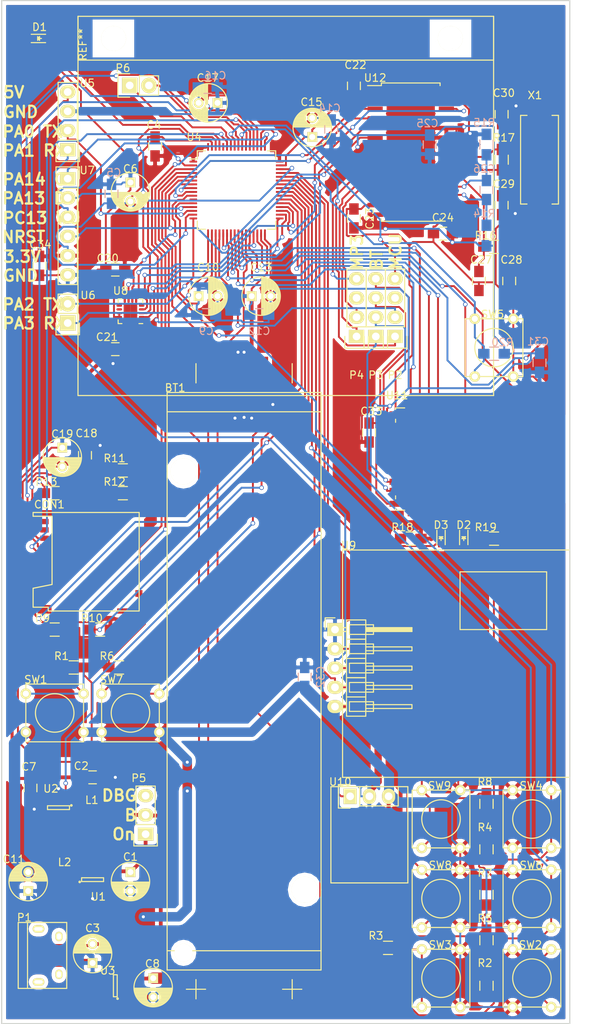
<source format=kicad_pcb>
(kicad_pcb (version 4) (host pcbnew 4.0.2-stable)
  (title_block (title "SenseWalk2: Minimalistic version") (rev 1) (company "University of Central Florida\\nSenior Design G23\\nBenoit Brummer\\n\\n\\n"))
  (layers (0 F.Cu signal) (31 B.Cu signal hide) (34 B.Paste user) (35 F.Paste user) (36 B.SilkS user) (37 F.SilkS user) (38 B.Mask user) (39 F.Mask user) (44 Edge.Cuts user))
  (net 0 "")
  (net 1 GND)
  (net 2 +BATT)
  (net 3 +5V)
  (net 4 +3V3)
  (net 5 PD2_SD-CMD)
  (net 6 PC10_SD-D2)
  (net 7 PC11_SD-D3)
  (net 8 PC12_SD-CK)
  (net 9 PC8_SD-D0)
  (net 10 PC9_SD-D1)
  (net 11 PA15_SD-DET)
  (net 12 "Net-(L2-Pad1)")
  (net 13 /in5)
  (net 14 /in6)
  (net 15 /in7)
  (net 16 /in8)
  (net 17 /in1)
  (net 18 /in2)
  (net 19 /in3)
  (net 20 /in4)
  (net 21 PC13_dbg)
  (net 22 NRST)
  (net 23 PC0_MP3-SCL)
  (net 24 PC1_MP3-SDA)
  (net 25 PC2_MAG-MISO)
  (net 26 PA0_las)
  (net 27 PA1_las)
  (net 28 PA2_UART)
  (net 29 PA3_UART)
  (net 30 PA4_BTpcm-Sync)
  (net 31 PA5_MP3-SCK)
  (net 32 PA6_BT-RTS)
  (net 33 PA7_MP3-SDI)
  (net 34 PC4_BT-RX)
  (net 35 PC5_BT-TX)
  (net 36 PB1_BT-CTS)
  (net 37 PB2_BT-GP2)
  (net 38 PB10_MAG-SPC)
  (net 39 "Net-(D1-Pad2)")
  (net 40 PB12_MAG-INT)
  (net 41 PB13_MAG-TRIG)
  (net 42 PB14_MP3-RST)
  (net 43 PB15_MAG-MOSI)
  (net 44 PC6_MP3-DR)
  (net 45 PA9_GPS-RX)
  (net 46 PA13_dbg)
  (net 47 PA14_dbg)
  (net 48 PB3_BTpcm-CLK)
  (net 49 PB5_BTpcm-IN)
  (net 50 PB7_GPS-TX)
  (net 51 PB9_MAG-CS)
  (net 52 "Net-(P4-Pad4)")
  (net 53 "Net-(P4-Pad1)")
  (net 54 "Net-(P4-Pad2)")
  (net 55 "Net-(C26-Pad1)")
  (net 56 "Net-(C28-Pad1)")
  (net 57 "Net-(C29-Pad1)")
  (net 58 "Net-(C27-Pad1)")
  (net 59 "Net-(D2-Pad2)")
  (net 60 "Net-(D2-Pad1)")
  (net 61 "Net-(D3-Pad2)")
  (net 62 "Net-(D3-Pad1)")
  (net 63 "Net-(P3-Pad1)")
  (net 64 "Net-(P3-Pad2)")
  (net 65 "Net-(P3-Pad3)")
  (net 66 "Net-(P3-Pad4)")
  (net 67 "Net-(L1-Pad2)")
  (net 68 "Net-(C3-Pad2)")
  (net 69 "Net-(C26-Pad2)")
  (net 70 "Net-(C30-Pad1)")
  (net 71 PB0_mic)
  (net 72 PB11_BT-GP9)
  (net 73 x-in-1)
  (net 74 x-in-2)
  (net 75 /3VEN)
  (net 76 /5VEN)
  (module Capacitors_ThroughHole:C_Radial_D5_L11_P2.5 (layer F.Cu) (at 54 155 270)
    (fp_text reference C1 (at -2 0 540) (layer F.SilkS))
    (fp_text value 10uF)
    (pad 1 thru_hole rect (at 0 0 270) (size 1.3 1.3) (drill 0.8) (layers *.Cu *.Mask F.SilkS) (net 75 /3VEN))
    (pad 2 thru_hole circle (at 2.5 0 270) (size 1.3 1.3) (drill 0.8) (layers *.Cu *.Mask F.SilkS) (net 1 GND))
  )
  (module con-trougnouf:MicroSD (layer F.Cu) (at 42.65 112.05 90)
    (fp_text reference CON1 (at 5.55 0.65 180) (layer F.SilkS))
    (fp_text value uSD_Card)
    (pad 6 smd rect (at -2.2 0 90) (size 0.7 1.1) (layers F.Cu F.Paste F.Mask) (net 1 GND))
    (pad 3 smd rect (at 1.1 0 90) (size 0.7 1.1) (layers F.Cu F.Paste F.Mask) (net 5 PD2_SD-CMD))
    (pad ~ smd rect (at 4.38 0.5 90) (size 0.86 2.8) (layers F.Cu F.Paste F.Mask))
    (pad 1 smd rect (at 3.3 0 90) (size 0.7 1.1) (layers F.Cu F.Paste F.Mask) (net 6 PC10_SD-D2))
    (pad 2 smd rect (at 2.2 0 90) (size 0.7 1.1) (layers F.Cu F.Paste F.Mask) (net 7 PC11_SD-D3))
    (pad 4 smd rect (at 0 0 90) (size 0.7 1.1) (layers F.Cu F.Paste F.Mask) (net 4 +3V3))
    (pad 5 smd rect (at -1.1 0 90) (size 0.7 1.1) (layers F.Cu F.Paste F.Mask) (net 8 PC12_SD-CK))
    (pad 7 smd rect (at -3.3 0 90) (size 0.7 1.1) (layers F.Cu F.Paste F.Mask) (net 9 PC8_SD-D0))
    (pad 8 smd rect (at -4.4 0 90) (size 0.7 1.1) (layers F.Cu F.Paste F.Mask) (net 10 PC9_SD-D1))
    (pad ~ smd rect (at -8.28 0.015 90) (size 1.14 1.83) (layers F.Cu F.Paste F.Mask))
    (pad ~ smd rect (at -8.5 11.265 90) (size 0.7 3.33) (layers F.Cu F.Paste F.Mask))
    (pad 6 smd rect (at -6.19 12.465 90) (size 0.9 0.93) (layers F.Cu F.Paste F.Mask) (net 1 GND))
    (pad 9 smd rect (at -3.24 12.54 90) (size 1.05 0.78) (layers F.Cu F.Paste F.Mask) (net 11 PA15_SD-DET))
    (pad ~ smd rect (at 4.46 11.265 90) (size 0.7 3.33) (layers F.Cu F.Paste F.Mask))
  )
  (module BT:RN-52 (layer F.Cu) (at 102 100.5 270)
    (fp_text reference U11 (at -8.4 12.8 360) (layer F.SilkS))
    (fp_text value RN-52)
    (pad 28 smd rect (at 6.75 11 270) (size 1.6 0.8) (layers F.Cu F.Paste F.Mask))
    (pad 27 smd rect (at 5.9 13 270) (size 0.8 1.6) (layers F.Cu F.Paste F.Mask) (net 1 GND))
    (pad 19 smd rect (at -4.2 13 270) (size 0.8 1.6) (layers F.Cu F.Paste F.Mask))
    (pad 1 smd rect (at -6.75 -8.2 270) (size 1.6 0.8) (layers F.Cu F.Paste F.Mask) (net 1 GND))
    (pad 2 smd rect (at -6.75 -7 270) (size 1.6 0.8) (layers F.Cu F.Paste F.Mask) (net 37 PB2_BT-GP2))
    (pad 3 smd rect (at -6.75 -5.8 270) (size 1.6 0.8) (layers F.Cu F.Paste F.Mask))
    (pad 4 smd rect (at -6.75 -4.6 270) (size 1.6 0.8) (layers F.Cu F.Paste F.Mask))
    (pad 5 smd rect (at -6.75 -3.4 270) (size 1.6 0.8) (layers F.Cu F.Paste F.Mask))
    (pad 6 smd rect (at -6.75 -2.2 270) (size 1.6 0.8) (layers F.Cu F.Paste F.Mask))
    (pad 7 smd rect (at -6.75 -1 270) (size 1.6 0.8) (layers F.Cu F.Paste F.Mask))
    (pad 8 smd rect (at -6.75 0.2 270) (size 1.6 0.8) (layers F.Cu F.Paste F.Mask))
    (pad 9 smd rect (at -6.75 1.4 270) (size 1.6 0.8) (layers F.Cu F.Paste F.Mask))
    (pad 10 smd rect (at -6.75 2.6 270) (size 1.6 0.8) (layers F.Cu F.Paste F.Mask))
    (pad 11 smd rect (at -6.75 3.8 270) (size 1.6 0.8) (layers F.Cu F.Paste F.Mask) (net 72 PB11_BT-GP9))
    (pad 12 smd rect (at -6.75 5 270) (size 1.6 0.8) (layers F.Cu F.Paste F.Mask))
    (pad 13 smd rect (at -6.75 6.2 270) (size 1.6 0.8) (layers F.Cu F.Paste F.Mask))
    (pad 14 smd rect (at -6.75 7.4 270) (size 1.6 0.8) (layers F.Cu F.Paste F.Mask) (net 32 PA6_BT-RTS))
    (pad 15 smd rect (at -6.75 8.6 270) (size 1.6 0.8) (layers F.Cu F.Paste F.Mask) (net 36 PB1_BT-CTS))
    (pad 16 smd rect (at -6.75 9.8 270) (size 1.6 0.8) (layers F.Cu F.Paste F.Mask) (net 35 PC5_BT-TX))
    (pad 17 smd rect (at -6.75 11 270) (size 1.6 0.8) (layers F.Cu F.Paste F.Mask) (net 34 PC4_BT-RX))
    (pad 18 smd rect (at -5.9 13 270) (size 0.8 1.6) (layers F.Cu F.Paste F.Mask) (net 1 GND))
    (pad 20 smd rect (at -3 13 270) (size 0.8 1.6) (layers F.Cu F.Paste F.Mask))
    (pad 21 smd rect (at -1.8 13 270) (size 0.8 1.6) (layers F.Cu F.Paste F.Mask) (net 4 +3V3))
    (pad 22 smd rect (at -0.6 13 270) (size 0.8 1.6) (layers F.Cu F.Paste F.Mask) (net 4 +3V3))
    (pad 23 smd rect (at 0.6 13 270) (size 0.8 1.6) (layers F.Cu F.Paste F.Mask) (net 66 "Net-(P3-Pad4)"))
    (pad 24 smd rect (at 1.8 13 270) (size 0.8 1.6) (layers F.Cu F.Paste F.Mask) (net 65 "Net-(P3-Pad3)"))
    (pad 25 smd rect (at 3 13 270) (size 0.8 1.6) (layers F.Cu F.Paste F.Mask) (net 64 "Net-(P3-Pad2)"))
    (pad 26 smd rect (at 4.2 13 270) (size 0.8 1.6) (layers F.Cu F.Paste F.Mask) (net 63 "Net-(P3-Pad1)"))
    (pad 29 smd rect (at 6.75 9.8 270) (size 1.6 0.8) (layers F.Cu F.Paste F.Mask))
    (pad 30 smd rect (at 6.75 8.6 270) (size 1.6 0.8) (layers F.Cu F.Paste F.Mask))
    (pad 31 smd rect (at 6.75 7.4 270) (size 1.6 0.8) (layers F.Cu F.Paste F.Mask))
    (pad 32 smd rect (at 6.75 6.2 270) (size 1.6 0.8) (layers F.Cu F.Paste F.Mask) (net 62 "Net-(D3-Pad1)"))
    (pad 33 smd rect (at 6.75 5 270) (size 1.6 0.8) (layers F.Cu F.Paste F.Mask) (net 60 "Net-(D2-Pad1)"))
    (pad 34 smd rect (at 6.75 3.8 270) (size 1.6 0.8) (layers F.Cu F.Paste F.Mask))
    (pad 35 smd rect (at 6.75 2.6 270) (size 1.6 0.8) (layers F.Cu F.Paste F.Mask))
    (pad 36 smd rect (at 6.75 1.4 270) (size 1.6 0.8) (layers F.Cu F.Paste F.Mask))
    (pad 37 smd rect (at 6.75 0.2 270) (size 1.6 0.8) (layers F.Cu F.Paste F.Mask))
    (pad 38 smd rect (at 6.75 -1 270) (size 1.6 0.8) (layers F.Cu F.Paste F.Mask))
    (pad 39 smd rect (at 6.75 -2.2 270) (size 1.6 0.8) (layers F.Cu F.Paste F.Mask) (net 1 GND))
    (pad 40 smd rect (at 6.75 -3.4 270) (size 1.6 0.8) (layers F.Cu F.Paste F.Mask))
    (pad 41 smd rect (at 6.75 -4.6 270) (size 1.6 0.8) (layers F.Cu F.Paste F.Mask))
    (pad 42 smd rect (at 6.75 -5.8 270) (size 1.6 0.8) (layers F.Cu F.Paste F.Mask))
    (pad 43 smd rect (at 6.75 -7 270) (size 1.6 0.8) (layers F.Cu F.Paste F.Mask))
    (pad 44 smd rect (at 6.75 -8.2 270) (size 1.6 0.8) (layers F.Cu F.Paste F.Mask) (net 1 GND))
    (pad 45 smd oval (at 3.5 -7.7 270) (size 0.8 1) (layers F.Cu F.Paste F.Mask) (net 1 GND))
    (pad 46 smd oval (at 2.1 -7.7 270) (size 0.8 1) (layers F.Cu F.Paste F.Mask) (net 1 GND))
    (pad 47 smd oval (at 0.7 -7.7 270) (size 0.8 1) (layers F.Cu F.Paste F.Mask) (net 1 GND))
    (pad 48 smd oval (at -0.7 -7.7 270) (size 0.8 1) (layers F.Cu F.Paste F.Mask) (net 1 GND))
    (pad 49 smd oval (at -2.1 -7.7 270) (size 0.8 1) (layers F.Cu F.Paste F.Mask) (net 1 GND))
    (pad 50 smd oval (at -3.5 -7.7 270) (size 0.8 1) (layers F.Cu F.Paste F.Mask) (net 1 GND))
  )
  (module con-trougnouf:18650BatteryHolder (layer F.Cu) (at 69 173 270)
    (fp_text reference BT1 (at -81.9 9.1 360) (layer F.SilkS))
    (fp_text value Battery)
    (pad "" np_thru_hole oval (at -70.87 8 270) (size 3.45 3.45) (drill 3.45) (layers *.Cu *.Mask F.SilkS))
    (pad 1 smd rect (at -3.67 0 270) (size 7.34 6.35) (layers F.Cu F.Paste F.Mask) (net 2 +BATT))
    (pad 2 smd rect (at -82.33 0 270) (size 7.34 6.35) (layers F.Cu F.Paste F.Mask) (net 1 GND))
    (pad "" np_thru_hole oval (at -7.34 8 270) (size 2.39 2.39) (drill 2.39) (layers *.Cu *.Mask F.SilkS))
    (pad "" np_thru_hole oval (at -15.67 -8 270) (size 3.45 3.45) (drill 3.45) (layers *.Cu *.Mask F.SilkS))
  )
  (module Capacitors_ThroughHole:C_Radial_D5_L11_P2.5 (layer F.Cu) (at 49 167 90)
    (fp_text reference C3 (at 4.6 0 180) (layer F.SilkS))
    (fp_text value 1uF)
    (pad 1 thru_hole rect (at 0 0 90) (size 1.3 1.3) (drill 0.8) (layers *.Cu *.Mask F.SilkS) (net 1 GND))
    (pad 2 thru_hole circle (at 2.5 0 90) (size 1.3 1.3) (drill 0.8) (layers *.Cu *.Mask F.SilkS) (net 68 "Net-(C3-Pad2)"))
  )
  (module Capacitors_SMD:C_0805_HandSoldering (layer F.Cu) (at 57.25 59.25 270)
    (fp_text reference C4 (at -2.85 0.15 360) (layer F.SilkS))
    (fp_text value 0.1uF)
    (pad 1 smd rect (at -1.25 0 270) (size 1.5 1.25) (layers F.Cu F.Paste F.Mask) (net 1 GND))
    (pad 2 smd rect (at 1.25 0 270) (size 1.5 1.25) (layers F.Cu F.Paste F.Mask) (net 4 +3V3))
  )
  (module Capacitors_ThroughHole:C_Radial_D5_L11_P2.5 (layer F.Cu) (at 54 64 270)
    (fp_text reference C6 (at -1.8 0 360) (layer F.SilkS))
    (fp_text value 4.7uF)
    (pad 1 thru_hole rect (at 0 0 270) (size 1.3 1.3) (drill 0.8) (layers *.Cu *.Mask F.SilkS) (net 1 GND))
    (pad 2 thru_hole circle (at 2.5 0 270) (size 1.3 1.3) (drill 0.8) (layers *.Cu *.Mask F.SilkS) (net 4 +3V3))
  )
  (module Capacitors_SMD:C_0805_HandSoldering (layer F.Cu) (at 40.8 143.9 270)
    (fp_text reference C7 (at -2.8 0.2 360) (layer F.SilkS))
    (fp_text value 10uF)
    (pad 1 smd rect (at -1.25 0 270) (size 1.5 1.25) (layers F.Cu F.Paste F.Mask) (net 3 +5V))
    (pad 2 smd rect (at 1.25 0 270) (size 1.5 1.25) (layers F.Cu F.Paste F.Mask) (net 1 GND))
  )
  (module Capacitors_ThroughHole:C_Radial_D5_L11_P2.5 (layer F.Cu) (at 57 169 270)
    (fp_text reference C8 (at -1.9 0.1 360) (layer F.SilkS))
    (fp_text value 1uF)
    (pad 1 thru_hole rect (at 0 0 270) (size 1.3 1.3) (drill 0.8) (layers *.Cu *.Mask F.SilkS) (net 2 +BATT))
    (pad 2 thru_hole circle (at 2.5 0 270) (size 1.3 1.3) (drill 0.8) (layers *.Cu *.Mask F.SilkS) (net 1 GND))
  )
  (module Capacitors_ThroughHole:C_Radial_D5_L11_P2.5 (layer F.Cu) (at 63 79)
    (fp_text reference C10 (at 1.25 -3.8) (layer F.SilkS))
    (fp_text value 4.7uF)
    (pad 1 thru_hole rect (at 0 0) (size 1.3 1.3) (drill 0.8) (layers *.Cu *.Mask F.SilkS) (net 1 GND))
    (pad 2 thru_hole circle (at 2.5 0) (size 1.3 1.3) (drill 0.8) (layers *.Cu *.Mask F.SilkS) (net 4 +3V3))
  )
  (module Capacitors_ThroughHole:C_Radial_D5_L11_P2.5 (layer F.Cu) (at 65.5 53.5 180)
    (fp_text reference C17 (at 1.3 3.3 180) (layer F.SilkS))
    (fp_text value 4.7uF)
    (pad 1 thru_hole rect (at 0 0 180) (size 1.3 1.3) (drill 0.8) (layers *.Cu *.Mask F.SilkS) (net 1 GND))
    (pad 2 thru_hole circle (at 2.5 0 180) (size 1.3 1.3) (drill 0.8) (layers *.Cu *.Mask F.SilkS) (net 4 +3V3))
  )
  (module Inductors_NEOSID:Neosid_Inductor_SM-NE29_SMD1008 (layer F.Cu) (at 50 147.5 180)
    (fp_text reference L1 (at 1.1 2 180) (layer F.SilkS))
    (fp_text value 4.7uH)
    (pad 2 smd rect (at 1.14554 0 180) (size 1.02108 2.54) (layers F.Cu F.Paste F.Mask) (net 67 "Net-(L1-Pad2)"))
    (pad 1 smd rect (at -1.14554 0 180) (size 1.02108 2.54) (layers F.Cu F.Paste F.Mask) (net 2 +BATT))
  )
  (module Inductors_NEOSID:Neosid_Inductor_SM-NE29_SMD1008 (layer F.Cu) (at 45.23 156.04 90)
    (fp_text reference L2 (at 2.34 0.07 180) (layer F.SilkS))
    (fp_text value 4.7uH)
    (pad 2 smd rect (at 1.14554 0 90) (size 1.02108 2.54) (layers F.Cu F.Paste F.Mask) (net 4 +3V3))
    (pad 1 smd rect (at -1.14554 0 90) (size 1.02108 2.54) (layers F.Cu F.Paste F.Mask) (net 12 "Net-(L2-Pad1)"))
  )
  (module Connect:USB_Micro-B (layer F.Cu) (at 43 166 270)
    (fp_text reference P1 (at -5 3 360) (layer F.SilkS))
    (fp_text value USB_B)
    (pad 1 smd rect (at -1.3009 -1.56254) (size 1.35 0.4) (layers F.Cu F.Paste F.Mask) (net 68 "Net-(C3-Pad2)"))
    (pad 2 smd rect (at -0.6509 -1.56254) (size 1.35 0.4) (layers F.Cu F.Paste F.Mask))
    (pad 3 smd rect (at -0.0009 -1.56254) (size 1.35 0.4) (layers F.Cu F.Paste F.Mask))
    (pad 4 smd rect (at 0.6491 -1.56254) (size 1.35 0.4) (layers F.Cu F.Paste F.Mask) (net 1 GND))
    (pad 5 smd rect (at 1.2991 -1.56254) (size 1.35 0.4) (layers F.Cu F.Paste F.Mask))
    (pad 6 thru_hole oval (at -2.5009 -1.56254) (size 0.95 1.25) (drill oval 0.55 0.85) (layers *.Cu *.Mask F.SilkS))
    (pad 6 thru_hole oval (at 2.4991 -1.56254) (size 0.95 1.25) (drill oval 0.55 0.85) (layers *.Cu *.Mask F.SilkS))
    (pad 6 thru_hole oval (at -3.5009 1.13746) (size 1.55 1) (drill oval 1.15 0.5) (layers *.Cu *.Mask F.SilkS))
    (pad 6 thru_hole oval (at 3.4991 1.13746) (size 1.55 1) (drill oval 1.15 0.5) (layers *.Cu *.Mask F.SilkS))
  )
  (module Buttons_Switches_ThroughHole:SW_PUSH_SMALL (layer F.Cu) (at 44 134)
    (fp_text reference SW1 (at -2.5 -4.4) (layer F.SilkS))
    (fp_text value SW_PUSH)
    (pad 1 thru_hole circle (at 3.81 -2.54) (size 1.397 1.397) (drill 0.8128) (layers *.Cu *.Mask F.SilkS) (net 13 /in5))
    (pad 2 thru_hole circle (at 3.81 2.54) (size 1.397 1.397) (drill 0.8128) (layers *.Cu *.Mask F.SilkS) (net 4 +3V3))
    (pad 1 thru_hole circle (at -3.81 -2.54) (size 1.397 1.397) (drill 0.8128) (layers *.Cu *.Mask F.SilkS) (net 13 /in5))
    (pad 2 thru_hole circle (at -3.81 2.54) (size 1.397 1.397) (drill 0.8128) (layers *.Cu *.Mask F.SilkS) (net 4 +3V3))
  )
  (module Buttons_Switches_ThroughHole:SW_PUSH_SMALL (layer F.Cu) (at 107 169 270)
    (fp_text reference SW2 (at -4.4 0.2 360) (layer F.SilkS))
    (fp_text value SW_PUSH)
    (pad 1 thru_hole circle (at 3.81 -2.54 270) (size 1.397 1.397) (drill 0.8128) (layers *.Cu *.Mask F.SilkS) (net 14 /in6))
    (pad 2 thru_hole circle (at 3.81 2.54 270) (size 1.397 1.397) (drill 0.8128) (layers *.Cu *.Mask F.SilkS) (net 4 +3V3))
    (pad 1 thru_hole circle (at -3.81 -2.54 270) (size 1.397 1.397) (drill 0.8128) (layers *.Cu *.Mask F.SilkS) (net 14 /in6))
    (pad 2 thru_hole circle (at -3.81 2.54 270) (size 1.397 1.397) (drill 0.8128) (layers *.Cu *.Mask F.SilkS) (net 4 +3V3))
  )
  (module Buttons_Switches_ThroughHole:SW_PUSH_SMALL (layer F.Cu) (at 95 169 90)
    (fp_text reference SW3 (at 4.4 -0.1 180) (layer F.SilkS))
    (fp_text value SW_PUSH)
    (pad 1 thru_hole circle (at 3.81 -2.54 90) (size 1.397 1.397) (drill 0.8128) (layers *.Cu *.Mask F.SilkS) (net 15 /in7))
    (pad 2 thru_hole circle (at 3.81 2.54 90) (size 1.397 1.397) (drill 0.8128) (layers *.Cu *.Mask F.SilkS) (net 4 +3V3))
    (pad 1 thru_hole circle (at -3.81 -2.54 90) (size 1.397 1.397) (drill 0.8128) (layers *.Cu *.Mask F.SilkS) (net 15 /in7))
    (pad 2 thru_hole circle (at -3.81 2.54 90) (size 1.397 1.397) (drill 0.8128) (layers *.Cu *.Mask F.SilkS) (net 4 +3V3))
  )
  (module Buttons_Switches_ThroughHole:SW_PUSH_SMALL (layer F.Cu) (at 107 148 270)
    (fp_text reference SW4 (at -4.4 0.1 360) (layer F.SilkS))
    (fp_text value SW_PUSH)
    (pad 1 thru_hole circle (at 3.81 -2.54 270) (size 1.397 1.397) (drill 0.8128) (layers *.Cu *.Mask F.SilkS) (net 16 /in8))
    (pad 2 thru_hole circle (at 3.81 2.54 270) (size 1.397 1.397) (drill 0.8128) (layers *.Cu *.Mask F.SilkS) (net 4 +3V3))
    (pad 1 thru_hole circle (at -3.81 -2.54 270) (size 1.397 1.397) (drill 0.8128) (layers *.Cu *.Mask F.SilkS) (net 16 /in8))
    (pad 2 thru_hole circle (at -3.81 2.54 270) (size 1.397 1.397) (drill 0.8128) (layers *.Cu *.Mask F.SilkS) (net 4 +3V3))
  )
  (module Buttons_Switches_ThroughHole:SW_PUSH_SMALL (layer F.Cu) (at 107 158.5 270)
    (fp_text reference SW6 (at -4.4 0.1 360) (layer F.SilkS))
    (fp_text value SW_PUSH)
    (pad 1 thru_hole circle (at 3.81 -2.54 270) (size 1.397 1.397) (drill 0.8128) (layers *.Cu *.Mask F.SilkS) (net 17 /in1))
    (pad 2 thru_hole circle (at 3.81 2.54 270) (size 1.397 1.397) (drill 0.8128) (layers *.Cu *.Mask F.SilkS) (net 4 +3V3))
    (pad 1 thru_hole circle (at -3.81 -2.54 270) (size 1.397 1.397) (drill 0.8128) (layers *.Cu *.Mask F.SilkS) (net 17 /in1))
    (pad 2 thru_hole circle (at -3.81 2.54 270) (size 1.397 1.397) (drill 0.8128) (layers *.Cu *.Mask F.SilkS) (net 4 +3V3))
  )
  (module Buttons_Switches_ThroughHole:SW_PUSH_SMALL (layer F.Cu) (at 54 134)
    (fp_text reference SW7 (at -2.5 -4.4) (layer F.SilkS))
    (fp_text value SW_PUSH)
    (pad 1 thru_hole circle (at 3.81 -2.54) (size 1.397 1.397) (drill 0.8128) (layers *.Cu *.Mask F.SilkS) (net 18 /in2))
    (pad 2 thru_hole circle (at 3.81 2.54) (size 1.397 1.397) (drill 0.8128) (layers *.Cu *.Mask F.SilkS) (net 4 +3V3))
    (pad 1 thru_hole circle (at -3.81 -2.54) (size 1.397 1.397) (drill 0.8128) (layers *.Cu *.Mask F.SilkS) (net 18 /in2))
    (pad 2 thru_hole circle (at -3.81 2.54) (size 1.397 1.397) (drill 0.8128) (layers *.Cu *.Mask F.SilkS) (net 4 +3V3))
  )
  (module Buttons_Switches_ThroughHole:SW_PUSH_SMALL (layer F.Cu) (at 95 158.5 90)
    (fp_text reference SW8 (at 4.4 -0.1 180) (layer F.SilkS))
    (fp_text value SW_PUSH)
    (pad 1 thru_hole circle (at 3.81 -2.54 90) (size 1.397 1.397) (drill 0.8128) (layers *.Cu *.Mask F.SilkS) (net 19 /in3))
    (pad 2 thru_hole circle (at 3.81 2.54 90) (size 1.397 1.397) (drill 0.8128) (layers *.Cu *.Mask F.SilkS) (net 4 +3V3))
    (pad 1 thru_hole circle (at -3.81 -2.54 90) (size 1.397 1.397) (drill 0.8128) (layers *.Cu *.Mask F.SilkS) (net 19 /in3))
    (pad 2 thru_hole circle (at -3.81 2.54 90) (size 1.397 1.397) (drill 0.8128) (layers *.Cu *.Mask F.SilkS) (net 4 +3V3))
  )
  (module Buttons_Switches_ThroughHole:SW_PUSH_SMALL (layer F.Cu) (at 95 148 90)
    (fp_text reference SW9 (at 4.4 -0.2 180) (layer F.SilkS))
    (fp_text value SW_PUSH)
    (pad 1 thru_hole circle (at 3.81 -2.54 90) (size 1.397 1.397) (drill 0.8128) (layers *.Cu *.Mask F.SilkS) (net 20 /in4))
    (pad 2 thru_hole circle (at 3.81 2.54 90) (size 1.397 1.397) (drill 0.8128) (layers *.Cu *.Mask F.SilkS) (net 4 +3V3))
    (pad 1 thru_hole circle (at -3.81 -2.54 90) (size 1.397 1.397) (drill 0.8128) (layers *.Cu *.Mask F.SilkS) (net 20 /in4))
    (pad 2 thru_hole circle (at -3.81 2.54 90) (size 1.397 1.397) (drill 0.8128) (layers *.Cu *.Mask F.SilkS) (net 4 +3V3))
  )
  (module TO_SOT_Packages_SMD:SOT-23-5 (layer F.Cu) (at 44.5 146.5 270)
    (fp_text reference U2 (at -2.5 1 360) (layer F.SilkS))
    (fp_text value XC9140)
    (pad 1 smd rect (at -1.1 -0.95 270) (size 1.06 0.65) (layers F.Cu F.Paste F.Mask) (net 76 /5VEN))
    (pad 2 smd rect (at -1.1 0 270) (size 1.06 0.65) (layers F.Cu F.Paste F.Mask) (net 1 GND))
    (pad 3 smd rect (at -1.1 0.95 270) (size 1.06 0.65) (layers F.Cu F.Paste F.Mask) (net 2 +BATT))
    (pad 4 smd rect (at 1.1 0.95 270) (size 1.06 0.65) (layers F.Cu F.Paste F.Mask) (net 3 +5V))
    (pad 5 smd rect (at 1.1 -0.95 270) (size 1.06 0.65) (layers F.Cu F.Paste F.Mask) (net 67 "Net-(L1-Pad2)"))
  )
  (module TO_SOT_Packages_SMD:SOT-23-5 (layer F.Cu) (at 52 170 180)
    (fp_text reference U3 (at 1 2 180) (layer F.SilkS))
    (fp_text value MCP73811/2)
    (pad 1 smd rect (at -1.1 -0.95 180) (size 1.06 0.65) (layers F.Cu F.Paste F.Mask) (net 68 "Net-(C3-Pad2)"))
    (pad 2 smd rect (at -1.1 0 180) (size 1.06 0.65) (layers F.Cu F.Paste F.Mask) (net 1 GND))
    (pad 3 smd rect (at -1.1 0.95 180) (size 1.06 0.65) (layers F.Cu F.Paste F.Mask) (net 2 +BATT))
    (pad 4 smd rect (at 1.1 0.95 180) (size 1.06 0.65) (layers F.Cu F.Paste F.Mask) (net 68 "Net-(C3-Pad2)"))
    (pad 5 smd rect (at 1.1 -0.95 180) (size 1.06 0.65) (layers F.Cu F.Paste F.Mask) (net 68 "Net-(C3-Pad2)"))
  )
  (module Housings_QFP:LQFP-64_10x10mm_Pitch0.5mm (layer F.Cu) (at 68 65)
    (fp_text reference U4 (at -5.6 -7) (layer F.SilkS))
    (fp_text value STM32L476R)
    (pad 1 smd rect (at -5.7 -3.75) (size 1 0.25) (layers F.Cu F.Paste F.Mask) (net 4 +3V3))
    (pad 2 smd rect (at -5.7 -3.25) (size 1 0.25) (layers F.Cu F.Paste F.Mask) (net 21 PC13_dbg))
    (pad 3 smd rect (at -5.7 -2.75) (size 1 0.25) (layers F.Cu F.Paste F.Mask) (net 13 /in5))
    (pad 4 smd rect (at -5.7 -2.25) (size 1 0.25) (layers F.Cu F.Paste F.Mask) (net 14 /in6))
    (pad 5 smd rect (at -5.7 -1.75) (size 1 0.25) (layers F.Cu F.Paste F.Mask) (net 15 /in7))
    (pad 6 smd rect (at -5.7 -1.25) (size 1 0.25) (layers F.Cu F.Paste F.Mask) (net 16 /in8))
    (pad 7 smd rect (at -5.7 -0.75) (size 1 0.25) (layers F.Cu F.Paste F.Mask) (net 22 NRST))
    (pad 8 smd rect (at -5.7 -0.25) (size 1 0.25) (layers F.Cu F.Paste F.Mask) (net 23 PC0_MP3-SCL))
    (pad 9 smd rect (at -5.7 0.25) (size 1 0.25) (layers F.Cu F.Paste F.Mask) (net 24 PC1_MP3-SDA))
    (pad 10 smd rect (at -5.7 0.75) (size 1 0.25) (layers F.Cu F.Paste F.Mask) (net 25 PC2_MAG-MISO))
    (pad 11 smd rect (at -5.7 1.25) (size 1 0.25) (layers F.Cu F.Paste F.Mask))
    (pad 12 smd rect (at -5.7 1.75) (size 1 0.25) (layers F.Cu F.Paste F.Mask) (net 1 GND))
    (pad 13 smd rect (at -5.7 2.25) (size 1 0.25) (layers F.Cu F.Paste F.Mask) (net 4 +3V3))
    (pad 14 smd rect (at -5.7 2.75) (size 1 0.25) (layers F.Cu F.Paste F.Mask) (net 26 PA0_las))
    (pad 15 smd rect (at -5.7 3.25) (size 1 0.25) (layers F.Cu F.Paste F.Mask) (net 27 PA1_las))
    (pad 16 smd rect (at -5.7 3.75) (size 1 0.25) (layers F.Cu F.Paste F.Mask) (net 28 PA2_UART))
    (pad 17 smd rect (at -3.75 5.7 90) (size 1 0.25) (layers F.Cu F.Paste F.Mask) (net 29 PA3_UART))
    (pad 18 smd rect (at -3.25 5.7 90) (size 1 0.25) (layers F.Cu F.Paste F.Mask) (net 1 GND))
    (pad 19 smd rect (at -2.75 5.7 90) (size 1 0.25) (layers F.Cu F.Paste F.Mask) (net 4 +3V3))
    (pad 20 smd rect (at -2.25 5.7 90) (size 1 0.25) (layers F.Cu F.Paste F.Mask) (net 30 PA4_BTpcm-Sync))
    (pad 21 smd rect (at -1.75 5.7 90) (size 1 0.25) (layers F.Cu F.Paste F.Mask) (net 31 PA5_MP3-SCK))
    (pad 22 smd rect (at -1.25 5.7 90) (size 1 0.25) (layers F.Cu F.Paste F.Mask) (net 32 PA6_BT-RTS))
    (pad 23 smd rect (at -0.75 5.7 90) (size 1 0.25) (layers F.Cu F.Paste F.Mask) (net 33 PA7_MP3-SDI))
    (pad 24 smd rect (at -0.25 5.7 90) (size 1 0.25) (layers F.Cu F.Paste F.Mask) (net 34 PC4_BT-RX))
    (pad 25 smd rect (at 0.25 5.7 90) (size 1 0.25) (layers F.Cu F.Paste F.Mask) (net 35 PC5_BT-TX))
    (pad 26 smd rect (at 0.75 5.7 90) (size 1 0.25) (layers F.Cu F.Paste F.Mask) (net 71 PB0_mic))
    (pad 27 smd rect (at 1.25 5.7 90) (size 1 0.25) (layers F.Cu F.Paste F.Mask) (net 36 PB1_BT-CTS))
    (pad 28 smd rect (at 1.75 5.7 90) (size 1 0.25) (layers F.Cu F.Paste F.Mask) (net 37 PB2_BT-GP2))
    (pad 29 smd rect (at 2.25 5.7 90) (size 1 0.25) (layers F.Cu F.Paste F.Mask) (net 38 PB10_MAG-SPC))
    (pad 30 smd rect (at 2.75 5.7 90) (size 1 0.25) (layers F.Cu F.Paste F.Mask) (net 72 PB11_BT-GP9))
    (pad 31 smd rect (at 3.25 5.7 90) (size 1 0.25) (layers F.Cu F.Paste F.Mask) (net 1 GND))
    (pad 32 smd rect (at 3.75 5.7 90) (size 1 0.25) (layers F.Cu F.Paste F.Mask) (net 4 +3V3))
    (pad 33 smd rect (at 5.7 3.75) (size 1 0.25) (layers F.Cu F.Paste F.Mask) (net 40 PB12_MAG-INT))
    (pad 34 smd rect (at 5.7 3.25) (size 1 0.25) (layers F.Cu F.Paste F.Mask) (net 41 PB13_MAG-TRIG))
    (pad 35 smd rect (at 5.7 2.75) (size 1 0.25) (layers F.Cu F.Paste F.Mask) (net 42 PB14_MP3-RST))
    (pad 36 smd rect (at 5.7 2.25) (size 1 0.25) (layers F.Cu F.Paste F.Mask) (net 43 PB15_MAG-MOSI))
    (pad 37 smd rect (at 5.7 1.75) (size 1 0.25) (layers F.Cu F.Paste F.Mask) (net 44 PC6_MP3-DR))
    (pad 38 smd rect (at 5.7 1.25) (size 1 0.25) (layers F.Cu F.Paste F.Mask) (net 76 /5VEN))
    (pad 39 smd rect (at 5.7 0.75) (size 1 0.25) (layers F.Cu F.Paste F.Mask) (net 9 PC8_SD-D0))
    (pad 40 smd rect (at 5.7 0.25) (size 1 0.25) (layers F.Cu F.Paste F.Mask) (net 10 PC9_SD-D1))
    (pad 41 smd rect (at 5.7 -0.25) (size 1 0.25) (layers F.Cu F.Paste F.Mask) (net 17 /in1))
    (pad 42 smd rect (at 5.7 -0.75) (size 1 0.25) (layers F.Cu F.Paste F.Mask) (net 45 PA9_GPS-RX))
    (pad 43 smd rect (at 5.7 -1.25) (size 1 0.25) (layers F.Cu F.Paste F.Mask) (net 18 /in2))
    (pad 44 smd rect (at 5.7 -1.75) (size 1 0.25) (layers F.Cu F.Paste F.Mask) (net 19 /in3))
    (pad 45 smd rect (at 5.7 -2.25) (size 1 0.25) (layers F.Cu F.Paste F.Mask) (net 20 /in4))
    (pad 46 smd rect (at 5.7 -2.75) (size 1 0.25) (layers F.Cu F.Paste F.Mask) (net 46 PA13_dbg))
    (pad 47 smd rect (at 5.7 -3.25) (size 1 0.25) (layers F.Cu F.Paste F.Mask) (net 1 GND))
    (pad 48 smd rect (at 5.7 -3.75) (size 1 0.25) (layers F.Cu F.Paste F.Mask) (net 4 +3V3))
    (pad 49 smd rect (at 3.75 -5.7 90) (size 1 0.25) (layers F.Cu F.Paste F.Mask) (net 47 PA14_dbg))
    (pad 50 smd rect (at 3.25 -5.7 90) (size 1 0.25) (layers F.Cu F.Paste F.Mask) (net 11 PA15_SD-DET))
    (pad 51 smd rect (at 2.75 -5.7 90) (size 1 0.25) (layers F.Cu F.Paste F.Mask) (net 6 PC10_SD-D2))
    (pad 52 smd rect (at 2.25 -5.7 90) (size 1 0.25) (layers F.Cu F.Paste F.Mask) (net 7 PC11_SD-D3))
    (pad 53 smd rect (at 1.75 -5.7 90) (size 1 0.25) (layers F.Cu F.Paste F.Mask) (net 8 PC12_SD-CK))
    (pad 54 smd rect (at 1.25 -5.7 90) (size 1 0.25) (layers F.Cu F.Paste F.Mask) (net 5 PD2_SD-CMD))
    (pad 55 smd rect (at 0.75 -5.7 90) (size 1 0.25) (layers F.Cu F.Paste F.Mask) (net 48 PB3_BTpcm-CLK))
    (pad 56 smd rect (at 0.25 -5.7 90) (size 1 0.25) (layers F.Cu F.Paste F.Mask) (net 73 x-in-1))
    (pad 57 smd rect (at -0.25 -5.7 90) (size 1 0.25) (layers F.Cu F.Paste F.Mask) (net 49 PB5_BTpcm-IN))
    (pad 58 smd rect (at -0.75 -5.7 90) (size 1 0.25) (layers F.Cu F.Paste F.Mask) (net 74 x-in-2))
    (pad 59 smd rect (at -1.25 -5.7 90) (size 1 0.25) (layers F.Cu F.Paste F.Mask) (net 50 PB7_GPS-TX))
    (pad 60 smd rect (at -1.75 -5.7 90) (size 1 0.25) (layers F.Cu F.Paste F.Mask))
    (pad 61 smd rect (at -2.25 -5.7 90) (size 1 0.25) (layers F.Cu F.Paste F.Mask) (net 39 "Net-(D1-Pad2)"))
    (pad 62 smd rect (at -2.75 -5.7 90) (size 1 0.25) (layers F.Cu F.Paste F.Mask) (net 51 PB9_MAG-CS))
    (pad 63 smd rect (at -3.25 -5.7 90) (size 1 0.25) (layers F.Cu F.Paste F.Mask) (net 1 GND))
    (pad 64 smd rect (at -3.75 -5.7 90) (size 1 0.25) (layers F.Cu F.Paste F.Mask) (net 4 +3V3))
  )
  (module con-trougnouf:Socket_Strip_Straight_1x04_3467 (layer F.Cu) (at 45.72 59.69 90)
    (fp_text reference U5 (at 8.79 2.58 180) (layer F.SilkS))
    (fp_text value Lightware_SF10/A)
    (pad 3 thru_hole rect (at 0 0 90) (size 1.7272 2.032) (drill 1.016) (layers *.Cu *.Mask F.SilkS) (net 27 PA1_las))
    (pad 4 thru_hole oval (at 2.54 0 90) (size 1.7272 2.032) (drill 1.016) (layers *.Cu *.Mask F.SilkS) (net 26 PA0_las))
    (pad 6 thru_hole oval (at 5.08 0 90) (size 1.7272 2.032) (drill 1.016) (layers *.Cu *.Mask F.SilkS) (net 1 GND))
    (pad 7 thru_hole oval (at 7.62 0 90) (size 1.7272 2.032) (drill 1.016) (layers *.Cu *.Mask F.SilkS) (net 3 +5V))
  )
  (module Housings_DFN_QFN:QFN-16-1EP_3x3mm_Pitch0.5mm (layer F.Cu) (at 54 81 180)
    (fp_text reference U8 (at 1.3 2.7 360) (layer F.SilkS))
    (fp_text value MLX90393)
    (pad 1 smd oval (at -1.475 -0.75 180) (size 0.75 0.3) (layers F.Cu F.Paste F.Mask) (net 40 PB12_MAG-INT))
    (pad 2 smd oval (at -1.475 -0.25 180) (size 0.75 0.3) (layers F.Cu F.Paste F.Mask) (net 51 PB9_MAG-CS))
    (pad 3 smd oval (at -1.475 0.25 180) (size 0.75 0.3) (layers F.Cu F.Paste F.Mask) (net 38 PB10_MAG-SPC))
    (pad 4 smd oval (at -1.475 0.75 180) (size 0.75 0.3) (layers F.Cu F.Paste F.Mask))
    (pad 5 smd oval (at -0.75 1.475 270) (size 0.75 0.3) (layers F.Cu F.Paste F.Mask) (net 43 PB15_MAG-MOSI))
    (pad 6 smd oval (at -0.25 1.475 270) (size 0.75 0.3) (layers F.Cu F.Paste F.Mask) (net 25 PC2_MAG-MISO))
    (pad 7 smd oval (at 0.25 1.475 270) (size 0.75 0.3) (layers F.Cu F.Paste F.Mask) (net 41 PB13_MAG-TRIG))
    (pad 8 smd oval (at 0.75 1.475 270) (size 0.75 0.3) (layers F.Cu F.Paste F.Mask) (net 4 +3V3))
    (pad 9 smd oval (at 1.475 0.75 180) (size 0.75 0.3) (layers F.Cu F.Paste F.Mask))
    (pad 10 smd oval (at 1.475 0.25 180) (size 0.75 0.3) (layers F.Cu F.Paste F.Mask))
    (pad 11 smd oval (at 1.475 -0.25 180) (size 0.75 0.3) (layers F.Cu F.Paste F.Mask) (net 1 GND))
    (pad 12 smd oval (at 1.475 -0.75 180) (size 0.75 0.3) (layers F.Cu F.Paste F.Mask) (net 1 GND))
    (pad 13 smd oval (at 0.75 -1.475 270) (size 0.75 0.3) (layers F.Cu F.Paste F.Mask) (net 1 GND))
    (pad 14 smd oval (at 0.25 -1.475 270) (size 0.75 0.3) (layers F.Cu F.Paste F.Mask))
    (pad 15 smd oval (at -0.25 -1.475 270) (size 0.75 0.3) (layers F.Cu F.Paste F.Mask) (net 4 +3V3))
    (pad 16 smd oval (at -0.75 -1.475 270) (size 0.75 0.3) (layers F.Cu F.Paste F.Mask))
    (pad 17 smd rect (at 0.45 0.45 180) (size 0.9 0.9) (layers F.Cu F.Paste F.Mask))
    (pad 17 smd rect (at 0.45 -0.45 180) (size 0.9 0.9) (layers F.Cu F.Paste F.Mask))
    (pad 17 smd rect (at -0.45 0.45 180) (size 0.9 0.9) (layers F.Cu F.Paste F.Mask))
    (pad 17 smd rect (at -0.45 -0.45 180) (size 0.9 0.9) (layers F.Cu F.Paste F.Mask))
  )
  (module Housings_SOIC:SOIC-28_7.5x17.9mm_Pitch1.27mm (layer F.Cu) (at 91 60)
    (fp_text reference U12 (at -4.7 -9.8) (layer F.SilkS))
    (fp_text value STA013)
    (pad 1 smd rect (at -4.7 -8.255) (size 2 0.6) (layers F.Cu F.Paste F.Mask) (net 4 +3V3))
    (pad 2 smd rect (at -4.7 -6.985) (size 2 0.6) (layers F.Cu F.Paste F.Mask) (net 1 GND))
    (pad 3 smd rect (at -4.7 -5.715) (size 2 0.6) (layers F.Cu F.Paste F.Mask) (net 24 PC1_MP3-SDA))
    (pad 4 smd rect (at -4.7 -4.445) (size 2 0.6) (layers F.Cu F.Paste F.Mask) (net 23 PC0_MP3-SCL))
    (pad 5 smd rect (at -4.7 -3.175) (size 2 0.6) (layers F.Cu F.Paste F.Mask) (net 33 PA7_MP3-SDI))
    (pad 6 smd rect (at -4.7 -1.905) (size 2 0.6) (layers F.Cu F.Paste F.Mask) (net 31 PA5_MP3-SCK))
    (pad 7 smd rect (at -4.7 -0.635) (size 2 0.6) (layers F.Cu F.Paste F.Mask) (net 4 +3V3))
    (pad 8 smd rect (at -4.7 0.635) (size 2 0.6) (layers F.Cu F.Paste F.Mask) (net 4 +3V3))
    (pad 9 smd rect (at -4.7 1.905) (size 2 0.6) (layers F.Cu F.Paste F.Mask) (net 52 "Net-(P4-Pad4)"))
    (pad 10 smd rect (at -4.7 3.175) (size 2 0.6) (layers F.Cu F.Paste F.Mask) (net 53 "Net-(P4-Pad1)"))
    (pad 11 smd rect (at -4.7 4.445) (size 2 0.6) (layers F.Cu F.Paste F.Mask) (net 54 "Net-(P4-Pad2)"))
    (pad 12 smd rect (at -4.7 5.715) (size 2 0.6) (layers F.Cu F.Paste F.Mask))
    (pad 13 smd rect (at -4.7 6.985) (size 2 0.6) (layers F.Cu F.Paste F.Mask) (net 1 GND))
    (pad 14 smd rect (at -4.7 8.255) (size 2 0.6) (layers F.Cu F.Paste F.Mask) (net 4 +3V3))
    (pad 15 smd rect (at 4.7 8.255) (size 2 0.6) (layers F.Cu F.Paste F.Mask) (net 1 GND))
    (pad 16 smd rect (at 4.7 6.985) (size 2 0.6) (layers F.Cu F.Paste F.Mask) (net 4 +3V3))
    (pad 17 smd rect (at 4.7 5.715) (size 2 0.6) (layers F.Cu F.Paste F.Mask) (net 69 "Net-(C26-Pad2)"))
    (pad 18 smd rect (at 4.7 4.445) (size 2 0.6) (layers F.Cu F.Paste F.Mask) (net 55 "Net-(C26-Pad1)"))
    (pad 19 smd rect (at 4.7 3.175) (size 2 0.6) (layers F.Cu F.Paste F.Mask) (net 58 "Net-(C27-Pad1)"))
    (pad 20 smd rect (at 4.7 1.905) (size 2 0.6) (layers F.Cu F.Paste F.Mask) (net 57 "Net-(C29-Pad1)"))
    (pad 21 smd rect (at 4.7 0.635) (size 2 0.6) (layers F.Cu F.Paste F.Mask) (net 70 "Net-(C30-Pad1)"))
    (pad 22 smd rect (at 4.7 -0.635) (size 2 0.6) (layers F.Cu F.Paste F.Mask) (net 1 GND))
    (pad 23 smd rect (at 4.7 -1.905) (size 2 0.6) (layers F.Cu F.Paste F.Mask) (net 4 +3V3))
    (pad 24 smd rect (at 4.7 -3.175) (size 2 0.6) (layers F.Cu F.Paste F.Mask) (net 4 +3V3))
    (pad 25 smd rect (at 4.7 -4.445) (size 2 0.6) (layers F.Cu F.Paste F.Mask) (net 1 GND))
    (pad 26 smd rect (at 4.7 -5.715) (size 2 0.6) (layers F.Cu F.Paste F.Mask) (net 42 PB14_MP3-RST))
    (pad 27 smd rect (at 4.7 -6.985) (size 2 0.6) (layers F.Cu F.Paste F.Mask) (net 1 GND))
    (pad 28 smd rect (at 4.7 -8.255) (size 2 0.6) (layers F.Cu F.Paste F.Mask) (net 44 PC6_MP3-DR))
  )
  (module Capacitors_SMD:C_0805_HandSoldering (layer F.Cu) (at 48 100 90)
    (fp_text reference C19 (at 2.8 -3 180) (layer F.SilkS))
    (fp_text value 0.1uF)
    (pad 1 smd rect (at -1.25 0 90) (size 1.5 1.25) (layers F.Cu F.Paste F.Mask) (net 4 +3V3))
    (pad 2 smd rect (at 1.25 0 90) (size 1.5 1.25) (layers F.Cu F.Paste F.Mask) (net 1 GND))
  )
  (module Capacitors_SMD:C_0805_HandSoldering (layer F.Cu) (at 52 75.5)
    (fp_text reference C20 (at -1 -1.5) (layer F.SilkS))
    (fp_text value 0.1uF)
    (pad 1 smd rect (at -1.25 0) (size 1.5 1.25) (layers F.Cu F.Paste F.Mask) (net 1 GND))
    (pad 2 smd rect (at 1.25 0) (size 1.5 1.25) (layers F.Cu F.Paste F.Mask) (net 4 +3V3))
  )
  (module Capacitors_SMD:C_0805_HandSoldering (layer F.Cu) (at 52 86)
    (fp_text reference C21 (at -1.1 -1.6 180) (layer F.SilkS))
    (fp_text value 0.1uF)
    (pad 1 smd rect (at -1.25 0) (size 1.5 1.25) (layers F.Cu F.Paste F.Mask) (net 1 GND))
    (pad 2 smd rect (at 1.25 0) (size 1.5 1.25) (layers F.Cu F.Paste F.Mask) (net 4 +3V3))
  )
  (module Capacitors_SMD:C_0805_HandSoldering (layer F.Cu) (at 83.5 51.25 90)
    (fp_text reference C22 (at 2.75 0.2 180) (layer F.SilkS))
    (fp_text value 0.1uF)
    (pad 1 smd rect (at -1.25 0 90) (size 1.5 1.25) (layers F.Cu F.Paste F.Mask) (net 1 GND))
    (pad 2 smd rect (at 1.25 0 90) (size 1.5 1.25) (layers F.Cu F.Paste F.Mask) (net 4 +3V3))
  )
  (module Capacitors_SMD:C_0805_HandSoldering (layer F.Cu) (at 83.5 68.75 270)
    (fp_text reference C23 (at 0 -2.1 270) (layer F.SilkS))
    (fp_text value 0.1uF)
    (pad 1 smd rect (at -1.25 0 270) (size 1.5 1.25) (layers F.Cu F.Paste F.Mask) (net 1 GND))
    (pad 2 smd rect (at 1.25 0 270) (size 1.5 1.25) (layers F.Cu F.Paste F.Mask) (net 4 +3V3))
  )
  (module Capacitors_SMD:C_0805_HandSoldering (layer F.Cu) (at 95.25 70.75)
    (fp_text reference C24 (at 0 -2.1) (layer F.SilkS))
    (fp_text value 0.1uF)
    (pad 1 smd rect (at -1.25 0) (size 1.5 1.25) (layers F.Cu F.Paste F.Mask) (net 1 GND))
    (pad 2 smd rect (at 1.25 0) (size 1.5 1.25) (layers F.Cu F.Paste F.Mask) (net 4 +3V3))
  )
  (module Capacitors_SMD:C_0805_HandSoldering (layer B.Cu) (at 93.5 59 90)
    (fp_text reference C25 (at 2.8 -0.3 180) (layer B.SilkS) (effects (justify mirror)))
    (fp_text value 0.1uF)
    (pad 1 smd rect (at -1.25 0 90) (size 1.5 1.25) (layers B.Cu B.Paste B.Mask) (net 1 GND))
    (pad 2 smd rect (at 1.25 0 90) (size 1.5 1.25) (layers B.Cu B.Paste B.Mask) (net 4 +3V3))
  )
  (module Capacitors_SMD:C_0805_HandSoldering (layer B.Cu) (at 101 65 270)
    (fp_text reference C26 (at -2.8 0.3 360) (layer B.SilkS) (effects (justify mirror)))
    (fp_text value 0.1uF)
    (pad 1 smd rect (at -1.25 0 270) (size 1.5 1.25) (layers B.Cu B.Paste B.Mask) (net 55 "Net-(C26-Pad1)"))
    (pad 2 smd rect (at 1.25 0 270) (size 1.5 1.25) (layers B.Cu B.Paste B.Mask) (net 69 "Net-(C26-Pad2)"))
  )
  (module Capacitors_SMD:C_0805_HandSoldering (layer F.Cu) (at 100 77 270)
    (fp_text reference C27 (at -2.8 -0.3 360) (layer F.SilkS))
    (fp_text value 470pF)
    (pad 1 smd rect (at -1.25 0 270) (size 1.5 1.25) (layers F.Cu F.Paste F.Mask) (net 58 "Net-(C27-Pad1)"))
    (pad 2 smd rect (at 1.25 0 270) (size 1.5 1.25) (layers F.Cu F.Paste F.Mask) (net 1 GND))
  )
  (module Capacitors_SMD:C_0805_HandSoldering (layer F.Cu) (at 104 77 270)
    (fp_text reference C28 (at -2.8 -0.3 360) (layer F.SilkS))
    (fp_text value 4.7nF)
    (pad 1 smd rect (at -1.25 0 270) (size 1.5 1.25) (layers F.Cu F.Paste F.Mask) (net 56 "Net-(C28-Pad1)"))
    (pad 2 smd rect (at 1.25 0 270) (size 1.5 1.25) (layers F.Cu F.Paste F.Mask) (net 1 GND))
  )
  (module Capacitors_SMD:C_0805_HandSoldering (layer F.Cu) (at 103 67 270)
    (fp_text reference C29 (at -2.8 -0.3 360) (layer F.SilkS))
    (fp_text value 22pF)
    (pad 1 smd rect (at -1.25 0 270) (size 1.5 1.25) (layers F.Cu F.Paste F.Mask) (net 57 "Net-(C29-Pad1)"))
    (pad 2 smd rect (at 1.25 0 270) (size 1.5 1.25) (layers F.Cu F.Paste F.Mask) (net 1 GND))
  )
  (module Capacitors_SMD:C_0805_HandSoldering (layer F.Cu) (at 103 55 90)
    (fp_text reference C30 (at 2.8 0.3 180) (layer F.SilkS))
    (fp_text value 22pF)
    (pad 1 smd rect (at -1.25 0 90) (size 1.5 1.25) (layers F.Cu F.Paste F.Mask) (net 70 "Net-(C30-Pad1)"))
    (pad 2 smd rect (at 1.25 0 90) (size 1.5 1.25) (layers F.Cu F.Paste F.Mask) (net 1 GND))
  )
  (module LEDs:LED_0603 (layer F.Cu) (at 42 45)
    (fp_text reference D1 (at 0 -1.5) (layer F.SilkS))
    (fp_text value Led_Small)
    (pad 2 smd rect (at 0.7493 0 180) (size 0.79756 0.79756) (layers F.Cu F.Paste F.Mask) (net 39 "Net-(D1-Pad2)"))
    (pad 1 smd rect (at -0.7493 0 180) (size 0.79756 0.79756) (layers F.Cu F.Paste F.Mask) (net 1 GND))
  )
  (module LEDs:LED_0603 (layer F.Cu) (at 98 111 270)
    (fp_text reference D2 (at -1.8 0 360) (layer F.SilkS))
    (fp_text value Led_B)
    (pad 2 smd rect (at 0.7493 0 90) (size 0.79756 0.79756) (layers F.Cu F.Paste F.Mask) (net 59 "Net-(D2-Pad2)"))
    (pad 1 smd rect (at -0.7493 0 90) (size 0.79756 0.79756) (layers F.Cu F.Paste F.Mask) (net 60 "Net-(D2-Pad1)"))
  )
  (module LEDs:LED_0603 (layer F.Cu) (at 95 111 270)
    (fp_text reference D3 (at -1.8 0 360) (layer F.SilkS))
    (fp_text value Led_R)
    (pad 2 smd rect (at 0.7493 0 90) (size 0.79756 0.79756) (layers F.Cu F.Paste F.Mask) (net 61 "Net-(D3-Pad2)"))
    (pad 1 smd rect (at -0.7493 0 90) (size 0.79756 0.79756) (layers F.Cu F.Paste F.Mask) (net 62 "Net-(D3-Pad1)"))
  )
  (module Pin_Headers:Pin_Header_Straight_1x04 (layer F.Cu) (at 88.93 84.32 180)
    (fp_text reference P2 (at 0 -5.1 180) (layer F.SilkS))
    (fp_text value CONN_01X04)
    (pad 1 thru_hole rect (at 0 0 180) (size 2.032 1.7272) (drill 1.016) (layers *.Cu *.Mask F.SilkS) (net 48 PB3_BTpcm-CLK))
    (pad 2 thru_hole oval (at 0 2.54 180) (size 2.032 1.7272) (drill 1.016) (layers *.Cu *.Mask F.SilkS) (net 30 PA4_BTpcm-Sync))
    (pad 3 thru_hole oval (at 0 5.08 180) (size 2.032 1.7272) (drill 1.016) (layers *.Cu *.Mask F.SilkS))
    (pad 4 thru_hole oval (at 0 7.62 180) (size 2.032 1.7272) (drill 1.016) (layers *.Cu *.Mask F.SilkS) (net 49 PB5_BTpcm-IN))
  )
  (module Pin_Headers:Pin_Header_Straight_1x04 (layer F.Cu) (at 86.39 84.32 180)
    (fp_text reference P3 (at 0 -5.1 180) (layer F.SilkS))
    (fp_text value CONN_01X04)
    (pad 1 thru_hole rect (at 0 0 180) (size 2.032 1.7272) (drill 1.016) (layers *.Cu *.Mask F.SilkS) (net 63 "Net-(P3-Pad1)"))
    (pad 2 thru_hole oval (at 0 2.54 180) (size 2.032 1.7272) (drill 1.016) (layers *.Cu *.Mask F.SilkS) (net 64 "Net-(P3-Pad2)"))
    (pad 3 thru_hole oval (at 0 5.08 180) (size 2.032 1.7272) (drill 1.016) (layers *.Cu *.Mask F.SilkS) (net 65 "Net-(P3-Pad3)"))
    (pad 4 thru_hole oval (at 0 7.62 180) (size 2.032 1.7272) (drill 1.016) (layers *.Cu *.Mask F.SilkS) (net 66 "Net-(P3-Pad4)"))
  )
  (module Pin_Headers:Pin_Header_Straight_1x04 (layer F.Cu) (at 83.85 84.32 180)
    (fp_text reference P4 (at 0 -5.1 180) (layer F.SilkS))
    (fp_text value CONN_01X04)
    (pad 1 thru_hole rect (at 0 0 180) (size 2.032 1.7272) (drill 1.016) (layers *.Cu *.Mask F.SilkS) (net 53 "Net-(P4-Pad1)"))
    (pad 2 thru_hole oval (at 0 2.54 180) (size 2.032 1.7272) (drill 1.016) (layers *.Cu *.Mask F.SilkS) (net 54 "Net-(P4-Pad2)"))
    (pad 3 thru_hole oval (at 0 5.08 180) (size 2.032 1.7272) (drill 1.016) (layers *.Cu *.Mask F.SilkS))
    (pad 4 thru_hole oval (at 0 7.62 180) (size 2.032 1.7272) (drill 1.016) (layers *.Cu *.Mask F.SilkS) (net 52 "Net-(P4-Pad4)"))
  )
  (module Resistors_SMD:R_0805_HandSoldering (layer F.Cu) (at 46.5 128 180)
    (fp_text reference R1 (at 1.6 1.5 180) (layer F.SilkS))
    (fp_text value 10K)
    (pad 1 smd rect (at -1.35 0 180) (size 1.5 1.3) (layers F.Cu F.Paste F.Mask) (net 1 GND))
    (pad 2 smd rect (at 1.35 0 180) (size 1.5 1.3) (layers F.Cu F.Paste F.Mask) (net 13 /in5))
  )
  (module Resistors_SMD:R_0805_HandSoldering (layer F.Cu) (at 101 170 90)
    (fp_text reference R2 (at 3 -0.2 180) (layer F.SilkS))
    (fp_text value 10K)
    (pad 1 smd rect (at -1.35 0 90) (size 1.5 1.3) (layers F.Cu F.Paste F.Mask) (net 1 GND))
    (pad 2 smd rect (at 1.35 0 90) (size 1.5 1.3) (layers F.Cu F.Paste F.Mask) (net 14 /in6))
  )
  (module Resistors_SMD:R_0805_HandSoldering (layer F.Cu) (at 88 165)
    (fp_text reference R3 (at -1.6 -1.6) (layer F.SilkS))
    (fp_text value 10K)
    (pad 1 smd rect (at -1.35 0) (size 1.5 1.3) (layers F.Cu F.Paste F.Mask) (net 1 GND))
    (pad 2 smd rect (at 1.35 0) (size 1.5 1.3) (layers F.Cu F.Paste F.Mask) (net 15 /in7))
  )
  (module Resistors_SMD:R_0805_HandSoldering (layer F.Cu) (at 101 152 270)
    (fp_text reference R4 (at -2.9 0.2 360) (layer F.SilkS))
    (fp_text value 10K)
    (pad 1 smd rect (at -1.35 0 270) (size 1.5 1.3) (layers F.Cu F.Paste F.Mask) (net 1 GND))
    (pad 2 smd rect (at 1.35 0 270) (size 1.5 1.3) (layers F.Cu F.Paste F.Mask) (net 16 /in8))
  )
  (module Resistors_SMD:R_0805_HandSoldering (layer F.Cu) (at 101 164 270)
    (fp_text reference R5 (at -2.9 0.2 360) (layer F.SilkS))
    (fp_text value 10K)
    (pad 1 smd rect (at -1.35 0 270) (size 1.5 1.3) (layers F.Cu F.Paste F.Mask) (net 1 GND))
    (pad 2 smd rect (at 1.35 0 270) (size 1.5 1.3) (layers F.Cu F.Paste F.Mask) (net 17 /in1))
  )
  (module Resistors_SMD:R_0805_HandSoldering (layer F.Cu) (at 52.5 128)
    (fp_text reference R6 (at -1.6 -1.5) (layer F.SilkS))
    (fp_text value 10K)
    (pad 1 smd rect (at -1.35 0) (size 1.5 1.3) (layers F.Cu F.Paste F.Mask) (net 1 GND))
    (pad 2 smd rect (at 1.35 0) (size 1.5 1.3) (layers F.Cu F.Paste F.Mask) (net 18 /in2))
  )
  (module Resistors_SMD:R_0805_HandSoldering (layer F.Cu) (at 101 158 90)
    (fp_text reference R7 (at 2.9 -0.2 180) (layer F.SilkS))
    (fp_text value 10K)
    (pad 1 smd rect (at -1.35 0 90) (size 1.5 1.3) (layers F.Cu F.Paste F.Mask) (net 1 GND))
    (pad 2 smd rect (at 1.35 0 90) (size 1.5 1.3) (layers F.Cu F.Paste F.Mask) (net 19 /in3))
  )
  (module Resistors_SMD:R_0805_HandSoldering (layer F.Cu) (at 101 146 90)
    (fp_text reference R8 (at 2.9 -0.2 180) (layer F.SilkS))
    (fp_text value 10K)
    (pad 1 smd rect (at -1.35 0 90) (size 1.5 1.3) (layers F.Cu F.Paste F.Mask) (net 1 GND))
    (pad 2 smd rect (at 1.35 0 90) (size 1.5 1.3) (layers F.Cu F.Paste F.Mask) (net 20 /in4))
  )
  (module Resistors_SMD:R_0805_HandSoldering (layer F.Cu) (at 44 123)
    (fp_text reference R9 (at -1.6 -1.5) (layer F.SilkS))
    (fp_text value 47K)
    (pad 1 smd rect (at -1.35 0) (size 1.5 1.3) (layers F.Cu F.Paste F.Mask) (net 10 PC9_SD-D1))
    (pad 2 smd rect (at 1.35 0) (size 1.5 1.3) (layers F.Cu F.Paste F.Mask) (net 4 +3V3))
  )
  (module Resistors_SMD:R_0805_HandSoldering (layer F.Cu) (at 50 123)
    (fp_text reference R10 (at -1.1 -1.5) (layer F.SilkS))
    (fp_text value 47K)
    (pad 1 smd rect (at -1.35 0) (size 1.5 1.3) (layers F.Cu F.Paste F.Mask) (net 9 PC8_SD-D0))
    (pad 2 smd rect (at 1.35 0) (size 1.5 1.3) (layers F.Cu F.Paste F.Mask) (net 4 +3V3))
  )
  (module Resistors_SMD:R_0805_HandSoldering (layer F.Cu) (at 53 102)
    (fp_text reference R11 (at -1.1 -1.6) (layer F.SilkS))
    (fp_text value 47K)
    (pad 1 smd rect (at -1.35 0) (size 1.5 1.3) (layers F.Cu F.Paste F.Mask) (net 5 PD2_SD-CMD))
    (pad 2 smd rect (at 1.35 0) (size 1.5 1.3) (layers F.Cu F.Paste F.Mask) (net 4 +3V3))
  )
  (module Resistors_SMD:R_0805_HandSoldering (layer F.Cu) (at 53 105 180)
    (fp_text reference R12 (at 1.1 1.5 180) (layer F.SilkS))
    (fp_text value 47K)
    (pad 1 smd rect (at -1.35 0 180) (size 1.5 1.3) (layers F.Cu F.Paste F.Mask) (net 4 +3V3))
    (pad 2 smd rect (at 1.35 0 180) (size 1.5 1.3) (layers F.Cu F.Paste F.Mask) (net 7 PC11_SD-D3))
  )
  (module Resistors_SMD:R_0805_HandSoldering (layer F.Cu) (at 44 105 180)
    (fp_text reference R13 (at 1.1 1.5 180) (layer F.SilkS))
    (fp_text value 47K)
    (pad 1 smd rect (at -1.35 0 180) (size 1.5 1.3) (layers F.Cu F.Paste F.Mask) (net 4 +3V3))
    (pad 2 smd rect (at 1.35 0 180) (size 1.5 1.3) (layers F.Cu F.Paste F.Mask) (net 6 PC10_SD-D2))
  )
  (module Resistors_SMD:R_0805_HandSoldering (layer B.Cu) (at 101 71 90)
    (fp_text reference R14 (at 2.9 -0.3 180) (layer B.SilkS) (effects (justify mirror)))
    (fp_text value 4.7)
    (pad 1 smd rect (at -1.35 0 90) (size 1.5 1.3) (layers B.Cu B.Paste B.Mask) (net 4 +3V3))
    (pad 2 smd rect (at 1.35 0 90) (size 1.5 1.3) (layers B.Cu B.Paste B.Mask) (net 69 "Net-(C26-Pad2)"))
  )
  (module Resistors_SMD:R_0805_HandSoldering (layer B.Cu) (at 101 59 270)
    (fp_text reference R15 (at -2.9 0.3 360) (layer B.SilkS) (effects (justify mirror)))
    (fp_text value 4.7)
    (pad 1 smd rect (at -1.35 0 270) (size 1.5 1.3) (layers B.Cu B.Paste B.Mask) (net 1 GND))
    (pad 2 smd rect (at 1.35 0 270) (size 1.5 1.3) (layers B.Cu B.Paste B.Mask) (net 55 "Net-(C26-Pad1)"))
  )
  (module Resistors_SMD:R_0805_HandSoldering (layer F.Cu) (at 102 72.5)
    (fp_text reference R16 (at -1.1 -1.5) (layer F.SilkS))
    (fp_text value 1k)
    (pad 1 smd rect (at -1.35 0) (size 1.5 1.3) (layers F.Cu F.Paste F.Mask) (net 58 "Net-(C27-Pad1)"))
    (pad 2 smd rect (at 1.35 0) (size 1.5 1.3) (layers F.Cu F.Paste F.Mask) (net 56 "Net-(C28-Pad1)"))
  )
  (module Resistors_SMD:R_0805_HandSoldering (layer F.Cu) (at 103 61 270)
    (fp_text reference R17 (at -2.9 -0.3 360) (layer F.SilkS))
    (fp_text value 1M)
    (pad 1 smd rect (at -1.35 0 270) (size 1.5 1.3) (layers F.Cu F.Paste F.Mask) (net 70 "Net-(C30-Pad1)"))
    (pad 2 smd rect (at 1.35 0 270) (size 1.5 1.3) (layers F.Cu F.Paste F.Mask) (net 57 "Net-(C29-Pad1)"))
  )
  (module Resistors_SMD:R_0805_HandSoldering (layer F.Cu) (at 91 111 180)
    (fp_text reference R18 (at 1.1 1.5 180) (layer F.SilkS))
    (fp_text value 470)
    (pad 1 smd rect (at -1.35 0 180) (size 1.5 1.3) (layers F.Cu F.Paste F.Mask) (net 4 +3V3))
    (pad 2 smd rect (at 1.35 0 180) (size 1.5 1.3) (layers F.Cu F.Paste F.Mask) (net 61 "Net-(D3-Pad2)"))
  )
  (module Resistors_SMD:R_0805_HandSoldering (layer F.Cu) (at 102 111)
    (fp_text reference R19 (at -1.1 -1.5) (layer F.SilkS))
    (fp_text value 47)
    (pad 1 smd rect (at -1.35 0) (size 1.5 1.3) (layers F.Cu F.Paste F.Mask) (net 4 +3V3))
    (pad 2 smd rect (at 1.35 0) (size 1.5 1.3) (layers F.Cu F.Paste F.Mask) (net 59 "Net-(D2-Pad2)"))
  )
  (module Crystals:Crystal_HC49-SD_SMD (layer F.Cu) (at 108 61 90)
    (fp_text reference X1 (at 8.5 -0.6 180) (layer F.SilkS))
    (fp_text value 14.7456MHz)
    (pad 1 smd rect (at -4.84886 0 90) (size 5.6007 2.10058) (layers F.Cu F.Paste F.Mask) (net 57 "Net-(C29-Pad1)"))
    (pad 2 smd rect (at 4.84886 0 90) (size 5.6007 2.10058) (layers F.Cu F.Paste F.Mask) (net 70 "Net-(C30-Pad1)"))
  )
  (module Capacitors_SMD:C_0805_HandSoldering (layer F.Cu) (at 49 142.5)
    (fp_text reference C2 (at -1.5 -1.5) (layer F.SilkS))
    (fp_text value 4.7uF)
    (pad 1 smd rect (at -1.25 0) (size 1.5 1.25) (layers F.Cu F.Paste F.Mask) (net 2 +BATT))
    (pad 2 smd rect (at 1.25 0) (size 1.5 1.25) (layers F.Cu F.Paste F.Mask) (net 1 GND))
  )
  (module Capacitors_SMD:C_0805_HandSoldering (layer B.Cu) (at 51.5 65.5 270)
    (fp_text reference C5 (at -2.8 -0.3 360) (layer B.SilkS) (effects (justify mirror)))
    (fp_text value 0.1uF)
    (pad 1 smd rect (at -1.25 0 270) (size 1.5 1.25) (layers B.Cu B.Paste B.Mask) (net 1 GND))
    (pad 2 smd rect (at 1.25 0 270) (size 1.5 1.25) (layers B.Cu B.Paste B.Mask) (net 4 +3V3))
  )
  (module Capacitors_SMD:C_0805_HandSoldering (layer B.Cu) (at 64 81.5)
    (fp_text reference C9 (at 0 2.1) (layer B.SilkS) (effects (justify mirror)))
    (fp_text value 0.1uF)
    (pad 1 smd rect (at -1.25 0) (size 1.5 1.25) (layers B.Cu B.Paste B.Mask) (net 1 GND))
    (pad 2 smd rect (at 1.25 0) (size 1.5 1.25) (layers B.Cu B.Paste B.Mask) (net 4 +3V3))
  )
  (module Capacitors_ThroughHole:C_Radial_D5_L11_P2.5 (layer F.Cu) (at 40.5 157.5 90)
    (fp_text reference C11 (at 4.2 -1.9 180) (layer F.SilkS))
    (fp_text value 10uF)
    (pad 1 thru_hole rect (at 0 0 90) (size 1.3 1.3) (drill 0.8) (layers *.Cu *.Mask F.SilkS) (net 1 GND))
    (pad 2 thru_hole circle (at 2.5 0 90) (size 1.3 1.3) (drill 0.8) (layers *.Cu *.Mask F.SilkS) (net 4 +3V3))
  )
  (module Capacitors_SMD:C_0805_HandSoldering (layer B.Cu) (at 71 81.5)
    (fp_text reference C12 (at 0 2.1) (layer B.SilkS) (effects (justify mirror)))
    (fp_text value 0.1uF)
    (pad 1 smd rect (at -1.25 0) (size 1.5 1.25) (layers B.Cu B.Paste B.Mask) (net 1 GND))
    (pad 2 smd rect (at 1.25 0) (size 1.5 1.25) (layers B.Cu B.Paste B.Mask) (net 4 +3V3))
  )
  (module Capacitors_ThroughHole:C_Radial_D5_L11_P2.5 (layer F.Cu) (at 70 79)
    (fp_text reference C13 (at 1.25 -3.8) (layer F.SilkS))
    (fp_text value 4.7uF)
    (pad 1 thru_hole rect (at 0 0) (size 1.3 1.3) (drill 0.8) (layers *.Cu *.Mask F.SilkS) (net 1 GND))
    (pad 2 thru_hole circle (at 2.5 0) (size 1.3 1.3) (drill 0.8) (layers *.Cu *.Mask F.SilkS) (net 4 +3V3))
  )
  (module Capacitors_SMD:C_0805_HandSoldering (layer B.Cu) (at 80.5 57 90)
    (fp_text reference C14 (at 2.8 -0.2 360) (layer B.SilkS) (effects (justify mirror)))
    (fp_text value 0.1uF)
    (pad 1 smd rect (at -1.25 0 90) (size 1.5 1.25) (layers B.Cu B.Paste B.Mask) (net 1 GND))
    (pad 2 smd rect (at 1.25 0 90) (size 1.5 1.25) (layers B.Cu B.Paste B.Mask) (net 4 +3V3))
  )
  (module Capacitors_ThroughHole:C_Radial_D5_L11_P2.5 (layer F.Cu) (at 78 58 90)
    (fp_text reference C15 (at 4.6 -0.1 180) (layer F.SilkS))
    (fp_text value 4.7uF)
    (pad 1 thru_hole rect (at 0 0 90) (size 1.3 1.3) (drill 0.8) (layers *.Cu *.Mask F.SilkS) (net 1 GND))
    (pad 2 thru_hole circle (at 2.5 0 90) (size 1.3 1.3) (drill 0.8) (layers *.Cu *.Mask F.SilkS) (net 4 +3V3))
  )
  (module Capacitors_SMD:C_0805_HandSoldering (layer B.Cu) (at 64.2 51.4 180)
    (fp_text reference C16 (at -1 1.5 180) (layer B.SilkS) (effects (justify mirror)))
    (fp_text value 0.1uF)
    (pad 1 smd rect (at -1.25 0 180) (size 1.5 1.25) (layers B.Cu B.Paste B.Mask) (net 1 GND))
    (pad 2 smd rect (at 1.25 0 180) (size 1.5 1.25) (layers B.Cu B.Paste B.Mask) (net 4 +3V3))
  )
  (module Capacitors_ThroughHole:C_Radial_D5_L11_P2.5 (layer F.Cu) (at 45 99 270)
    (fp_text reference C18 (at -1.9 -3.2 360) (layer F.SilkS))
    (fp_text value 47uF)
    (pad 1 thru_hole rect (at 0 0 270) (size 1.3 1.3) (drill 0.8) (layers *.Cu *.Mask F.SilkS) (net 1 GND))
    (pad 2 thru_hole circle (at 2.5 0 270) (size 1.3 1.3) (drill 0.8) (layers *.Cu *.Mask F.SilkS) (net 4 +3V3))
  )
  (module TO_SOT_Packages_SMD:SOT-23-5 (layer F.Cu) (at 49 156 90)
    (fp_text reference U1 (at -2.25 0.75 180) (layer F.SilkS))
    (fp_text value PAM2301)
    (pad 1 smd rect (at -1.1 -0.95 90) (size 1.06 0.65) (layers F.Cu F.Paste F.Mask) (net 75 /3VEN))
    (pad 2 smd rect (at -1.1 0 90) (size 1.06 0.65) (layers F.Cu F.Paste F.Mask) (net 1 GND))
    (pad 3 smd rect (at -1.1 0.95 90) (size 1.06 0.65) (layers F.Cu F.Paste F.Mask) (net 12 "Net-(L2-Pad1)"))
    (pad 4 smd rect (at 1.1 0.95 90) (size 1.06 0.65) (layers F.Cu F.Paste F.Mask) (net 75 /3VEN))
    (pad 5 smd rect (at 1.1 -0.95 90) (size 1.06 0.65) (layers F.Cu F.Paste F.Mask) (net 4 +3V3))
  )
  (module con-trougnouf:LS20031+H (layer F.Cu) (at 81 123)
    (fp_text reference U9 (at 1.8 -11.1) (layer F.SilkS))
    (fp_text value LS20031)
    (pad 5 thru_hole rect (at 0 0) (size 2.032 1.7272) (drill 1.016) (layers *.Cu *.Mask F.SilkS) (net 1 GND))
    (pad 4 thru_hole oval (at 0 2.54) (size 2.032 1.7272) (drill 1.016) (layers *.Cu *.Mask F.SilkS) (net 1 GND))
    (pad 3 thru_hole oval (at 0 5.08) (size 2.032 1.7272) (drill 1.016) (layers *.Cu *.Mask F.SilkS) (net 50 PB7_GPS-TX))
    (pad 2 thru_hole oval (at 0 7.62) (size 2.032 1.7272) (drill 1.016) (layers *.Cu *.Mask F.SilkS) (net 45 PA9_GPS-RX))
    (pad 1 thru_hole oval (at 0 10.16) (size 2.032 1.7272) (drill 1.016) (layers *.Cu *.Mask F.SilkS) (net 4 +3V3))
    (pad 5 smd rect (at 3.49 0) (size 3.05 1.27) (layers F.Cu F.Paste F.Mask) (net 1 GND))
    (pad 4 smd rect (at 3.49 2.54) (size 3.05 1.27) (layers F.Cu F.Paste F.Mask) (net 1 GND))
    (pad 3 smd rect (at 3.49 5.08) (size 3.05 1.27) (layers F.Cu F.Paste F.Mask) (net 50 PB7_GPS-TX))
    (pad 2 smd rect (at 3.49 7.62) (size 3.05 1.27) (layers F.Cu F.Paste F.Mask) (net 45 PA9_GPS-RX))
    (pad 1 smd rect (at 3.49 10.16) (size 3.05 1.27) (layers F.Cu F.Paste F.Mask) (net 4 +3V3))
  )
  (module con-trougnouf:INMP401-bb (layer F.Cu) (at 83 145 90)
    (fp_text reference U10 (at 1.9 -1.3 180) (layer F.SilkS))
    (fp_text value ADMP401-BB)
    (pad 1 thru_hole rect (at 0 0 90) (size 2.032 1.7272) (drill 1.016) (layers *.Cu *.Mask F.SilkS) (net 71 PB0_mic))
    (pad 2 thru_hole oval (at 0 2.54 90) (size 2.032 1.7272) (drill 1.016) (layers *.Cu *.Mask F.SilkS) (net 1 GND))
    (pad 3 thru_hole oval (at 0 5.08 90) (size 2.032 1.7272) (drill 1.016) (layers *.Cu *.Mask F.SilkS) (net 4 +3V3))
  )
  (module con-trougnouf:LaserHolder (layer F.Cu) (at 74 45 90)
    (fp_text reference REF** (at -0.8 -26.3 90) (layer F.SilkS))
    (fp_text value LaserHolder)
    (pad 11 np_thru_hole oval (at 0 22.225 90) (size 3.302 3.302) (drill 3.302) (layers *.Cu *.Mask F.SilkS))
    (pad 12 np_thru_hole oval (at 0 -22.225 90) (size 3.302 3.302) (drill 3.302) (layers *.Cu *.Mask F.SilkS))
  )
  (module Capacitors_SMD:C_0805_HandSoldering (layer B.Cu) (at 108 87.8 90)
    (fp_text reference C31 (at 2.8 -0.2 180) (layer B.SilkS) (effects (justify mirror)))
    (fp_text value 0.1uF)
    (pad 1 smd rect (at -1.25 0 90) (size 1.5 1.25) (layers B.Cu B.Paste B.Mask) (net 1 GND))
    (pad 2 smd rect (at 1.25 0 90) (size 1.5 1.25) (layers B.Cu B.Paste B.Mask) (net 4 +3V3))
  )
  (module Pin_Headers:Pin_Header_Straight_1x03 (layer F.Cu) (at 56 150 180)
    (fp_text reference P5 (at 0.9 7.4 180) (layer F.SilkS))
    (fp_text value CONN_01X03)
    (pad 1 thru_hole rect (at 0 0 180) (size 2.032 1.7272) (drill 1.016) (layers *.Cu *.Mask F.SilkS) (net 75 /3VEN))
    (pad 2 thru_hole oval (at 0 2.54 180) (size 2.032 1.7272) (drill 1.016) (layers *.Cu *.Mask F.SilkS) (net 2 +BATT))
    (pad 3 thru_hole oval (at 0 5.08 180) (size 2.032 1.7272) (drill 1.016) (layers *.Cu *.Mask F.SilkS))
  )
  (module Socket_Strips:Socket_Strip_Straight_1x02 (layer F.Cu) (at 53.9 51.2)
    (fp_text reference P6 (at -0.9 -2.3) (layer F.SilkS))
    (fp_text value CONN_01X02)
    (pad 1 thru_hole rect (at 0 0) (size 2.032 2.032) (drill 1.016) (layers *.Cu *.Mask F.SilkS) (net 74 x-in-2))
    (pad 2 thru_hole oval (at 2.54 0) (size 2.032 2.032) (drill 1.016) (layers *.Cu *.Mask F.SilkS) (net 73 x-in-1))
  )
  (module Resistors_SMD:R_0805_HandSoldering (layer B.Cu) (at 102 86.6 180)
    (fp_text reference R20 (at -1.1 1.5 180) (layer B.SilkS) (effects (justify mirror)))
    (fp_text value 10K)
    (pad 1 smd rect (at -1.35 0 180) (size 1.5 1.3) (layers B.Cu B.Paste B.Mask) (net 4 +3V3))
    (pad 2 smd rect (at 1.35 0 180) (size 1.5 1.3) (layers B.Cu B.Paste B.Mask) (net 22 NRST))
  )
  (module Buttons_Switches_ThroughHole:SW_PUSH_SMALL (layer F.Cu) (at 102 85.8 90)
    (fp_text reference SW5 (at 4.4 -0.2 180) (layer F.SilkS))
    (fp_text value SW_PUSH)
    (pad 1 thru_hole circle (at 3.81 -2.54 90) (size 1.397 1.397) (drill 0.8128) (layers *.Cu *.Mask F.SilkS) (net 22 NRST))
    (pad 2 thru_hole circle (at 3.81 2.54 90) (size 1.397 1.397) (drill 0.8128) (layers *.Cu *.Mask F.SilkS) (net 1 GND))
    (pad 1 thru_hole circle (at -3.81 -2.54 90) (size 1.397 1.397) (drill 0.8128) (layers *.Cu *.Mask F.SilkS) (net 22 NRST))
    (pad 2 thru_hole circle (at -3.81 2.54 90) (size 1.397 1.397) (drill 0.8128) (layers *.Cu *.Mask F.SilkS) (net 1 GND))
  )
  (module Socket_Strips:Socket_Strip_Straight_1x02 (layer F.Cu) (at 45.72 82.55 90)
    (fp_text reference U6 (at 3.65 2.68 180) (layer F.SilkS))
    (fp_text value UART)
    (pad 1 thru_hole rect (at 0 0 90) (size 2.032 2.032) (drill 1.016) (layers *.Cu *.Mask F.SilkS) (net 29 PA3_UART))
    (pad 2 thru_hole oval (at 2.54 0 90) (size 2.032 2.032) (drill 1.016) (layers *.Cu *.Mask F.SilkS) (net 28 PA2_UART))
  )
  (module Socket_Strips:Socket_Strip_Straight_1x06 (layer F.Cu) (at 45.72 63.5 270)
    (fp_text reference U7 (at -1.1 -2.58 360) (layer F.SilkS))
    (fp_text value DebugPins)
    (pad 1 thru_hole rect (at 0 0 270) (size 1.7272 2.032) (drill 1.016) (layers *.Cu *.Mask F.SilkS) (net 47 PA14_dbg))
    (pad 2 thru_hole oval (at 2.54 0 270) (size 1.7272 2.032) (drill 1.016) (layers *.Cu *.Mask F.SilkS) (net 46 PA13_dbg))
    (pad 3 thru_hole oval (at 5.08 0 270) (size 1.7272 2.032) (drill 1.016) (layers *.Cu *.Mask F.SilkS) (net 21 PC13_dbg))
    (pad 4 thru_hole oval (at 7.62 0 270) (size 1.7272 2.032) (drill 1.016) (layers *.Cu *.Mask F.SilkS) (net 22 NRST))
    (pad 5 thru_hole oval (at 10.16 0 270) (size 1.7272 2.032) (drill 1.016) (layers *.Cu *.Mask F.SilkS) (net 4 +3V3))
    (pad 6 thru_hole oval (at 12.7 0 270) (size 1.7272 2.032) (drill 1.016) (layers *.Cu *.Mask F.SilkS) (net 1 GND))
  )
  (module Capacitors_SMD:C_0805_HandSoldering (layer B.Cu) (at 77 129.25 90)
    (fp_text reference C32 (at 0 2.1 90) (layer B.SilkS) (effects (justify mirror)))
    (fp_text value 0.1uF)
    (pad 1 smd rect (at -1.25 0 90) (size 1.5 1.25) (layers B.Cu B.Paste B.Mask) (net 4 +3V3))
    (pad 2 smd rect (at 1.25 0 90) (size 1.5 1.25) (layers B.Cu B.Paste B.Mask) (net 1 GND))
  )
  (module Capacitors_SMD:C_0805_HandSoldering (layer F.Cu) (at 85.5 97 90)
    (fp_text reference C33 (at 2.8 0.3 180) (layer F.SilkS))
    (fp_text value 0.1uF)
    (pad 1 smd rect (at -1.25 0 90) (size 1.5 1.25) (layers F.Cu F.Paste F.Mask) (net 4 +3V3))
    (pad 2 smd rect (at 1.25 0 90) (size 1.5 1.25) (layers F.Cu F.Paste F.Mask) (net 1 GND))
  )
  (module Capacitors_SMD:C_0805_HandSoldering (layer F.Cu) (at 42 75 270)
    (fp_text reference C34 (at -2.8 -0.1 360) (layer F.SilkS))
    (fp_text value 0.1uF)
    (pad 1 smd rect (at -1.25 0 270) (size 1.5 1.25) (layers F.Cu F.Paste F.Mask) (net 4 +3V3))
    (pad 2 smd rect (at 1.25 0 270) (size 1.5 1.25) (layers F.Cu F.Paste F.Mask) (net 1 GND))
  )
  (gr_text DBG (at 52.5 144.9) (layer F.SilkS) (effects (font (size 1.5 1.5) (thickness 0.3))))
  (gr_text On (at 53.1 150) (layer F.SilkS) (effects (font (size 1.5 1.5) (thickness 0.3))))
  (gr_text B (at 54 147.5) (layer F.SilkS) (effects (font (size 1.5 1.5) (thickness 0.3))))
  (gr_text MP3 (at 83.9 73.2 90) (layer F.SilkS) (effects (font (size 1.5 1.5) (thickness 0.3))))
  (gr_text MCU (at 89 73.1 90) (layer F.SilkS) (effects (font (size 1.5 1.5) (thickness 0.3))))
  (gr_text BT (at 86.5 74.2 90) (layer F.SilkS) (effects (font (size 1.5 1.5) (thickness 0.3))))
  (gr_text "PA3 RX" (at 41.3 82.6) (layer F.SilkS) (effects (font (size 1.5 1.5) (thickness 0.3))))
  (gr_text "PA2 TX" (at 41.1 80.1) (layer F.SilkS) (effects (font (size 1.5 1.5) (thickness 0.3))))
  (gr_text GND (at 39.5 76.3) (layer F.SilkS) (effects (font (size 1.5 1.5) (thickness 0.3))))
  (gr_text 3.3V (at 39.7 73.8) (layer F.SilkS) (effects (font (size 1.5 1.5) (thickness 0.3))))
  (gr_text NRST (at 39.9 71.2) (layer F.SilkS) (effects (font (size 1.5 1.5) (thickness 0.3))))
  (gr_text "PC13 WU" (at 42.3 68.7) (layer F.SilkS) (effects (font (size 1.5 1.5) (thickness 0.3))))
  (gr_text "PA13 DI" (at 41.6 66.1) (layer F.SilkS) (effects (font (size 1.5 1.5) (thickness 0.3))))
  (gr_text "PA14 CL" (at 41.9 63.6) (layer F.SilkS) (effects (font (size 1.5 1.5) (thickness 0.3))))
  (gr_text "PA1 RX" (at 41.3 59.8) (layer F.SilkS) (effects (font (size 1.5 1.5) (thickness 0.3))))
  (gr_text "PA0 TX" (at 41.1 57.3) (layer F.SilkS) (effects (font (size 1.5 1.5) (thickness 0.3))))
  (gr_text GND (at 39.5 54.7) (layer F.SilkS) (effects (font (size 1.5 1.5) (thickness 0.3))))
  (gr_text 5V (at 38.6 52.1) (layer F.SilkS) (effects (font (size 1.5 1.5) (thickness 0.3))))
  (gr_line (start 112 175) (end 37 175) (angle 90) (layer Edge.Cuts) (width 0.15))
  (gr_line (start 112 40) (end 112 175) (angle 90) (layer Edge.Cuts) (width 0.15))
  (gr_line (start 37 40) (end 112 40) (angle 90) (layer Edge.Cuts) (width 0.15))
  (gr_line (start 37 175) (end 37 40) (angle 90) (layer Edge.Cuts) (width 0.15))
  (segment (start 84.49 123) (end 84.49 120.91) (width 1.25) (layer F.Cu) (net 1))
  (segment (start 84.49 120.91) (end 84.5 120.9) (width 1.25) (layer F.Cu) (net 1))
  (segment (start 84.49 120.91) (end 84.5 120.9) (width 0.5) (layer F.Cu) (net 1))
  (segment (start 41.3 146.7) (end 42 146.7) (width 0.4) (layer B.Cu) (net 1))
  (segment (start 40.8 146.2) (end 41.3 146.7) (width 0.4) (layer F.Cu) (net 1))
  (via (at 41.3 146.7) (size 0.6) (drill 0.4) (layers F.Cu B.Cu) (net 1))
  (segment (start 44.5 145.4) (end 44.5 144) (width 0.5) (layer F.Cu) (net 1))
  (via (at 44.5 144) (size 0.6) (layers F.Cu B.Cu) (net 1))
  (segment (start 40.8 146.2) (end 40.8 145.15) (width 0.4) (layer F.Cu) (net 1))
  (segment (start 42.2 144) (end 44.5 144) (width 0.4) (layer B.Cu) (net 1))
  (segment (start 42 144.2) (end 42.2 144) (width 0.4) (layer B.Cu) (net 1))
  (segment (start 42 146.7) (end 42 144.2) (width 0.4) (layer B.Cu) (net 1))
  (segment (start 40.8 157.2) (end 40.5 157.5) (width 0.5) (layer B.Cu) (net 1))
  (segment (start 47.0688 164.0935) (end 47.0688 164.4688) (width 0.5) (layer B.Cu) (net 1))
  (segment (start 47.0688 164.4688) (end 49 166.4) (width 0.5) (layer B.Cu) (net 1))
  (segment (start 49 166.4) (end 49 167) (width 0.5) (layer B.Cu) (net 1))
  (segment (start 50.75 86) (end 50.75 86.95) (width 0.5) (layer F.Cu) (net 1))
  (via (at 51.7 87.9) (size 0.6) (drill 0.4) (layers F.Cu B.Cu) (net 1))
  (segment (start 50.75 86.95) (end 51.7 87.9) (width 0.5) (layer F.Cu) (net 1))
  (segment (start 48 98.75) (end 49.95 98.75) (width 0.5) (layer F.Cu) (net 1))
  (via (at 50 98.7) (size 0.6) (drill 0.4) (layers F.Cu B.Cu) (net 1))
  (segment (start 49.95 98.75) (end 50 98.7) (width 0.5) (layer F.Cu) (net 1))
  (segment (start 69 90.67) (end 70.17 90.67) (width 0.5) (layer F.Cu) (net 1))
  (segment (start 70.17 90.67) (end 72.8 93.3) (width 0.5) (layer F.Cu) (net 1))
  (via (at 72.8 93.3) (size 0.6) (drill 0.4) (layers F.Cu B.Cu) (net 1))
  (segment (start 69 90.67) (end 69 94.1) (width 0.5) (layer F.Cu) (net 1))
  (segment (start 69 94.1) (end 70 95.1) (width 0.5) (layer F.Cu) (net 1))
  (via (at 70 95.1) (size 0.6) (drill 0.4) (layers F.Cu B.Cu) (net 1))
  (segment (start 69 90.67) (end 69 93.9) (width 0.5) (layer F.Cu) (net 1))
  (segment (start 69 93.9) (end 67.8 95.1) (width 0.5) (layer F.Cu) (net 1))
  (via (at 67.8 95.1) (size 0.6) (drill 0.4) (layers F.Cu B.Cu) (net 1))
  (segment (start 69 90.67) (end 69 95) (width 0.5) (layer F.Cu) (net 1))
  (via (at 69 95) (size 0.6) (drill 0.4) (layers F.Cu B.Cu) (net 1))
  (segment (start 69 90.67) (end 69 87.2) (width 0.5) (layer F.Cu) (net 1))
  (segment (start 69 87.2) (end 68.2 86.4) (width 0.5) (layer F.Cu) (net 1))
  (via (at 68.2 86.4) (size 0.6) (drill 0.4) (layers F.Cu B.Cu) (net 1))
  (segment (start 69 90.67) (end 69 86.4) (width 0.5) (layer F.Cu) (net 1))
  (via (at 69 86.4) (size 0.6) (drill 0.4) (layers F.Cu B.Cu) (net 1))
  (segment (start 84.49 123) (end 86.1 123) (width 0.75) (layer F.Cu) (net 1))
  (segment (start 86.8 143.1) (end 85.54 144.36) (width 0.75) (layer F.Cu) (net 1))
  (segment (start 86.8 123.7) (end 86.8 143.1) (width 0.75) (layer F.Cu) (net 1))
  (segment (start 86.1 123) (end 86.8 123.7) (width 0.75) (layer F.Cu) (net 1))
  (segment (start 85.54 144.36) (end 85.54 145) (width 0.75) (layer F.Cu) (net 1))
  (segment (start 103 68.25) (end 104.65 68.25) (width 0.25) (layer F.Cu) (net 1))
  (via (at 104.8 68.1) (size 0.6) (drill 0.4) (layers F.Cu B.Cu) (net 1))
  (segment (start 104.65 68.25) (end 104.8 68.1) (width 0.25) (layer F.Cu) (net 1))
  (segment (start 103 53.75) (end 104.75 53.75) (width 0.25) (layer F.Cu) (net 1))
  (via (at 104.9 53.9) (size 0.6) (drill 0.4) (layers F.Cu B.Cu) (net 1))
  (segment (start 104.75 53.75) (end 104.9 53.9) (width 0.25) (layer F.Cu) (net 1))
  (via (at 52 142.5) (size 0.6) (layers F.Cu B.Cu) (net 1))
  (via (at 49 158.5) (size 0.6) (layers F.Cu B.Cu) (net 1))
  (via (at 98.8399 57.5442) (size 0.6) (layers F.Cu B.Cu) (net 1))
  (via (at 86.3487 94.5075) (size 0.6) (layers F.Cu B.Cu) (net 1))
  (segment (start 49 157.1) (end 49 158.5) (width 0.5) (layer F.Cu) (net 1))
  (segment (start 53 158.5) (end 54 157.5) (width 0.5) (layer B.Cu) (net 1))
  (segment (start 49 158.5) (end 53 158.5) (width 0.5) (layer B.Cu) (net 1))
  (segment (start 49 158.5) (end 47.0688 158.5) (width 0.5) (layer B.Cu) (net 1))
  (segment (start 41.5 158.5) (end 40.5 157.5) (width 0.5) (layer B.Cu) (net 1))
  (segment (start 47.0688 158.5) (end 41.5 158.5) (width 0.5) (layer B.Cu) (net 1))
  (segment (start 47.0688 164.0935) (end 49 166.0247) (width 0.25) (layer B.Cu) (net 1))
  (segment (start 49 167) (end 49 166.0247) (width 0.5) (layer B.Cu) (net 1))
  (segment (start 47.0688 158.5) (end 47.0688 164.0935) (width 0.5) (layer B.Cu) (net 1))
  (segment (start 42 76.25) (end 42.9503 76.25) (width 0.25) (layer F.Cu) (net 1))
  (segment (start 86.65 165) (end 86.65 164.0247) (width 0.25) (layer F.Cu) (net 1))
  (segment (start 81 123) (end 81 124.1889) (width 0.25) (layer F.Cu) (net 1))
  (segment (start 101 159.35) (end 101.9753 159.35) (width 0.25) (layer F.Cu) (net 1))
  (segment (start 101.9753 155.7651) (end 101.9753 159.35) (width 0.25) (layer F.Cu) (net 1))
  (segment (start 100.6356 154.4254) (end 101.9753 155.7651) (width 0.25) (layer F.Cu) (net 1))
  (segment (start 100.1917 154.4254) (end 100.6356 154.4254) (width 0.25) (layer F.Cu) (net 1))
  (segment (start 100.0247 154.2584) (end 100.1917 154.4254) (width 0.25) (layer F.Cu) (net 1))
  (segment (start 100.0247 150.65) (end 100.0247 154.2584) (width 0.25) (layer F.Cu) (net 1))
  (segment (start 101 150.65) (end 100.0247 150.65) (width 0.25) (layer F.Cu) (net 1))
  (segment (start 85.54 145) (end 85.54 143.6587) (width 0.25) (layer F.Cu) (net 1))
  (segment (start 41.2507 45) (end 41.2507 45.7241) (width 0.25) (layer F.Cu) (net 1))
  (segment (start 95.7 59.365) (end 97.0253 59.365) (width 0.25) (layer F.Cu) (net 1))
  (segment (start 95.7 55.555) (end 97.0253 55.555) (width 0.25) (layer F.Cu) (net 1))
  (segment (start 94.2547 69.7997) (end 94 69.7997) (width 0.25) (layer F.Cu) (net 1))
  (segment (start 95.7 68.3544) (end 94.2547 69.7997) (width 0.25) (layer F.Cu) (net 1))
  (segment (start 95.7 68.255) (end 95.7 68.3544) (width 0.25) (layer F.Cu) (net 1))
  (segment (start 94 70.75) (end 94 69.7997) (width 0.25) (layer F.Cu) (net 1))
  (segment (start 52.525 81.75) (end 52.525 81.25) (width 0.25) (layer F.Cu) (net 1))
  (segment (start 50.75 86) (end 50.75 85.0497) (width 0.25) (layer F.Cu) (net 1))
  (segment (start 84.49 125.54) (end 81 125.54) (width 0.25) (layer F.Cu) (net 1))
  (segment (start 81 125.54) (end 81 124.1889) (width 0.25) (layer F.Cu) (net 1))
  (segment (start 108 89.05) (end 107.0497 89.05) (width 0.25) (layer B.Cu) (net 1))
  (segment (start 55 173) (end 55.75 172.25) (width 0.5) (layer F.Cu) (net 1))
  (segment (start 49 173) (end 55 173) (width 0.5) (layer F.Cu) (net 1))
  (segment (start 49 167) (end 49 173) (width 0.5) (layer F.Cu) (net 1))
  (segment (start 55 170) (end 53.1 170) (width 0.5) (layer F.Cu) (net 1))
  (segment (start 56.5 171.5) (end 55 170) (width 0.5) (layer F.Cu) (net 1))
  (segment (start 55.75 172.25) (end 56.5 171.5) (width 0.5) (layer F.Cu) (net 1))
  (segment (start 56.25 172.25) (end 57 171.5) (width 0.25) (layer F.Cu) (net 1))
  (segment (start 55.75 172.25) (end 56.25 172.25) (width 0.25) (layer F.Cu) (net 1))
  (segment (start 50.75 75.5) (end 49.6747 75.5) (width 0.25) (layer F.Cu) (net 1))
  (segment (start 85.54 145) (end 84.3511 145) (width 0.25) (layer B.Cu) (net 1))
  (segment (start 69.75 80.2253) (end 70 79.9753) (width 0.25) (layer B.Cu) (net 1))
  (segment (start 69.75 81.5) (end 69.75 80.2253) (width 0.25) (layer B.Cu) (net 1))
  (segment (start 62.75 80.2253) (end 63 79.9753) (width 0.25) (layer B.Cu) (net 1))
  (segment (start 62.75 81.5) (end 62.75 80.2253) (width 0.25) (layer B.Cu) (net 1))
  (segment (start 63 79) (end 63 79.9753) (width 0.25) (layer B.Cu) (net 1))
  (segment (start 52.7747 64.25) (end 53.0247 64) (width 0.25) (layer B.Cu) (net 1))
  (segment (start 51.5 64.25) (end 52.7747 64.25) (width 0.25) (layer B.Cu) (net 1))
  (segment (start 54 64) (end 53.0247 64) (width 0.25) (layer B.Cu) (net 1))
  (segment (start 104 78.25) (end 103.0497 78.25) (width 0.25) (layer F.Cu) (net 1))
  (segment (start 80.5 58.25) (end 81.4503 58.25) (width 0.25) (layer B.Cu) (net 1))
  (segment (start 69 90.67) (end 69 86.6747) (width 0.25) (layer F.Cu) (net 1))
  (segment (start 109.7 98.4) (end 109.7 99.8) (width 0.25) (layer F.Cu) (net 1))
  (segment (start 109.7 99.8) (end 109.7 101.2) (width 0.25) (layer F.Cu) (net 1))
  (segment (start 109.7 101.2) (end 109.7 102.6) (width 0.25) (layer F.Cu) (net 1))
  (segment (start 109.7 102.6) (end 109.7 104) (width 0.25) (layer F.Cu) (net 1))
  (segment (start 109.7 98.4) (end 109.7 97) (width 0.25) (layer F.Cu) (net 1))
  (segment (start 109.7 97) (end 109.7 96.2747) (width 0.25) (layer F.Cu) (net 1))
  (segment (start 109.9573 104.9826) (end 109.7 104.7253) (width 0.25) (layer F.Cu) (net 1))
  (segment (start 109.9573 107.0073) (end 109.9573 104.9826) (width 0.25) (layer F.Cu) (net 1))
  (segment (start 110.2 107.25) (end 109.9573 107.0073) (width 0.25) (layer F.Cu) (net 1))
  (segment (start 109.7 104) (end 109.7 104.7253) (width 0.25) (layer F.Cu) (net 1))
  (segment (start 104.2 108.3753) (end 110.2 108.3753) (width 0.25) (layer F.Cu) (net 1))
  (segment (start 104.2 107.25) (end 104.2 108.3753) (width 0.25) (layer F.Cu) (net 1))
  (segment (start 110.2 107.25) (end 110.2 108.3753) (width 0.25) (layer F.Cu) (net 1))
  (segment (start 85.5 95.75) (end 86.4503 95.75) (width 0.25) (layer F.Cu) (net 1))
  (segment (start 89 106.4) (end 87.8747 106.4) (width 0.25) (layer F.Cu) (net 1))
  (segment (start 70 79.4876) (end 70 79.9753) (width 0.25) (layer B.Cu) (net 1))
  (segment (start 101 150.65) (end 101 147.35) (width 0.25) (layer F.Cu) (net 1))
  (segment (start 104.4254 108.6007) (end 104.2 108.3753) (width 0.25) (layer F.Cu) (net 1))
  (segment (start 104.4254 116.1342) (end 104.4254 108.6007) (width 0.25) (layer F.Cu) (net 1))
  (segment (start 101.9753 118.5843) (end 104.4254 116.1342) (width 0.25) (layer F.Cu) (net 1))
  (segment (start 101.9753 147.35) (end 101.9753 118.5843) (width 0.25) (layer F.Cu) (net 1))
  (segment (start 101 147.35) (end 101.9753 147.35) (width 0.25) (layer F.Cu) (net 1))
  (segment (start 101 57.65) (end 100.0247 57.65) (width 0.25) (layer B.Cu) (net 1))
  (segment (start 93.0249 60.25) (end 92.5497 60.25) (width 0.25) (layer B.Cu) (net 1))
  (segment (start 93.0249 60.25) (end 93.5 60.25) (width 0.25) (layer B.Cu) (net 1))
  (segment (start 97.1561 57.5442) (end 98.8399 57.5442) (width 0.25) (layer B.Cu) (net 1))
  (segment (start 94.4503 60.25) (end 97.1561 57.5442) (width 0.25) (layer B.Cu) (net 1))
  (segment (start 99.9189 57.5442) (end 100.0247 57.65) (width 0.25) (layer B.Cu) (net 1))
  (segment (start 98.8399 57.5442) (end 99.9189 57.5442) (width 0.25) (layer B.Cu) (net 1))
  (segment (start 93.5 60.25) (end 94.4503 60.25) (width 0.25) (layer B.Cu) (net 1))
  (segment (start 98.6897 57.5442) (end 98.8399 57.5442) (width 0.25) (layer F.Cu) (net 1))
  (segment (start 98.6897 57.7006) (end 98.6897 57.5442) (width 0.25) (layer F.Cu) (net 1))
  (segment (start 97.0253 59.365) (end 98.6897 57.7006) (width 0.25) (layer F.Cu) (net 1))
  (segment (start 54 64) (end 54 63.0247) (width 0.25) (layer F.Cu) (net 1))
  (segment (start 104.54 79.8653) (end 104 79.3253) (width 0.25) (layer F.Cu) (net 1))
  (segment (start 104.54 81.99) (end 104.54 79.8653) (width 0.25) (layer F.Cu) (net 1))
  (segment (start 104 78.25) (end 104 79.3253) (width 0.25) (layer F.Cu) (net 1))
  (segment (start 104.54 89.61) (end 104.54 81.99) (width 0.25) (layer F.Cu) (net 1))
  (segment (start 45.72 76.2) (end 47.0613 76.2) (width 0.25) (layer F.Cu) (net 1))
  (segment (start 70 79.4876) (end 70 79.9753) (width 0.5) (layer F.Cu) (net 1))
  (segment (start 53.25 82.475) (end 52.525 82.475) (width 0.25) (layer F.Cu) (net 1))
  (segment (start 44.3287 76.25) (end 44.3787 76.2) (width 0.25) (layer F.Cu) (net 1))
  (segment (start 42.9503 76.25) (end 44.3287 76.25) (width 0.25) (layer F.Cu) (net 1))
  (segment (start 84.49 123) (end 85.4152 123) (width 0.25) (layer F.Cu) (net 1))
  (segment (start 84.49 125.54) (end 86.3403 125.54) (width 0.25) (layer F.Cu) (net 1))
  (segment (start 86.3403 123.9251) (end 86.3403 125.54) (width 0.25) (layer F.Cu) (net 1))
  (segment (start 85.4152 123) (end 86.3403 123.9251) (width 0.25) (layer F.Cu) (net 1))
  (segment (start 86.3403 142.8584) (end 86.3403 125.54) (width 0.25) (layer F.Cu) (net 1))
  (segment (start 85.54 143.6587) (end 86.3403 142.8584) (width 0.25) (layer F.Cu) (net 1))
  (segment (start 94 70.75) (end 94 71.7003) (width 0.25) (layer F.Cu) (net 1))
  (segment (start 94 71.8564) (end 94 71.7003) (width 0.25) (layer F.Cu) (net 1))
  (segment (start 99.3183 77.1747) (end 94 71.8564) (width 0.25) (layer F.Cu) (net 1))
  (segment (start 100 77.1747) (end 99.3183 77.1747) (width 0.25) (layer F.Cu) (net 1))
  (segment (start 100 78.25) (end 100 77.1747) (width 0.25) (layer F.Cu) (net 1))
  (segment (start 102.2157 77.1747) (end 100 77.1747) (width 0.25) (layer F.Cu) (net 1))
  (segment (start 102.2157 70.1096) (end 102.2157 77.1747) (width 0.25) (layer F.Cu) (net 1))
  (segment (start 103 69.3253) (end 102.2157 70.1096) (width 0.25) (layer F.Cu) (net 1))
  (segment (start 102.2157 77.416) (end 103.0497 78.25) (width 0.25) (layer F.Cu) (net 1))
  (segment (start 102.2157 77.1747) (end 102.2157 77.416) (width 0.25) (layer F.Cu) (net 1))
  (segment (start 101 162.65) (end 100.5124 162.65) (width 0.25) (layer F.Cu) (net 1))
  (segment (start 100.5124 160.9129) (end 101 160.4253) (width 0.25) (layer F.Cu) (net 1))
  (segment (start 100.5124 162.65) (end 100.5124 160.9129) (width 0.25) (layer F.Cu) (net 1))
  (segment (start 101 159.35) (end 101 160.4253) (width 0.25) (layer F.Cu) (net 1))
  (segment (start 45.72 76.2) (end 44.3787 76.2) (width 0.25) (layer F.Cu) (net 1))
  (segment (start 54 64) (end 54 64.9753) (width 0.25) (layer F.Cu) (net 1))
  (segment (start 85.54 145) (end 85.54 146.3413) (width 0.25) (layer F.Cu) (net 1))
  (segment (start 86.65 164.0247) (end 86.65 163.4697) (width 0.25) (layer F.Cu) (net 1))
  (segment (start 85.54 162.3597) (end 86.65 163.4697) (width 0.25) (layer F.Cu) (net 1))
  (segment (start 85.54 146.3413) (end 85.54 162.3597) (width 0.25) (layer F.Cu) (net 1))
  (segment (start 101 171.35) (end 100.0247 171.35) (width 0.25) (layer F.Cu) (net 1))
  (segment (start 99.6927 171.018) (end 100.0247 171.35) (width 0.25) (layer F.Cu) (net 1))
  (segment (start 99.6927 163.4697) (end 99.6927 171.018) (width 0.25) (layer F.Cu) (net 1))
  (segment (start 86.65 163.4697) (end 99.6927 163.4697) (width 0.25) (layer F.Cu) (net 1))
  (segment (start 99.6927 163.4697) (end 100.5124 162.65) (width 0.25) (layer F.Cu) (net 1))
  (segment (start 109.7254 94.2246) (end 110.2 93.75) (width 0.25) (layer F.Cu) (net 1))
  (segment (start 109.7254 96.2493) (end 109.7254 94.2246) (width 0.25) (layer F.Cu) (net 1))
  (segment (start 109.7 96.2747) (end 109.7254 96.2493) (width 0.25) (layer F.Cu) (net 1))
  (segment (start 107.1853 89.61) (end 104.54 89.61) (width 0.25) (layer F.Cu) (net 1))
  (segment (start 110.2 92.6247) (end 107.1853 89.61) (width 0.25) (layer F.Cu) (net 1))
  (segment (start 110.2 93.75) (end 110.2 92.6247) (width 0.25) (layer F.Cu) (net 1))
  (segment (start 48.9747 76.2) (end 49.6747 75.5) (width 0.25) (layer F.Cu) (net 1))
  (segment (start 47.0613 76.2) (end 48.9747 76.2) (width 0.25) (layer F.Cu) (net 1))
  (segment (start 45.72 54.61) (end 47.0613 54.61) (width 0.25) (layer F.Cu) (net 1))
  (segment (start 47.4614 54.2099) (end 47.0613 54.61) (width 0.25) (layer F.Cu) (net 1))
  (segment (start 47.4614 51.9348) (end 47.4614 54.2099) (width 0.25) (layer F.Cu) (net 1))
  (segment (start 41.2507 45.7241) (end 47.4614 51.9348) (width 0.25) (layer F.Cu) (net 1))
  (segment (start 106.4897 89.61) (end 104.54 89.61) (width 0.25) (layer B.Cu) (net 1))
  (segment (start 107.0497 89.05) (end 106.4897 89.61) (width 0.25) (layer B.Cu) (net 1))
  (segment (start 50.75 75.5) (end 50.75 74.5497) (width 0.25) (layer F.Cu) (net 1))
  (segment (start 79.2997 58) (end 79.5497 58.25) (width 0.25) (layer B.Cu) (net 1))
  (segment (start 78 58) (end 79.2997 58) (width 0.25) (layer B.Cu) (net 1))
  (segment (start 80.5 58.25) (end 79.5497 58.25) (width 0.25) (layer B.Cu) (net 1))
  (segment (start 95.7 53.015) (end 97.0253 53.015) (width 0.25) (layer F.Cu) (net 1))
  (segment (start 103 53.75) (end 102.0497 53.75) (width 0.25) (layer F.Cu) (net 1))
  (segment (start 101.435 54.3647) (end 102.0497 53.75) (width 0.25) (layer F.Cu) (net 1))
  (segment (start 98.6897 54.3647) (end 101.435 54.3647) (width 0.25) (layer F.Cu) (net 1))
  (segment (start 97.34 53.015) (end 97.0253 53.015) (width 0.25) (layer F.Cu) (net 1))
  (segment (start 98.6897 54.3647) (end 97.34 53.015) (width 0.25) (layer F.Cu) (net 1))
  (segment (start 97.0253 55.555) (end 98.6897 55.555) (width 0.25) (layer F.Cu) (net 1))
  (segment (start 98.6897 57.5442) (end 98.6897 55.555) (width 0.25) (layer F.Cu) (net 1))
  (segment (start 98.6897 55.555) (end 98.6897 54.3647) (width 0.25) (layer F.Cu) (net 1))
  (segment (start 50.75 68.2253) (end 54 64.9753) (width 0.25) (layer F.Cu) (net 1))
  (segment (start 50.75 74.5497) (end 50.75 68.2253) (width 0.25) (layer F.Cu) (net 1))
  (segment (start 50.75 86) (end 50.75 86.9503) (width 0.25) (layer F.Cu) (net 1))
  (segment (start 44.5625 166.649) (end 44.5626 166.649) (width 0.4) (layer F.Cu) (net 1))
  (segment (start 48.6491 166.649) (end 49 167) (width 0.4) (layer F.Cu) (net 1))
  (segment (start 44.5626 166.649) (end 48.6491 166.649) (width 0.4) (layer F.Cu) (net 1))
  (segment (start 44.5626 166.649) (end 44.5625 166.6491) (width 0.25) (layer F.Cu) (net 1))
  (segment (start 78 58) (end 77.0247 58) (width 0.25) (layer B.Cu) (net 1))
  (segment (start 73.7 61.75) (end 74.5253 61.75) (width 0.25) (layer F.Cu) (net 1))
  (segment (start 84.9653 53.015) (end 84.4503 52.5) (width 0.25) (layer F.Cu) (net 1))
  (segment (start 86.3 53.015) (end 84.9653 53.015) (width 0.25) (layer F.Cu) (net 1))
  (segment (start 83.5 52.5) (end 84.4503 52.5) (width 0.25) (layer F.Cu) (net 1))
  (segment (start 52.525 83.2747) (end 50.75 85.0497) (width 0.25) (layer F.Cu) (net 1))
  (segment (start 52.525 82.475) (end 52.525 83.2747) (width 0.25) (layer F.Cu) (net 1))
  (segment (start 52.525 81.75) (end 52.525 82.475) (width 0.25) (layer F.Cu) (net 1))
  (segment (start 51.8247 77.525) (end 50.75 76.4503) (width 0.25) (layer F.Cu) (net 1))
  (segment (start 51.8247 81.75) (end 51.8247 77.525) (width 0.25) (layer F.Cu) (net 1))
  (segment (start 52.525 81.75) (end 51.8247 81.75) (width 0.25) (layer F.Cu) (net 1))
  (segment (start 50.75 75.5) (end 50.75 76.4503) (width 0.25) (layer F.Cu) (net 1))
  (segment (start 70 79.4876) (end 70 79) (width 0.5) (layer F.Cu) (net 1))
  (segment (start 48 89.7003) (end 50.75 86.9503) (width 0.5) (layer F.Cu) (net 1))
  (segment (start 48 98.75) (end 48 89.7003) (width 0.5) (layer F.Cu) (net 1))
  (segment (start 83.5 52.5) (end 82.5497 52.5) (width 0.25) (layer F.Cu) (net 1))
  (segment (start 74.5253 60.4994) (end 77.0247 58) (width 0.25) (layer F.Cu) (net 1))
  (segment (start 74.5253 61.75) (end 74.5253 60.4994) (width 0.25) (layer F.Cu) (net 1))
  (segment (start 78.025 57.0247) (end 82.5497 52.5) (width 0.25) (layer F.Cu) (net 1))
  (segment (start 78 57.0247) (end 78.025 57.0247) (width 0.25) (layer F.Cu) (net 1))
  (segment (start 78 58) (end 78 57.0247) (width 0.25) (layer F.Cu) (net 1))
  (segment (start 70 85.6747) (end 70 79.9753) (width 0.5) (layer F.Cu) (net 1))
  (segment (start 69 86.6747) (end 70 85.6747) (width 0.5) (layer F.Cu) (net 1))
  (segment (start 71.25 71.6812) (end 71.25 70.7) (width 0.25) (layer F.Cu) (net 1))
  (segment (start 72.0406 72.4718) (end 71.25 71.6812) (width 0.25) (layer F.Cu) (net 1))
  (segment (start 72.0406 75.9841) (end 72.0406 72.4718) (width 0.25) (layer F.Cu) (net 1))
  (segment (start 70 78.0247) (end 72.0406 75.9841) (width 0.25) (layer F.Cu) (net 1))
  (segment (start 79.6587 126.2916) (end 77.9503 128) (width 0.25) (layer B.Cu) (net 1))
  (segment (start 79.6587 125.54) (end 79.6587 126.2916) (width 0.25) (layer B.Cu) (net 1))
  (segment (start 77 128) (end 77.9503 128) (width 0.25) (layer B.Cu) (net 1))
  (segment (start 81 125.54) (end 79.6587 125.54) (width 0.25) (layer B.Cu) (net 1))
  (segment (start 86.3 66.985) (end 84.9747 66.985) (width 0.25) (layer F.Cu) (net 1))
  (segment (start 86.4503 104.9756) (end 86.4503 95.75) (width 0.25) (layer F.Cu) (net 1))
  (segment (start 87.8747 106.4) (end 86.4503 104.9756) (width 0.25) (layer F.Cu) (net 1))
  (segment (start 78 58) (end 77.0247 58) (width 0.25) (layer F.Cu) (net 1))
  (segment (start 70 79) (end 70 78.0247) (width 0.25) (layer F.Cu) (net 1))
  (segment (start 65.5 53.5) (end 66.4753 53.5) (width 0.25) (layer B.Cu) (net 1))
  (segment (start 72.5247 53.5) (end 77.0247 58) (width 0.25) (layer B.Cu) (net 1))
  (segment (start 66.4753 53.5) (end 72.5247 53.5) (width 0.25) (layer B.Cu) (net 1))
  (segment (start 50.25 142.5) (end 52 142.5) (width 0.5) (layer F.Cu) (net 1))
  (segment (start 50.25 142.5) (end 50.25 141.5497) (width 0.25) (layer F.Cu) (net 1))
  (segment (start 63 79.4876) (end 63 79.9753) (width 0.25) (layer F.Cu) (net 1))
  (segment (start 63 79.4876) (end 63 79) (width 0.25) (layer F.Cu) (net 1))
  (segment (start 63 79) (end 63 78.0247) (width 0.25) (layer F.Cu) (net 1))
  (segment (start 64.75 58.7122) (end 64.75 59.3) (width 0.25) (layer F.Cu) (net 1))
  (segment (start 64.5044 58.4666) (end 64.75 58.7122) (width 0.25) (layer F.Cu) (net 1))
  (segment (start 58.6669 58.4666) (end 64.5044 58.4666) (width 0.25) (layer F.Cu) (net 1))
  (segment (start 58.2003 58) (end 58.6669 58.4666) (width 0.25) (layer F.Cu) (net 1))
  (segment (start 57.25 58) (end 58.2003 58) (width 0.25) (layer F.Cu) (net 1))
  (segment (start 82.8914 142.5) (end 52 142.5) (width 0.25) (layer B.Cu) (net 1))
  (segment (start 84.3511 143.9597) (end 82.8914 142.5) (width 0.25) (layer B.Cu) (net 1))
  (segment (start 84.3511 145) (end 84.3511 143.9597) (width 0.25) (layer B.Cu) (net 1))
  (segment (start 57.25 58) (end 56.2997 58) (width 0.25) (layer F.Cu) (net 1))
  (segment (start 56.2997 59.1997) (end 56.2997 58) (width 0.25) (layer F.Cu) (net 1))
  (segment (start 54.7509 60.7485) (end 56.2997 59.1997) (width 0.25) (layer F.Cu) (net 1))
  (segment (start 54 60.7485) (end 54.7509 60.7485) (width 0.25) (layer F.Cu) (net 1))
  (segment (start 47.4614 54.2099) (end 54 60.7485) (width 0.25) (layer F.Cu) (net 1))
  (segment (start 54 60.7485) (end 54 63.0247) (width 0.25) (layer F.Cu) (net 1))
  (segment (start 61.8923 79.9753) (end 63 79.9753) (width 0.25) (layer F.Cu) (net 1))
  (segment (start 60.5421 78.6251) (end 61.8923 79.9753) (width 0.25) (layer F.Cu) (net 1))
  (segment (start 60.5421 69.0075) (end 60.5421 78.6251) (width 0.25) (layer F.Cu) (net 1))
  (segment (start 60.0127 68.4781) (end 60.5421 69.0075) (width 0.25) (layer F.Cu) (net 1))
  (segment (start 60.0127 67.212) (end 60.0127 68.4781) (width 0.25) (layer F.Cu) (net 1))
  (segment (start 60.4747 66.75) (end 60.0127 67.212) (width 0.25) (layer F.Cu) (net 1))
  (segment (start 62.3 66.75) (end 60.4747 66.75) (width 0.25) (layer F.Cu) (net 1))
  (segment (start 83.4503 60.25) (end 92.5497 60.25) (width 0.25) (layer B.Cu) (net 1))
  (segment (start 81.4503 58.25) (end 83.4503 60.25) (width 0.25) (layer B.Cu) (net 1))
  (segment (start 64.75 76.2747) (end 64.75 70.7) (width 0.25) (layer F.Cu) (net 1))
  (segment (start 63 78.0247) (end 64.75 76.2747) (width 0.25) (layer F.Cu) (net 1))
  (segment (start 62.0191 77.0438) (end 63 78.0247) (width 0.25) (layer B.Cu) (net 1))
  (segment (start 60.5591 77.0438) (end 62.0191 77.0438) (width 0.25) (layer B.Cu) (net 1))
  (segment (start 58.9584 78.6445) (end 60.5591 77.0438) (width 0.25) (layer B.Cu) (net 1))
  (segment (start 46.9756 78.6445) (end 58.9584 78.6445) (width 0.25) (layer B.Cu) (net 1))
  (segment (start 45.72 77.3889) (end 46.9756 78.6445) (width 0.25) (layer B.Cu) (net 1))
  (segment (start 45.72 76.2) (end 45.72 77.3889) (width 0.25) (layer B.Cu) (net 1))
  (segment (start 63 79) (end 63 78.0247) (width 0.25) (layer B.Cu) (net 1))
  (segment (start 70 79.4876) (end 70 79) (width 0.25) (layer B.Cu) (net 1))
  (segment (start 68.0494 78.0247) (end 63 78.0247) (width 0.25) (layer B.Cu) (net 1))
  (segment (start 69.0247 79) (end 68.0494 78.0247) (width 0.25) (layer B.Cu) (net 1))
  (segment (start 70 79) (end 69.0247 79) (width 0.25) (layer B.Cu) (net 1))
  (segment (start 48 98.75) (end 47.0497 98.75) (width 0.25) (layer F.Cu) (net 1))
  (segment (start 49.1562 140.4559) (end 48.8824 140.4559) (width 0.25) (layer F.Cu) (net 1))
  (segment (start 50.25 141.5497) (end 49.1562 140.4559) (width 0.25) (layer F.Cu) (net 1))
  (segment (start 47.85 128) (end 47.85 128.9753) (width 0.25) (layer F.Cu) (net 1))
  (segment (start 50.6124 128) (end 50.0747 128) (width 0.25) (layer F.Cu) (net 1))
  (segment (start 50.0747 128) (end 48.4747 129.6) (width 0.25) (layer F.Cu) (net 1))
  (segment (start 48.8824 130.0077) (end 48.4747 129.6) (width 0.25) (layer F.Cu) (net 1))
  (segment (start 48.8824 140.4559) (end 48.8824 130.0077) (width 0.25) (layer F.Cu) (net 1))
  (segment (start 48.4747 129.6) (end 47.85 128.9753) (width 0.25) (layer F.Cu) (net 1))
  (segment (start 84.4597 67.5) (end 84.9747 66.985) (width 0.25) (layer F.Cu) (net 1))
  (segment (start 83.5 67.5) (end 84.4597 67.5) (width 0.25) (layer F.Cu) (net 1))
  (segment (start 83.5 67.5) (end 82.5497 67.5) (width 0.25) (layer F.Cu) (net 1))
  (segment (start 82.5497 70.9471) (end 82.5497 67.5) (width 0.25) (layer F.Cu) (net 1))
  (segment (start 82.6813 71.0787) (end 82.5497 70.9471) (width 0.25) (layer F.Cu) (net 1))
  (segment (start 84.6577 71.0787) (end 82.6813 71.0787) (width 0.25) (layer F.Cu) (net 1))
  (segment (start 84.8759 70.8605) (end 84.6577 71.0787) (width 0.25) (layer F.Cu) (net 1))
  (segment (start 89.3621 70.8605) (end 84.8759 70.8605) (width 0.25) (layer F.Cu) (net 1))
  (segment (start 90.8215 72.3199) (end 89.3621 70.8605) (width 0.25) (layer F.Cu) (net 1))
  (segment (start 91.285 71.8564) (end 90.8215 72.3199) (width 0.25) (layer F.Cu) (net 1))
  (segment (start 94 71.8564) (end 91.285 71.8564) (width 0.25) (layer F.Cu) (net 1))
  (segment (start 45.72 54.61) (end 47.0613 54.61) (width 0.25) (layer B.Cu) (net 1))
  (segment (start 65.45 51.4) (end 65.45 52.3503) (width 0.25) (layer B.Cu) (net 1))
  (segment (start 65.4847 53.5) (end 65.5 53.5) (width 0.25) (layer B.Cu) (net 1))
  (segment (start 64.0123 54.9724) (end 65.4847 53.5) (width 0.25) (layer B.Cu) (net 1))
  (segment (start 47.4237 54.9724) (end 64.0123 54.9724) (width 0.25) (layer B.Cu) (net 1))
  (segment (start 47.0613 54.61) (end 47.4237 54.9724) (width 0.25) (layer B.Cu) (net 1))
  (segment (start 65.4847 52.385) (end 65.45 52.3503) (width 0.25) (layer B.Cu) (net 1))
  (segment (start 65.4847 53.5) (end 65.4847 52.385) (width 0.25) (layer B.Cu) (net 1))
  (segment (start 50.6124 128) (end 51.15 128) (width 0.25) (layer F.Cu) (net 1))
  (segment (start 55.9054 119.8057) (end 55.115 119.0153) (width 0.25) (layer F.Cu) (net 1))
  (segment (start 55.9054 122.2693) (end 55.9054 119.8057) (width 0.25) (layer F.Cu) (net 1))
  (segment (start 51.15 127.0247) (end 55.9054 122.2693) (width 0.25) (layer F.Cu) (net 1))
  (segment (start 51.15 128) (end 51.15 127.0247) (width 0.25) (layer F.Cu) (net 1))
  (segment (start 55.115 118.24) (end 55.115 119.0153) (width 0.25) (layer F.Cu) (net 1))
  (segment (start 103 68.25) (end 103 69.3253) (width 0.25) (layer F.Cu) (net 1))
  (segment (start 46.7997 99) (end 45 99) (width 0.25) (layer F.Cu) (net 1))
  (segment (start 47.0497 98.75) (end 46.7997 99) (width 0.25) (layer F.Cu) (net 1))
  (segment (start 42.65 114.25) (end 41.7747 114.25) (width 0.25) (layer F.Cu) (net 1))
  (segment (start 39.3259 111.8012) (end 41.7747 114.25) (width 0.25) (layer F.Cu) (net 1))
  (segment (start 39.3259 103.2505) (end 39.3259 111.8012) (width 0.25) (layer F.Cu) (net 1))
  (segment (start 43.5764 99) (end 39.3259 103.2505) (width 0.25) (layer F.Cu) (net 1))
  (segment (start 45 99) (end 43.5764 99) (width 0.25) (layer F.Cu) (net 1))
  (segment (start 48.8824 140.4559) (end 41.8336 140.4559) (width 0.25) (layer F.Cu) (net 1))
  (segment (start 41.8336 140.4559) (end 41.5 140.7895) (width 0.25) (layer F.Cu) (net 1))
  (segment (start 39.1464 116.8783) (end 41.7747 114.25) (width 0.25) (layer F.Cu) (net 1))
  (segment (start 39.1464 137.7687) (end 39.1464 116.8783) (width 0.25) (layer F.Cu) (net 1))
  (segment (start 41.8336 140.4559) (end 39.1464 137.7687) (width 0.25) (layer F.Cu) (net 1))
  (segment (start 90.8215 77.5236) (end 90.8215 72.3199) (width 0.25) (layer F.Cu) (net 1))
  (segment (start 91.2155 77.9176) (end 90.8215 77.5236) (width 0.25) (layer F.Cu) (net 1))
  (segment (start 91.2155 86.7719) (end 91.2155 77.9176) (width 0.25) (layer F.Cu) (net 1))
  (segment (start 89 88.9874) (end 91.2155 86.7719) (width 0.25) (layer F.Cu) (net 1))
  (segment (start 89 94.6) (end 89 88.9874) (width 0.25) (layer F.Cu) (net 1))
  (segment (start 99.6425 94.5075) (end 86.3487 94.5075) (width 0.25) (layer B.Cu) (net 1))
  (segment (start 104.54 89.61) (end 99.6425 94.5075) (width 0.25) (layer B.Cu) (net 1))
  (segment (start 86.4503 94.6091) (end 86.3487 94.5075) (width 0.25) (layer F.Cu) (net 1))
  (segment (start 86.4503 95.75) (end 86.4503 94.6091) (width 0.25) (layer F.Cu) (net 1))
  (segment (start 44.5 142.5) (end 47.75 142.5) (width 0.5) (layer F.Cu) (net 2))
  (segment (start 43.55 143.45) (end 44.5 142.5) (width 0.5) (layer F.Cu) (net 2))
  (segment (start 43.55 145.4) (end 43.55 143.45) (width 0.5) (layer F.Cu) (net 2))
  (segment (start 51.1455 146.146) (end 51.1455 147.5) (width 0.5) (layer F.Cu) (net 2))
  (segment (start 47.75 142.75) (end 51.1455 146.146) (width 0.5) (layer F.Cu) (net 2))
  (segment (start 47.75 142.5) (end 47.75 142.75) (width 0.5) (layer F.Cu) (net 2))
  (segment (start 51.1855 147.46) (end 51.1455 147.5) (width 0.5) (layer F.Cu) (net 2))
  (segment (start 56 147.46) (end 51.1855 147.46) (width 0.5) (layer F.Cu) (net 2))
  (segment (start 57 169) (end 68.67 169) (width 1.5) (layer F.Cu) (net 2))
  (segment (start 68.67 169) (end 69 169.33) (width 0.5) (layer F.Cu) (net 2))
  (segment (start 56.95 169.05) (end 57 169) (width 0.5) (layer F.Cu) (net 2))
  (segment (start 53.1 169.05) (end 56.95 169.05) (width 0.5) (layer F.Cu) (net 2))
  (segment (start 68.67 169) (end 69 169.33) (width 0.5) (layer F.Cu) (net 2))
  (segment (start 56 147.54) (end 56.08 147.54) (width 0.5) (layer F.Cu) (net 2))
  (segment (start 67.67 168) (end 68.67 169) (width 0.5) (layer F.Cu) (net 2))
  (segment (start 59 168) (end 67.67 168) (width 0.5) (layer F.Cu) (net 2))
  (segment (start 58 167) (end 59 168) (width 0.5) (layer F.Cu) (net 2))
  (segment (start 58 148) (end 58 167) (width 0.5) (layer F.Cu) (net 2))
  (segment (start 57.54 147.54) (end 58 148) (width 0.5) (layer F.Cu) (net 2))
  (segment (start 56.08 147.54) (end 57.54 147.54) (width 0.5) (layer F.Cu) (net 2))
  (segment (start 56.08 147.54) (end 56 147.46) (width 0.25) (layer F.Cu) (net 2))
  (segment (start 38.375 142.625) (end 38.375 60.0838) (width 0.4) (layer F.Cu) (net 3))
  (segment (start 38.4 142.65) (end 38.375 142.625) (width 0.4) (layer F.Cu) (net 3))
  (segment (start 40.8 142.65) (end 38.4 142.65) (width 0.4) (layer F.Cu) (net 3))
  (segment (start 45.72 53.2589) (end 45.72 52.07) (width 0.25) (layer F.Cu) (net 3))
  (segment (start 38.375 60.0838) (end 45.1999 53.2589) (width 0.25) (layer F.Cu) (net 3))
  (segment (start 45.1999 53.2589) (end 45.72 53.2589) (width 0.25) (layer F.Cu) (net 3))
  (segment (start 42.7 147.6) (end 42.6 147.6) (width 0.4) (layer F.Cu) (net 3))
  (segment (start 43.55 147.6) (end 42.7 147.6) (width 0.4) (layer F.Cu) (net 3))
  (segment (start 41.85 142.65) (end 40.8 142.65) (width 0.4) (layer F.Cu) (net 3))
  (segment (start 42.5 143.3) (end 41.85 142.65) (width 0.4) (layer F.Cu) (net 3))
  (segment (start 42.5 147.5) (end 42.5 143.3) (width 0.4) (layer F.Cu) (net 3))
  (segment (start 42.6 147.6) (end 42.5 147.5) (width 0.4) (layer F.Cu) (net 3))
  (segment (start 77 130.5) (end 77 131.1) (width 1.25) (layer B.Cu) (net 4))
  (segment (start 77 131.1) (end 88.1 142.2) (width 1.25) (layer B.Cu) (net 4))
  (segment (start 81 133.16) (end 79.66 133.16) (width 1.25) (layer B.Cu) (net 4))
  (segment (start 79.66 133.16) (end 77 130.5) (width 1.25) (layer B.Cu) (net 4))
  (segment (start 88.08 145) (end 88.6 145) (width 1.25) (layer B.Cu) (net 4))
  (segment (start 88.6 145) (end 89.5 145.9) (width 1.25) (layer B.Cu) (net 4))
  (segment (start 95.83 145.9) (end 97.54 144.19) (width 1.25) (layer B.Cu) (net 4))
  (segment (start 89.5 145.9) (end 95.83 145.9) (width 1.25) (layer B.Cu) (net 4))
  (segment (start 81 133.16) (end 81 135.1) (width 1.25) (layer B.Cu) (net 4))
  (segment (start 88.1 142.2) (end 88.1 144.98) (width 1.25) (layer B.Cu) (net 4))
  (segment (start 81 135.1) (end 88.1 142.2) (width 1.25) (layer B.Cu) (net 4))
  (segment (start 88.1 144.98) (end 88.08 145) (width 1.25) (layer B.Cu) (net 4))
  (segment (start 57.81 136.54) (end 70.0097 136.54) (width 1.25) (layer B.Cu) (net 4))
  (segment (start 70.0097 136.54) (end 76.0497 130.5) (width 1.25) (layer B.Cu) (net 4))
  (segment (start 76.0497 130.5) (end 77 130.5) (width 1.25) (layer B.Cu) (net 4))
  (segment (start 61.5 140.5) (end 61.5 140.23) (width 1.25) (layer B.Cu) (net 4))
  (segment (start 61.5 140.23) (end 57.81 136.54) (width 1.25) (layer B.Cu) (net 4))
  (segment (start 61.5 144.3) (end 61.5 140.5) (width 1.25) (layer F.Cu) (net 4))
  (segment (start 55.7 160.9) (end 60.4 160.9) (width 1.25) (layer B.Cu) (net 4))
  (segment (start 60.4 160.9) (end 55.7 160.9) (width 0.75) (layer B.Cu) (net 4))
  (via (at 55.7 160.9) (size 0.6) (drill 0.4) (layers F.Cu B.Cu) (net 4))
  (segment (start 60.4 160.9) (end 61.5 159.8) (width 1.25) (layer B.Cu) (net 4))
  (segment (start 61.5 159.8) (end 61.5 144.3) (width 1.25) (layer B.Cu) (net 4))
  (segment (start 47.81 136.54) (end 50.19 136.54) (width 1.25) (layer B.Cu) (net 4))
  (segment (start 50.19 136.54) (end 57.81 136.54) (width 1.25) (layer B.Cu) (net 4))
  (segment (start 40.19 136.54) (end 47.932398 136.54) (width 1.25) (layer F.Cu) (net 4))
  (segment (start 47.932398 136.54) (end 47.81 136.54) (width 1.25) (layer F.Cu) (net 4))
  (segment (start 40.5 155) (end 39.3 153.8) (width 1.5) (layer B.Cu) (net 4))
  (segment (start 38.7 138.03) (end 40.19 136.54) (width 1.5) (layer B.Cu) (net 4))
  (segment (start 38.7 153.2) (end 38.7 138.03) (width 1.5) (layer B.Cu) (net 4))
  (segment (start 39.3 153.8) (end 38.7 153.2) (width 1.5) (layer B.Cu) (net 4))
  (segment (start 57.81 136.54) (end 57.81 136.81) (width 0.75) (layer B.Cu) (net 4))
  (segment (start 57.81 136.81) (end 61.5 140.5) (width 0.75) (layer B.Cu) (net 4))
  (via (at 61.5 140.5) (size 0.6) (drill 0.4) (layers F.Cu B.Cu) (net 4))
  (segment (start 61.5 159.8) (end 60.4 160.9) (width 0.75) (layer B.Cu) (net 4))
  (segment (start 61.5 144.3) (end 61.5 159.8) (width 0.75) (layer B.Cu) (net 4))
  (via (at 61.5 144.3) (size 0.6) (drill 0.4) (layers F.Cu B.Cu) (net 4))
  (via (at 60.6696 67.4396) (size 0.6) (layers F.Cu B.Cu) (net 4))
  (via (at 98.0263 56.6591) (size 0.6) (layers F.Cu B.Cu) (net 4))
  (via (at 96.5 71.9102) (size 0.6) (layers F.Cu B.Cu) (net 4))
  (via (at 57.4378 82.1444) (size 0.6) (layers F.Cu B.Cu) (net 4))
  (via (at 83.9978 59.3299) (size 0.6) (layers F.Cu B.Cu) (net 4))
  (via (at 87.6617 70.1159) (size 0.6) (layers F.Cu B.Cu) (net 4))
  (via (at 86.3487 93.4711) (size 0.6) (layers F.Cu B.Cu) (net 4))
  (via (at 88.2436 93.5012) (size 0.6) (layers F.Cu B.Cu) (net 4))
  (segment (start 48.05 155) (end 47.95 154.9) (width 0.5) (layer F.Cu) (net 4))
  (segment (start 48.05 154.9) (end 47.95 154.9) (width 0.5) (layer F.Cu) (net 4))
  (segment (start 108 86.55) (end 107.0497 86.55) (width 0.25) (layer B.Cu) (net 4))
  (segment (start 103.35 86.6) (end 103.35 85.6247) (width 0.25) (layer B.Cu) (net 4))
  (segment (start 54.35 102) (end 54.35 101.0247) (width 0.25) (layer F.Cu) (net 4))
  (segment (start 95.7 58.095) (end 97.0253 58.095) (width 0.25) (layer F.Cu) (net 4))
  (segment (start 95.7 56.825) (end 97.0253 56.825) (width 0.25) (layer F.Cu) (net 4))
  (segment (start 84.9747 50.5244) (end 84.4503 50) (width 0.25) (layer F.Cu) (net 4))
  (segment (start 84.9747 51.745) (end 84.9747 50.5244) (width 0.25) (layer F.Cu) (net 4))
  (segment (start 86.3 51.745) (end 84.9747 51.745) (width 0.25) (layer F.Cu) (net 4))
  (segment (start 97.54 151.81) (end 97.54 154.69) (width 0.25) (layer F.Cu) (net 4))
  (segment (start 97.54 144.19) (end 104.46 144.19) (width 0.25) (layer B.Cu) (net 4))
  (segment (start 104.46 154.69) (end 104.46 151.81) (width 0.25) (layer B.Cu) (net 4))
  (segment (start 104.46 162.31) (end 104.46 165.19) (width 0.25) (layer B.Cu) (net 4))
  (segment (start 97.54 172.81) (end 104.46 172.81) (width 0.25) (layer B.Cu) (net 4))
  (segment (start 88.08 145) (end 88.6745 145) (width 0.25) (layer B.Cu) (net 4))
  (segment (start 88.6745 145) (end 89.2689 145) (width 0.25) (layer B.Cu) (net 4))
  (segment (start 88.6745 142.0234) (end 81 134.3489) (width 0.25) (layer B.Cu) (net 4))
  (segment (start 88.6745 145) (end 88.6745 142.0234) (width 0.25) (layer B.Cu) (net 4))
  (segment (start 81 133.16) (end 81 134.3489) (width 0.25) (layer B.Cu) (net 4))
  (segment (start 51.0249 66.75) (end 50.5497 66.75) (width 0.25) (layer B.Cu) (net 4))
  (segment (start 80.5 55.75) (end 81.4503 55.75) (width 0.25) (layer B.Cu) (net 4))
  (segment (start 83.9752 50) (end 84.4503 50) (width 0.25) (layer F.Cu) (net 4))
  (segment (start 50.2756 99.9247) (end 53.25 99.9247) (width 0.25) (layer F.Cu) (net 4))
  (segment (start 48.9503 101.25) (end 50.2756 99.9247) (width 0.25) (layer F.Cu) (net 4))
  (segment (start 54.35 101.0247) (end 53.25 99.9247) (width 0.25) (layer F.Cu) (net 4))
  (segment (start 48 101.25) (end 48.9503 101.25) (width 0.25) (layer F.Cu) (net 4))
  (segment (start 63 52.4003) (end 62.95 52.3503) (width 0.25) (layer B.Cu) (net 4))
  (segment (start 63 53.5) (end 63 52.4003) (width 0.25) (layer B.Cu) (net 4))
  (segment (start 62.95 51.4) (end 62.95 52.3503) (width 0.25) (layer B.Cu) (net 4))
  (segment (start 62.3 67.25) (end 61.4747 67.25) (width 0.25) (layer F.Cu) (net 4))
  (segment (start 45.72 73.66) (end 45.72 72.4711) (width 0.25) (layer B.Cu) (net 4))
  (segment (start 97.2758 143.9258) (end 97.2758 111) (width 0.25) (layer F.Cu) (net 4))
  (segment (start 97.54 144.19) (end 97.2758 143.9258) (width 0.25) (layer F.Cu) (net 4))
  (segment (start 100.65 111) (end 97.2758 111) (width 0.25) (layer F.Cu) (net 4))
  (segment (start 97.0253 56.825) (end 97.0253 58.095) (width 0.25) (layer F.Cu) (net 4))
  (segment (start 86.3 60.635) (end 86.3 59.365) (width 0.25) (layer F.Cu) (net 4))
  (segment (start 93.5 57.75) (end 94.4503 57.75) (width 0.25) (layer B.Cu) (net 4))
  (segment (start 53.25 86.9503) (end 53.25 99.9247) (width 0.25) (layer F.Cu) (net 4))
  (segment (start 101.9753 84.25) (end 103.35 85.6247) (width 0.25) (layer B.Cu) (net 4))
  (segment (start 101.9753 72.35) (end 101.9753 84.25) (width 0.25) (layer B.Cu) (net 4))
  (segment (start 93.5 57.75) (end 92.5497 57.75) (width 0.25) (layer B.Cu) (net 4))
  (segment (start 103.35 86.6) (end 104.4253 86.6) (width 0.25) (layer B.Cu) (net 4))
  (segment (start 45.35 123) (end 45.35 123.9753) (width 0.25) (layer F.Cu) (net 4))
  (segment (start 51.35 123.9753) (end 45.35 123.9753) (width 0.25) (layer F.Cu) (net 4))
  (segment (start 51.35 123) (end 51.35 123.9753) (width 0.25) (layer F.Cu) (net 4))
  (segment (start 51.0249 66.75) (end 51.5 66.75) (width 0.25) (layer B.Cu) (net 4))
  (segment (start 98.132 56.5534) (end 98.0263 56.6591) (width 0.25) (layer B.Cu) (net 4))
  (segment (start 101.8273 56.5534) (end 98.132 56.5534) (width 0.25) (layer B.Cu) (net 4))
  (segment (start 101.9753 56.7014) (end 101.8273 56.5534) (width 0.25) (layer B.Cu) (net 4))
  (segment (start 101.9753 72.35) (end 101.9753 56.7014) (width 0.25) (layer B.Cu) (net 4))
  (segment (start 97.1912 56.6591) (end 98.0263 56.6591) (width 0.25) (layer F.Cu) (net 4))
  (segment (start 97.0253 56.825) (end 97.1912 56.6591) (width 0.25) (layer F.Cu) (net 4))
  (segment (start 95.5412 56.6591) (end 98.0263 56.6591) (width 0.25) (layer B.Cu) (net 4))
  (segment (start 94.4503 57.75) (end 95.5412 56.6591) (width 0.25) (layer B.Cu) (net 4))
  (segment (start 101 72.35) (end 100.0247 72.35) (width 0.25) (layer B.Cu) (net 4))
  (segment (start 101 72.35) (end 101.9753 72.35) (width 0.25) (layer B.Cu) (net 4))
  (segment (start 46.5434 136.54) (end 43.3667 133.3633) (width 0.25) (layer F.Cu) (net 4))
  (segment (start 47.81 136.54) (end 46.5434 136.54) (width 0.25) (layer F.Cu) (net 4))
  (segment (start 48 101.25) (end 47.0497 101.25) (width 0.25) (layer F.Cu) (net 4))
  (segment (start 80.5 55.75) (end 79.5497 55.75) (width 0.25) (layer B.Cu) (net 4))
  (segment (start 96.4725 150.7425) (end 97.54 151.81) (width 0.25) (layer B.Cu) (net 4))
  (segment (start 96.4725 145.2575) (end 96.4725 150.7425) (width 0.25) (layer B.Cu) (net 4))
  (segment (start 89.5264 145.2575) (end 96.4725 145.2575) (width 0.25) (layer B.Cu) (net 4))
  (segment (start 89.2689 145) (end 89.5264 145.2575) (width 0.25) (layer B.Cu) (net 4))
  (segment (start 96.4725 145.2575) (end 97.54 144.19) (width 0.25) (layer B.Cu) (net 4))
  (segment (start 53.25 86.4751) (end 53.25 86.9503) (width 0.25) (layer F.Cu) (net 4))
  (segment (start 96.5 71.9102) (end 96.5 70.75) (width 0.25) (layer F.Cu) (net 4))
  (segment (start 97.0253 69.2744) (end 96.5 69.7997) (width 0.25) (layer F.Cu) (net 4))
  (segment (start 97.0253 66.985) (end 97.0253 69.2744) (width 0.25) (layer F.Cu) (net 4))
  (segment (start 95.7 66.985) (end 97.0253 66.985) (width 0.25) (layer F.Cu) (net 4))
  (segment (start 96.5 70.75) (end 96.5 69.7997) (width 0.25) (layer F.Cu) (net 4))
  (segment (start 107.0497 86.55) (end 106.8605 86.55) (width 0.25) (layer B.Cu) (net 4))
  (segment (start 104.4753 86.55) (end 104.4253 86.6) (width 0.25) (layer B.Cu) (net 4))
  (segment (start 106.8605 86.55) (end 104.4753 86.55) (width 0.25) (layer B.Cu) (net 4))
  (segment (start 83.9752 50) (end 83.5 50) (width 0.25) (layer F.Cu) (net 4))
  (segment (start 57.25 60.5) (end 57.25 61.5753) (width 0.25) (layer F.Cu) (net 4))
  (segment (start 57.25 60.5) (end 58.2003 60.5) (width 0.25) (layer F.Cu) (net 4))
  (segment (start 79.2997 55.5) (end 78 55.5) (width 0.25) (layer B.Cu) (net 4))
  (segment (start 79.5497 55.75) (end 79.2997 55.5) (width 0.25) (layer B.Cu) (net 4))
  (segment (start 81 133.16) (end 84.49 133.16) (width 0.25) (layer F.Cu) (net 4))
  (segment (start 45.1999 72.4711) (end 45.72 72.4711) (width 0.25) (layer B.Cu) (net 4))
  (segment (start 44.373 71.6442) (end 45.1999 72.4711) (width 0.25) (layer B.Cu) (net 4))
  (segment (start 44.373 70.6014) (end 44.373 71.6442) (width 0.25) (layer B.Cu) (net 4))
  (segment (start 45.1244 69.85) (end 44.373 70.6014) (width 0.25) (layer B.Cu) (net 4))
  (segment (start 47.4497 69.85) (end 45.1244 69.85) (width 0.25) (layer B.Cu) (net 4))
  (segment (start 50.5497 66.75) (end 47.4497 69.85) (width 0.25) (layer B.Cu) (net 4))
  (segment (start 72.25 81.5) (end 72.25 82.4503) (width 0.25) (layer B.Cu) (net 4))
  (segment (start 83.5 50) (end 82.5497 50) (width 0.25) (layer F.Cu) (net 4))
  (segment (start 71.75 70.7) (end 71.75 71.5253) (width 0.25) (layer F.Cu) (net 4))
  (segment (start 45.23 154.8945) (end 45.2302 154.8943) (width 0.25) (layer F.Cu) (net 4))
  (segment (start 45.2355 154.9) (end 45.2302 154.8943) (width 0.5) (layer F.Cu) (net 4))
  (segment (start 47.95 154.9) (end 45.2355 154.9) (width 0.5) (layer F.Cu) (net 4))
  (segment (start 40.6055 154.894) (end 40.5 155) (width 0.5) (layer F.Cu) (net 4))
  (segment (start 45.23 154.894) (end 40.6055 154.894) (width 0.5) (layer F.Cu) (net 4))
  (segment (start 45.2302 154.8943) (end 45.23 154.894) (width 0.5) (layer F.Cu) (net 4))
  (segment (start 72.5 72.2753) (end 71.75 71.5253) (width 0.25) (layer F.Cu) (net 4))
  (segment (start 72.5 79) (end 72.5 72.2753) (width 0.25) (layer F.Cu) (net 4))
  (segment (start 54 66.0555) (end 54 66.5) (width 0.25) (layer F.Cu) (net 4))
  (segment (start 55.6643 64.3912) (end 54 66.0555) (width 0.25) (layer F.Cu) (net 4))
  (segment (start 97.2758 111) (end 92.35 111) (width 0.25) (layer F.Cu) (net 4))
  (segment (start 85.5 104.7011) (end 85.5 98.25) (width 0.25) (layer F.Cu) (net 4))
  (segment (start 91.2747 110.4758) (end 85.5 104.7011) (width 0.25) (layer F.Cu) (net 4))
  (segment (start 91.2747 111) (end 91.2747 110.4758) (width 0.25) (layer F.Cu) (net 4))
  (segment (start 92.35 111) (end 91.2747 111) (width 0.25) (layer F.Cu) (net 4))
  (segment (start 97.54 162.31) (end 97.54 165.19) (width 0.25) (layer B.Cu) (net 4))
  (segment (start 97.54 165.19) (end 97.54 172.81) (width 0.25) (layer B.Cu) (net 4))
  (segment (start 82.5497 50.9503) (end 78 55.5) (width 0.25) (layer F.Cu) (net 4))
  (segment (start 82.5497 50) (end 82.5497 50.9503) (width 0.25) (layer F.Cu) (net 4))
  (segment (start 65.25 70.7) (end 65.25 71.5253) (width 0.25) (layer F.Cu) (net 4))
  (segment (start 40.19 136.54) (end 43.3667 133.3633) (width 0.25) (layer F.Cu) (net 4))
  (segment (start 55.6643 63.161) (end 55.6643 64.3912) (width 0.25) (layer F.Cu) (net 4))
  (segment (start 57.25 61.5753) (end 55.6643 63.161) (width 0.25) (layer F.Cu) (net 4))
  (segment (start 60.8592 67.25) (end 60.6696 67.4396) (width 0.25) (layer F.Cu) (net 4))
  (segment (start 61.4747 67.25) (end 60.8592 67.25) (width 0.25) (layer F.Cu) (net 4))
  (segment (start 65.5 80.2997) (end 65.5 79) (width 0.25) (layer B.Cu) (net 4))
  (segment (start 65.25 80.5497) (end 65.5 80.2997) (width 0.25) (layer B.Cu) (net 4))
  (segment (start 65.25 81.5) (end 65.25 80.5497) (width 0.25) (layer B.Cu) (net 4))
  (segment (start 68.5898 82.2182) (end 65.25 82.2182) (width 0.25) (layer B.Cu) (net 4))
  (segment (start 68.8219 82.4503) (end 68.5898 82.2182) (width 0.25) (layer B.Cu) (net 4))
  (segment (start 72.25 82.4503) (end 68.8219 82.4503) (width 0.25) (layer B.Cu) (net 4))
  (segment (start 65.25 81.5) (end 65.25 82.2182) (width 0.25) (layer B.Cu) (net 4))
  (segment (start 57.7437 82.4503) (end 57.4378 82.1444) (width 0.25) (layer B.Cu) (net 4))
  (segment (start 65.0179 82.4503) (end 57.7437 82.4503) (width 0.25) (layer B.Cu) (net 4))
  (segment (start 65.25 82.2182) (end 65.0179 82.4503) (width 0.25) (layer B.Cu) (net 4))
  (segment (start 75.188 58.312) (end 74.7875 58.312) (width 0.25) (layer F.Cu) (net 4))
  (segment (start 78 55.5) (end 75.188 58.312) (width 0.25) (layer F.Cu) (net 4))
  (segment (start 73.7 59.3995) (end 74.7875 58.312) (width 0.25) (layer F.Cu) (net 4))
  (segment (start 73.7 61.25) (end 73.7 59.3995) (width 0.25) (layer F.Cu) (net 4))
  (segment (start 63.9782 52.5218) (end 63 53.5) (width 0.25) (layer F.Cu) (net 4))
  (segment (start 68.9973 52.5218) (end 63.9782 52.5218) (width 0.25) (layer F.Cu) (net 4))
  (segment (start 74.7875 58.312) (end 68.9973 52.5218) (width 0.25) (layer F.Cu) (net 4))
  (segment (start 51.5 66.75) (end 52.4503 66.75) (width 0.25) (layer B.Cu) (net 4))
  (segment (start 54 66.75) (end 52.4503 66.75) (width 0.25) (layer B.Cu) (net 4))
  (segment (start 54 66.5) (end 54 66.75) (width 0.25) (layer B.Cu) (net 4))
  (segment (start 54.6896 67.4396) (end 60.6696 67.4396) (width 0.25) (layer B.Cu) (net 4))
  (segment (start 54 66.75) (end 54.6896 67.4396) (width 0.25) (layer B.Cu) (net 4))
  (segment (start 65.25 78.75) (end 65.5 79) (width 0.25) (layer F.Cu) (net 4))
  (segment (start 65.25 71.5253) (end 65.25 78.75) (width 0.25) (layer F.Cu) (net 4))
  (segment (start 86.3 59.365) (end 84.9747 59.365) (width 0.25) (layer F.Cu) (net 4))
  (segment (start 92.5497 57.75) (end 83.9978 57.75) (width 0.25) (layer B.Cu) (net 4))
  (segment (start 83.4503 57.75) (end 81.4503 55.75) (width 0.25) (layer B.Cu) (net 4))
  (segment (start 83.9978 57.75) (end 83.4503 57.75) (width 0.25) (layer B.Cu) (net 4))
  (segment (start 83.9978 57.75) (end 83.9978 59.3299) (width 0.25) (layer B.Cu) (net 4))
  (segment (start 84.0329 59.365) (end 83.9978 59.3299) (width 0.25) (layer F.Cu) (net 4))
  (segment (start 84.9747 59.365) (end 84.0329 59.365) (width 0.25) (layer F.Cu) (net 4))
  (segment (start 45.35 105) (end 45.35 104.0247) (width 0.25) (layer F.Cu) (net 4))
  (segment (start 54.35 104.0247) (end 45.35 104.0247) (width 0.25) (layer F.Cu) (net 4))
  (segment (start 54.35 105) (end 54.35 104.0247) (width 0.25) (layer F.Cu) (net 4))
  (segment (start 54.35 104.0247) (end 54.35 102) (width 0.25) (layer F.Cu) (net 4))
  (segment (start 57.601 81.9812) (end 57.4378 82.1444) (width 0.25) (layer F.Cu) (net 4))
  (segment (start 57.601 73.7973) (end 57.601 81.9812) (width 0.25) (layer F.Cu) (net 4))
  (segment (start 56.3196 72.5159) (end 57.601 73.7973) (width 0.25) (layer F.Cu) (net 4))
  (segment (start 56.3196 65.0465) (end 56.3196 72.5159) (width 0.25) (layer F.Cu) (net 4))
  (segment (start 55.6643 64.3912) (end 56.3196 65.0465) (width 0.25) (layer F.Cu) (net 4))
  (segment (start 56.4069 83.1753) (end 54.25 83.1753) (width 0.25) (layer F.Cu) (net 4))
  (segment (start 57.4378 82.1444) (end 56.4069 83.1753) (width 0.25) (layer F.Cu) (net 4))
  (segment (start 54.25 82.475) (end 54.25 83.1753) (width 0.25) (layer F.Cu) (net 4))
  (segment (start 53.25 86.4751) (end 53.25 86) (width 0.25) (layer F.Cu) (net 4))
  (segment (start 54.25 84.0497) (end 54.25 83.1753) (width 0.25) (layer F.Cu) (net 4))
  (segment (start 53.25 85.0497) (end 54.25 84.0497) (width 0.25) (layer F.Cu) (net 4))
  (segment (start 53.25 86) (end 53.25 85.0497) (width 0.25) (layer F.Cu) (net 4))
  (segment (start 72.25 81.5) (end 72.25 80.5497) (width 0.25) (layer B.Cu) (net 4))
  (segment (start 72.5 80.2997) (end 72.25 80.5497) (width 0.25) (layer B.Cu) (net 4))
  (segment (start 72.5 79) (end 72.5 80.2997) (width 0.25) (layer B.Cu) (net 4))
  (segment (start 43.3667 125.9586) (end 45.35 123.9753) (width 0.25) (layer F.Cu) (net 4))
  (segment (start 43.3667 133.3633) (end 43.3667 125.9586) (width 0.25) (layer F.Cu) (net 4))
  (segment (start 99.5849 71.9102) (end 96.5 71.9102) (width 0.25) (layer B.Cu) (net 4))
  (segment (start 100.0247 72.35) (end 99.5849 71.9102) (width 0.25) (layer B.Cu) (net 4))
  (segment (start 45.25 101.25) (end 45 101.5) (width 0.25) (layer F.Cu) (net 4))
  (segment (start 47.0497 101.25) (end 45.25 101.25) (width 0.25) (layer F.Cu) (net 4))
  (segment (start 42.65 112.05) (end 41.7747 112.05) (width 0.25) (layer F.Cu) (net 4))
  (segment (start 58.4526 60.2477) (end 58.2003 60.5) (width 0.25) (layer F.Cu) (net 4))
  (segment (start 62.3 60.2477) (end 58.4526 60.2477) (width 0.25) (layer F.Cu) (net 4))
  (segment (start 62.3 60.2395) (end 62.3 60.2477) (width 0.25) (layer F.Cu) (net 4))
  (segment (start 63.2395 59.3) (end 62.3 60.2395) (width 0.25) (layer F.Cu) (net 4))
  (segment (start 64.25 59.3) (end 63.2395 59.3) (width 0.25) (layer F.Cu) (net 4))
  (segment (start 62.3 60.2477) (end 62.3 61.25) (width 0.25) (layer F.Cu) (net 4))
  (segment (start 86.3 68.255) (end 86.3 68.8817) (width 0.25) (layer F.Cu) (net 4))
  (segment (start 85.5686 68.8817) (end 84.4503 70) (width 0.25) (layer F.Cu) (net 4))
  (segment (start 86.3 68.8817) (end 85.5686 68.8817) (width 0.25) (layer F.Cu) (net 4))
  (segment (start 83.5 70) (end 84.4503 70) (width 0.25) (layer F.Cu) (net 4))
  (segment (start 94.7057 70.1159) (end 87.6617 70.1159) (width 0.25) (layer B.Cu) (net 4))
  (segment (start 96.5 71.9102) (end 94.7057 70.1159) (width 0.25) (layer B.Cu) (net 4))
  (segment (start 87.5342 70.1159) (end 87.6617 70.1159) (width 0.25) (layer F.Cu) (net 4))
  (segment (start 86.3 68.8817) (end 87.5342 70.1159) (width 0.25) (layer F.Cu) (net 4))
  (segment (start 50.19 136.54) (end 57.81 136.54) (width 0.25) (layer B.Cu) (net 4))
  (segment (start 70.0097 136.54) (end 76.0497 130.5) (width 0.75) (layer B.Cu) (net 4))
  (segment (start 77 130.5) (end 76.0497 130.5) (width 0.75) (layer B.Cu) (net 4))
  (segment (start 43.0403 73.66) (end 42.9503 73.75) (width 0.25) (layer F.Cu) (net 4))
  (segment (start 45.72 73.66) (end 43.0403 73.66) (width 0.25) (layer F.Cu) (net 4))
  (segment (start 42 73.75) (end 42.9503 73.75) (width 0.25) (layer F.Cu) (net 4))
  (segment (start 53.25 79.525) (end 53.25 78.8247) (width 0.25) (layer F.Cu) (net 4))
  (segment (start 53.25 67.25) (end 53.25 75.5) (width 0.25) (layer F.Cu) (net 4))
  (segment (start 54 66.5) (end 53.25 67.25) (width 0.25) (layer F.Cu) (net 4))
  (segment (start 53.0672 78.6419) (end 53.25 78.8247) (width 0.25) (layer F.Cu) (net 4))
  (segment (start 53.0672 76.6331) (end 53.0672 78.6419) (width 0.25) (layer F.Cu) (net 4))
  (segment (start 53.25 76.4503) (end 53.0672 76.6331) (width 0.25) (layer F.Cu) (net 4))
  (segment (start 53.25 75.5) (end 53.25 76.4503) (width 0.25) (layer F.Cu) (net 4))
  (segment (start 101 154.69) (end 101 162.31) (width 0.25) (layer B.Cu) (net 4))
  (segment (start 97.54 162.31) (end 101 162.31) (width 0.25) (layer B.Cu) (net 4))
  (segment (start 101 162.31) (end 104.46 162.31) (width 0.25) (layer B.Cu) (net 4))
  (segment (start 97.54 154.69) (end 101 154.69) (width 0.25) (layer B.Cu) (net 4))
  (segment (start 101 154.69) (end 104.46 154.69) (width 0.25) (layer B.Cu) (net 4))
  (segment (start 41.7961 101.5) (end 45 101.5) (width 0.25) (layer F.Cu) (net 4))
  (segment (start 39.7763 103.5198) (end 41.7961 101.5) (width 0.25) (layer F.Cu) (net 4))
  (segment (start 39.7763 109.6778) (end 39.7763 103.5198) (width 0.25) (layer F.Cu) (net 4))
  (segment (start 41.7747 111.6762) (end 39.7763 109.6778) (width 0.25) (layer F.Cu) (net 4))
  (segment (start 41.7747 112.05) (end 41.7747 111.6762) (width 0.25) (layer F.Cu) (net 4))
  (segment (start 40.5 136.85) (end 40.19 136.54) (width 0.25) (layer B.Cu) (net 4))
  (segment (start 85.5 98.25) (end 84.5497 98.25) (width 0.25) (layer F.Cu) (net 4))
  (segment (start 101.5504 91.1516) (end 90.7217 91.1516) (width 0.25) (layer B.Cu) (net 4))
  (segment (start 104.7516 87.9504) (end 101.5504 91.1516) (width 0.25) (layer B.Cu) (net 4))
  (segment (start 106.3569 87.9504) (end 104.7516 87.9504) (width 0.25) (layer B.Cu) (net 4))
  (segment (start 106.8605 87.4468) (end 106.3569 87.9504) (width 0.25) (layer B.Cu) (net 4))
  (segment (start 106.8605 86.55) (end 106.8605 87.4468) (width 0.25) (layer B.Cu) (net 4))
  (segment (start 73.4737 78.0263) (end 72.5 79) (width 0.25) (layer B.Cu) (net 4))
  (segment (start 89.5937 78.0263) (end 73.4737 78.0263) (width 0.25) (layer B.Cu) (net 4))
  (segment (start 90.7217 79.1543) (end 89.5937 78.0263) (width 0.25) (layer B.Cu) (net 4))
  (segment (start 90.7217 91.1516) (end 90.7217 79.1543) (width 0.25) (layer B.Cu) (net 4))
  (segment (start 89 99.9) (end 89 98.7) (width 0.25) (layer F.Cu) (net 4))
  (segment (start 85.8967 93.4711) (end 86.3487 93.4711) (width 0.25) (layer F.Cu) (net 4))
  (segment (start 84.5497 94.8181) (end 85.8967 93.4711) (width 0.25) (layer F.Cu) (net 4))
  (segment (start 84.5497 98.25) (end 84.5497 94.8181) (width 0.25) (layer F.Cu) (net 4))
  (segment (start 87.8747 93.8701) (end 87.8747 98.7) (width 0.25) (layer F.Cu) (net 4))
  (segment (start 88.2436 93.5012) (end 87.8747 93.8701) (width 0.25) (layer F.Cu) (net 4))
  (segment (start 89 98.7) (end 87.8747 98.7) (width 0.25) (layer F.Cu) (net 4))
  (segment (start 86.3487 93.4711) (end 88.2436 93.4711) (width 0.25) (layer B.Cu) (net 4))
  (segment (start 88.4022 93.4711) (end 88.2436 93.4711) (width 0.25) (layer B.Cu) (net 4))
  (segment (start 90.7217 91.1516) (end 88.4022 93.4711) (width 0.25) (layer B.Cu) (net 4))
  (segment (start 88.2436 93.4711) (end 88.2436 93.5012) (width 0.25) (layer B.Cu) (net 4))
  (via (at 40.4075 105.2873) (size 0.6) (layers F.Cu B.Cu) (net 5))
  (via (at 52.123 49.9313) (size 0.6) (layers F.Cu B.Cu) (net 5))
  (segment (start 42.65 110.95) (end 41.7747 110.95) (width 0.25) (layer F.Cu) (net 5))
  (segment (start 69.25 59.3) (end 69.25 58.4747) (width 0.25) (layer F.Cu) (net 5))
  (segment (start 51.65 102) (end 50.5747 102) (width 0.25) (layer F.Cu) (net 5))
  (segment (start 50.0078 102.5669) (end 50.5747 102) (width 0.25) (layer F.Cu) (net 5))
  (segment (start 43.2044 102.5669) (end 50.0078 102.5669) (width 0.25) (layer F.Cu) (net 5))
  (segment (start 43.0065 102.369) (end 43.2044 102.5669) (width 0.25) (layer F.Cu) (net 5))
  (segment (start 41.5766 102.369) (end 43.0065 102.369) (width 0.25) (layer F.Cu) (net 5))
  (segment (start 40.2948 103.6508) (end 41.5766 102.369) (width 0.25) (layer F.Cu) (net 5))
  (segment (start 40.2948 105.1746) (end 40.2948 103.6508) (width 0.25) (layer F.Cu) (net 5))
  (segment (start 40.4075 105.2873) (end 40.2948 105.1746) (width 0.25) (layer F.Cu) (net 5))
  (segment (start 40.2947 105.1745) (end 40.4075 105.2873) (width 0.25) (layer B.Cu) (net 5))
  (segment (start 40.2947 54.9573) (end 40.2947 105.1745) (width 0.25) (layer B.Cu) (net 5))
  (segment (start 45.3207 49.9313) (end 40.2947 54.9573) (width 0.25) (layer B.Cu) (net 5))
  (segment (start 52.123 49.9313) (end 45.3207 49.9313) (width 0.25) (layer B.Cu) (net 5))
  (segment (start 69.3204 58.4043) (end 69.25 58.4747) (width 0.25) (layer F.Cu) (net 5))
  (segment (start 69.3204 57.4397) (end 69.3204 58.4043) (width 0.25) (layer F.Cu) (net 5))
  (segment (start 68.2246 56.3439) (end 69.3204 57.4397) (width 0.25) (layer F.Cu) (net 5))
  (segment (start 67.6622 56.3439) (end 68.2246 56.3439) (width 0.25) (layer F.Cu) (net 5))
  (segment (start 66.6943 55.376) (end 67.6622 56.3439) (width 0.25) (layer F.Cu) (net 5))
  (segment (start 62.5942 55.376) (end 66.6943 55.376) (width 0.25) (layer F.Cu) (net 5))
  (segment (start 57.0339 49.8157) (end 62.5942 55.376) (width 0.25) (layer F.Cu) (net 5))
  (segment (start 52.2386 49.8157) (end 57.0339 49.8157) (width 0.25) (layer F.Cu) (net 5))
  (segment (start 52.123 49.9313) (end 52.2386 49.8157) (width 0.25) (layer F.Cu) (net 5))
  (segment (start 40.4075 109.5828) (end 40.4075 105.2873) (width 0.25) (layer F.Cu) (net 5))
  (segment (start 41.7747 110.95) (end 40.4075 109.5828) (width 0.25) (layer F.Cu) (net 5))
  (via (at 41.9829 103.498) (size 0.6) (layers F.Cu B.Cu) (net 6))
  (via (at 64.1566 53.9307) (size 0.6) (layers F.Cu B.Cu) (net 6))
  (segment (start 64.7012 54.4753) (end 64.1566 53.9307) (width 0.25) (layer F.Cu) (net 6))
  (segment (start 68.3878 54.4753) (end 64.7012 54.4753) (width 0.25) (layer F.Cu) (net 6))
  (segment (start 70.75 56.8375) (end 68.3878 54.4753) (width 0.25) (layer F.Cu) (net 6))
  (segment (start 70.75 59.3) (end 70.75 56.8375) (width 0.25) (layer F.Cu) (net 6))
  (segment (start 42.65 105) (end 42.65 104.7561) (width 0.25) (layer F.Cu) (net 6))
  (segment (start 42.65 104.7561) (end 42.65 104.0247) (width 0.25) (layer F.Cu) (net 6))
  (segment (start 42.65 108.75) (end 41.7747 108.75) (width 0.25) (layer F.Cu) (net 6))
  (segment (start 41.9829 56.4989) (end 41.9829 103.498) (width 0.25) (layer B.Cu) (net 6))
  (segment (start 45.0773 53.4045) (end 41.9829 56.4989) (width 0.25) (layer B.Cu) (net 6))
  (segment (start 58.9903 53.4045) (end 45.0773 53.4045) (width 0.25) (layer B.Cu) (net 6))
  (segment (start 60.0785 54.4927) (end 58.9903 53.4045) (width 0.25) (layer B.Cu) (net 6))
  (segment (start 63.5946 54.4927) (end 60.0785 54.4927) (width 0.25) (layer B.Cu) (net 6))
  (segment (start 64.1566 53.9307) (end 63.5946 54.4927) (width 0.25) (layer B.Cu) (net 6))
  (segment (start 42.5096 104.0247) (end 42.65 104.0247) (width 0.25) (layer F.Cu) (net 6))
  (segment (start 41.9829 103.498) (end 42.5096 104.0247) (width 0.25) (layer F.Cu) (net 6))
  (segment (start 42.65 104.7911) (end 42.65 104.7561) (width 0.25) (layer F.Cu) (net 6))
  (segment (start 41.4246 106.0165) (end 42.65 104.7911) (width 0.25) (layer F.Cu) (net 6))
  (segment (start 41.4246 108.3999) (end 41.4246 106.0165) (width 0.25) (layer F.Cu) (net 6))
  (segment (start 41.7747 108.75) (end 41.4246 108.3999) (width 0.25) (layer F.Cu) (net 6))
  (via (at 40.9742 104.21) (size 0.6) (layers F.Cu B.Cu) (net 7))
  (via (at 61.3901 53.1883) (size 0.6) (layers F.Cu B.Cu) (net 7))
  (segment (start 51.65 105) (end 51.65 105.9753) (width 0.25) (layer F.Cu) (net 7))
  (segment (start 42.65 109.85) (end 41.7747 109.85) (width 0.25) (layer F.Cu) (net 7))
  (segment (start 70.25 57.0391) (end 70.25 59.3) (width 0.25) (layer F.Cu) (net 7))
  (segment (start 68.1366 54.9257) (end 70.25 57.0391) (width 0.25) (layer F.Cu) (net 7))
  (segment (start 63.001 54.9257) (end 68.1366 54.9257) (width 0.25) (layer F.Cu) (net 7))
  (segment (start 61.3901 53.3148) (end 63.001 54.9257) (width 0.25) (layer F.Cu) (net 7))
  (segment (start 61.3901 53.1883) (end 61.3901 53.3148) (width 0.25) (layer F.Cu) (net 7))
  (segment (start 44.4292 105.9753) (end 51.65 105.9753) (width 0.25) (layer F.Cu) (net 7))
  (segment (start 43.7475 105.2936) (end 44.4292 105.9753) (width 0.25) (layer F.Cu) (net 7))
  (segment (start 43.7475 104.1957) (end 43.7475 105.2936) (width 0.25) (layer F.Cu) (net 7))
  (segment (start 42.4245 102.8727) (end 43.7475 104.1957) (width 0.25) (layer F.Cu) (net 7))
  (segment (start 41.7239 102.8727) (end 42.4245 102.8727) (width 0.25) (layer F.Cu) (net 7))
  (segment (start 40.9742 103.6224) (end 41.7239 102.8727) (width 0.25) (layer F.Cu) (net 7))
  (segment (start 40.9742 104.21) (end 40.9742 103.6224) (width 0.25) (layer F.Cu) (net 7))
  (segment (start 40.9742 54.9147) (end 40.9742 104.21) (width 0.25) (layer B.Cu) (net 7))
  (segment (start 45.0079 50.881) (end 40.9742 54.9147) (width 0.25) (layer B.Cu) (net 7))
  (segment (start 47.0614 50.881) (end 45.0079 50.881) (width 0.25) (layer B.Cu) (net 7))
  (segment (start 48.7783 52.5979) (end 47.0614 50.881) (width 0.25) (layer B.Cu) (net 7))
  (segment (start 60.7997 52.5979) (end 48.7783 52.5979) (width 0.25) (layer B.Cu) (net 7))
  (segment (start 61.3901 53.1883) (end 60.7997 52.5979) (width 0.25) (layer B.Cu) (net 7))
  (segment (start 41.0451 104.2809) (end 40.9742 104.21) (width 0.25) (layer F.Cu) (net 7))
  (segment (start 41.0451 105.7591) (end 41.0451 104.2809) (width 0.25) (layer F.Cu) (net 7))
  (segment (start 40.9742 105.83) (end 41.0451 105.7591) (width 0.25) (layer F.Cu) (net 7))
  (segment (start 40.9742 109.0495) (end 40.9742 105.83) (width 0.25) (layer F.Cu) (net 7))
  (segment (start 41.7747 109.85) (end 40.9742 109.0495) (width 0.25) (layer F.Cu) (net 7))
  (via (at 67.9212 55.7186) (size 0.6) (layers F.Cu B.Cu) (net 8))
  (via (at 40.9833 112.0513) (size 0.6) (layers F.Cu B.Cu) (net 8))
  (segment (start 68.2362 55.7186) (end 67.9212 55.7186) (width 0.25) (layer F.Cu) (net 8))
  (segment (start 69.7996 57.282) (end 68.2362 55.7186) (width 0.25) (layer F.Cu) (net 8))
  (segment (start 69.7996 59.2504) (end 69.7996 57.282) (width 0.25) (layer F.Cu) (net 8))
  (segment (start 69.75 59.3) (end 69.7996 59.2504) (width 0.25) (layer F.Cu) (net 8))
  (segment (start 42.65 113.15) (end 41.7747 113.15) (width 0.25) (layer F.Cu) (net 8))
  (segment (start 42.9774 110.0572) (end 40.9833 112.0513) (width 0.25) (layer B.Cu) (net 8))
  (segment (start 42.9774 58.0339) (end 42.9774 110.0572) (width 0.25) (layer B.Cu) (net 8))
  (segment (start 45.2123 55.799) (end 42.9774 58.0339) (width 0.25) (layer B.Cu) (net 8))
  (segment (start 67.8408 55.799) (end 45.2123 55.799) (width 0.25) (layer B.Cu) (net 8))
  (segment (start 67.9212 55.7186) (end 67.8408 55.799) (width 0.25) (layer B.Cu) (net 8))
  (segment (start 41.7747 112.8427) (end 41.7747 113.15) (width 0.25) (layer F.Cu) (net 8))
  (segment (start 40.9833 112.0513) (end 41.7747 112.8427) (width 0.25) (layer F.Cu) (net 8))
  (via (at 71.3082 104.2821) (size 0.6) (layers F.Cu B.Cu) (net 9))
  (via (at 49.9369 123.0223) (size 0.6) (layers F.Cu B.Cu) (net 9))
  (segment (start 40.9507 116.174) (end 41.7747 115.35) (width 0.25) (layer F.Cu) (net 9))
  (segment (start 40.9507 123.1822) (end 40.9507 116.174) (width 0.25) (layer F.Cu) (net 9))
  (segment (start 41.8342 124.0657) (end 40.9507 123.1822) (width 0.25) (layer F.Cu) (net 9))
  (segment (start 43.4763 124.0657) (end 41.8342 124.0657) (width 0.25) (layer F.Cu) (net 9))
  (segment (start 44.2746 123.2674) (end 43.4763 124.0657) (width 0.25) (layer F.Cu) (net 9))
  (segment (start 44.2746 122.193) (end 44.2746 123.2674) (width 0.25) (layer F.Cu) (net 9))
  (segment (start 44.4429 122.0247) (end 44.2746 122.193) (width 0.25) (layer F.Cu) (net 9))
  (segment (start 48.65 122.0247) (end 44.4429 122.0247) (width 0.25) (layer F.Cu) (net 9))
  (segment (start 48.65 123) (end 48.65 122.0247) (width 0.25) (layer F.Cu) (net 9))
  (segment (start 42.65 115.35) (end 41.7747 115.35) (width 0.25) (layer F.Cu) (net 9))
  (segment (start 48.65 123) (end 49.7253 123) (width 0.25) (layer F.Cu) (net 9))
  (segment (start 49.7476 123.0223) (end 49.7253 123) (width 0.25) (layer F.Cu) (net 9))
  (segment (start 49.9369 123.0223) (end 49.7476 123.0223) (width 0.25) (layer F.Cu) (net 9))
  (segment (start 68.6771 104.2821) (end 71.3082 104.2821) (width 0.25) (layer B.Cu) (net 9))
  (segment (start 49.9369 123.0223) (end 68.6771 104.2821) (width 0.25) (layer B.Cu) (net 9))
  (segment (start 71.3082 97.9656) (end 71.3082 104.2821) (width 0.25) (layer F.Cu) (net 9))
  (segment (start 77.0449 92.2289) (end 71.3082 97.9656) (width 0.25) (layer F.Cu) (net 9))
  (segment (start 77.0449 67.4879) (end 77.0449 92.2289) (width 0.25) (layer F.Cu) (net 9))
  (segment (start 75.307 65.75) (end 77.0449 67.4879) (width 0.25) (layer F.Cu) (net 9))
  (segment (start 73.7 65.75) (end 75.307 65.75) (width 0.25) (layer F.Cu) (net 9))
  (via (at 71.9775 98.3488) (size 0.6) (layers F.Cu B.Cu) (net 10))
  (via (at 41.8833 121.5472) (size 0.6) (layers F.Cu B.Cu) (net 10))
  (segment (start 42.65 123) (end 42.65 122.0247) (width 0.25) (layer F.Cu) (net 10))
  (segment (start 42.65 116.45) (end 41.7747 116.45) (width 0.25) (layer F.Cu) (net 10))
  (segment (start 41.4246 116.8001) (end 41.7747 116.45) (width 0.25) (layer F.Cu) (net 10))
  (segment (start 41.4246 121.0885) (end 41.4246 116.8001) (width 0.25) (layer F.Cu) (net 10))
  (segment (start 41.8833 121.5472) (end 41.4246 121.0885) (width 0.25) (layer F.Cu) (net 10))
  (segment (start 42.3608 122.0247) (end 41.8833 121.5472) (width 0.25) (layer F.Cu) (net 10))
  (segment (start 42.65 122.0247) (end 42.3608 122.0247) (width 0.25) (layer F.Cu) (net 10))
  (segment (start 61.5305 108.7958) (end 71.9775 98.3488) (width 0.25) (layer B.Cu) (net 10))
  (segment (start 54.6347 108.7958) (end 61.5305 108.7958) (width 0.25) (layer B.Cu) (net 10))
  (segment (start 41.8833 121.5472) (end 54.6347 108.7958) (width 0.25) (layer B.Cu) (net 10))
  (segment (start 75.4439 65.25) (end 74.5253 65.25) (width 0.25) (layer F.Cu) (net 10))
  (segment (start 77.5031 67.3092) (end 75.4439 65.25) (width 0.25) (layer F.Cu) (net 10))
  (segment (start 77.5031 92.8232) (end 77.5031 67.3092) (width 0.25) (layer F.Cu) (net 10))
  (segment (start 71.9775 98.3488) (end 77.5031 92.8232) (width 0.25) (layer F.Cu) (net 10))
  (segment (start 73.7 65.25) (end 74.5253 65.25) (width 0.25) (layer F.Cu) (net 10))
  (via (at 73.1696 57.6371) (size 0.6) (layers F.Cu B.Cu) (net 11))
  (via (at 59.8866 61.6158) (size 0.6) (layers F.Cu B.Cu) (net 11))
  (segment (start 55.19 112.2247) (end 55.19 115.29) (width 0.25) (layer F.Cu) (net 11))
  (segment (start 58.1067 109.308) (end 55.19 112.2247) (width 0.25) (layer F.Cu) (net 11))
  (segment (start 58.1067 73.4841) (end 58.1067 109.308) (width 0.25) (layer F.Cu) (net 11))
  (segment (start 56.842 72.2194) (end 58.1067 73.4841) (width 0.25) (layer F.Cu) (net 11))
  (segment (start 56.842 64.6604) (end 56.842 72.2194) (width 0.25) (layer F.Cu) (net 11))
  (segment (start 59.8866 61.6158) (end 56.842 64.6604) (width 0.25) (layer F.Cu) (net 11))
  (segment (start 72.5683 57.0358) (end 73.1696 57.6371) (width 0.25) (layer F.Cu) (net 11))
  (segment (start 71.704 57.0358) (end 72.5683 57.0358) (width 0.25) (layer F.Cu) (net 11))
  (segment (start 71.25 57.4898) (end 71.704 57.0358) (width 0.25) (layer F.Cu) (net 11))
  (segment (start 71.25 59.3) (end 71.25 57.4898) (width 0.25) (layer F.Cu) (net 11))
  (segment (start 71.5842 59.2225) (end 73.1696 57.6371) (width 0.25) (layer B.Cu) (net 11))
  (segment (start 62.8221 59.2225) (end 71.5842 59.2225) (width 0.25) (layer B.Cu) (net 11))
  (segment (start 60.4288 61.6158) (end 62.8221 59.2225) (width 0.25) (layer B.Cu) (net 11))
  (segment (start 59.8866 61.6158) (end 60.4288 61.6158) (width 0.25) (layer B.Cu) (net 11))
  (segment (start 45.23 159.23) (end 45.23 157.186) (width 0.5) (layer F.Cu) (net 12))
  (segment (start 46 160) (end 45.23 159.23) (width 0.5) (layer F.Cu) (net 12))
  (segment (start 49.4 160) (end 46 160) (width 0.5) (layer F.Cu) (net 12))
  (segment (start 49.95 159.45) (end 49.4 160) (width 0.5) (layer F.Cu) (net 12))
  (segment (start 49.95 157.1) (end 49.95 159.45) (width 0.5) (layer F.Cu) (net 12))
  (segment (start 45.23 157.186) (end 45.23 157.1855) (width 0.25) (layer F.Cu) (net 12))
  (via (at 58.6098 109.7638) (size 0.6) (layers F.Cu B.Cu) (net 13))
  (segment (start 45.3253 128.9753) (end 47.81 131.46) (width 0.25) (layer F.Cu) (net 13))
  (segment (start 45.15 128.9753) (end 45.3253 128.9753) (width 0.25) (layer F.Cu) (net 13))
  (segment (start 45.15 128) (end 45.15 128.9753) (width 0.25) (layer F.Cu) (net 13))
  (segment (start 47.81 131.46) (end 40.19 131.46) (width 0.25) (layer B.Cu) (net 13))
  (segment (start 47.81 120.5636) (end 58.6098 109.7638) (width 0.25) (layer B.Cu) (net 13))
  (segment (start 47.81 131.46) (end 47.81 120.5636) (width 0.25) (layer B.Cu) (net 13))
  (segment (start 58.6098 73.3503) (end 58.6098 109.7638) (width 0.25) (layer F.Cu) (net 13))
  (segment (start 57.2923 72.0328) (end 58.6098 73.3503) (width 0.25) (layer F.Cu) (net 13))
  (segment (start 57.2923 64.879) (end 57.2923 72.0328) (width 0.25) (layer F.Cu) (net 13))
  (segment (start 59.9213 62.25) (end 57.2923 64.879) (width 0.25) (layer F.Cu) (net 13))
  (segment (start 62.3 62.25) (end 59.9213 62.25) (width 0.25) (layer F.Cu) (net 13))
  (segment (start 101 168.65) (end 101.9753 168.65) (width 0.25) (layer F.Cu) (net 14))
  (segment (start 106.08 169.35) (end 109.54 172.81) (width 0.25) (layer F.Cu) (net 14))
  (segment (start 106.08 168.65) (end 106.08 169.35) (width 0.25) (layer F.Cu) (net 14))
  (segment (start 101.9753 168.65) (end 106.08 168.65) (width 0.25) (layer F.Cu) (net 14))
  (segment (start 106.08 168.65) (end 109.54 165.19) (width 0.25) (layer F.Cu) (net 14))
  (segment (start 101.9753 172.299) (end 101.9753 168.65) (width 0.25) (layer F.Cu) (net 14))
  (segment (start 100.3812 173.8931) (end 101.9753 172.299) (width 0.25) (layer F.Cu) (net 14))
  (segment (start 92.0315 173.8931) (end 100.3812 173.8931) (width 0.25) (layer F.Cu) (net 14))
  (segment (start 79.0504 160.912) (end 92.0315 173.8931) (width 0.25) (layer F.Cu) (net 14))
  (segment (start 79.0504 154.593) (end 79.0504 160.912) (width 0.25) (layer F.Cu) (net 14))
  (segment (start 63.0504 138.593) (end 79.0504 154.593) (width 0.25) (layer F.Cu) (net 14))
  (segment (start 63.0504 98.0918) (end 63.0504 138.593) (width 0.25) (layer F.Cu) (net 14))
  (segment (start 59.0601 94.1015) (end 63.0504 98.0918) (width 0.25) (layer F.Cu) (net 14))
  (segment (start 59.0601 72.8628) (end 59.0601 94.1015) (width 0.25) (layer F.Cu) (net 14))
  (segment (start 57.7426 71.5453) (end 59.0601 72.8628) (width 0.25) (layer F.Cu) (net 14))
  (segment (start 57.7426 65.0877) (end 57.7426 71.5453) (width 0.25) (layer F.Cu) (net 14))
  (segment (start 60.0803 62.75) (end 57.7426 65.0877) (width 0.25) (layer F.Cu) (net 14))
  (segment (start 62.3 62.75) (end 60.0803 62.75) (width 0.25) (layer F.Cu) (net 14))
  (segment (start 92.46 172.81) (end 92.46 165.19) (width 0.25) (layer F.Cu) (net 15))
  (segment (start 90.6153 165.19) (end 90.4253 165) (width 0.25) (layer F.Cu) (net 15))
  (segment (start 92.46 165.19) (end 90.6153 165.19) (width 0.25) (layer F.Cu) (net 15))
  (segment (start 89.35 165) (end 89.35 165.9753) (width 0.25) (layer F.Cu) (net 15))
  (segment (start 89.35 165) (end 90.4253 165) (width 0.25) (layer F.Cu) (net 15))
  (segment (start 85.7562 165.9753) (end 89.35 165.9753) (width 0.25) (layer F.Cu) (net 15))
  (segment (start 81.9976 162.2167) (end 85.7562 165.9753) (width 0.25) (layer F.Cu) (net 15))
  (segment (start 81.9976 155.4661) (end 81.9976 162.2167) (width 0.25) (layer F.Cu) (net 15))
  (segment (start 64.2638 137.7323) (end 81.9976 155.4661) (width 0.25) (layer F.Cu) (net 15))
  (segment (start 64.2638 85.0726) (end 64.2638 137.7323) (width 0.25) (layer F.Cu) (net 15))
  (segment (start 59.5104 80.3192) (end 64.2638 85.0726) (width 0.25) (layer F.Cu) (net 15))
  (segment (start 59.5104 72.6762) (end 59.5104 80.3192) (width 0.25) (layer F.Cu) (net 15))
  (segment (start 58.1929 71.3587) (end 59.5104 72.6762) (width 0.25) (layer F.Cu) (net 15))
  (segment (start 58.1929 65.2743) (end 58.1929 71.3587) (width 0.25) (layer F.Cu) (net 15))
  (segment (start 60.2172 63.25) (end 58.1929 65.2743) (width 0.25) (layer F.Cu) (net 15))
  (segment (start 62.3 63.25) (end 60.2172 63.25) (width 0.25) (layer F.Cu) (net 15))
  (via (at 65.6877 84.1927) (size 0.6) (layers F.Cu B.Cu) (net 16))
  (segment (start 108 153.35) (end 109.54 151.81) (width 0.25) (layer F.Cu) (net 16))
  (segment (start 101 153.35) (end 108 153.35) (width 0.25) (layer F.Cu) (net 16))
  (segment (start 109.54 144.19) (end 109.54 151.81) (width 0.25) (layer F.Cu) (net 16))
  (segment (start 62.3 63.75) (end 61.4747 63.75) (width 0.25) (layer F.Cu) (net 16))
  (segment (start 69.7523 84.1927) (end 65.6877 84.1927) (width 0.25) (layer B.Cu) (net 16))
  (segment (start 78.4945 92.9349) (end 69.7523 84.1927) (width 0.25) (layer B.Cu) (net 16))
  (segment (start 78.4945 96.608) (end 78.4945 92.9349) (width 0.25) (layer B.Cu) (net 16))
  (segment (start 109.54 127.6535) (end 78.4945 96.608) (width 0.25) (layer B.Cu) (net 16))
  (segment (start 109.54 144.19) (end 109.54 127.6535) (width 0.25) (layer B.Cu) (net 16))
  (segment (start 65.6877 84.1926) (end 65.6877 84.1927) (width 0.25) (layer F.Cu) (net 16))
  (segment (start 65.4215 84.1926) (end 65.6877 84.1926) (width 0.25) (layer F.Cu) (net 16))
  (segment (start 59.9607 78.7318) (end 65.4215 84.1926) (width 0.25) (layer F.Cu) (net 16))
  (segment (start 59.9607 72.4896) (end 59.9607 78.7318) (width 0.25) (layer F.Cu) (net 16))
  (segment (start 58.6432 71.1721) (end 59.9607 72.4896) (width 0.25) (layer F.Cu) (net 16))
  (segment (start 58.6432 65.4609) (end 58.6432 71.1721) (width 0.25) (layer F.Cu) (net 16))
  (segment (start 60.3541 63.75) (end 58.6432 65.4609) (width 0.25) (layer F.Cu) (net 16))
  (segment (start 61.4747 63.75) (end 60.3541 63.75) (width 0.25) (layer F.Cu) (net 16))
  (via (at 77.8609 99.0312) (size 0.6) (layers F.Cu B.Cu) (net 17))
  (segment (start 109.54 154.69) (end 109.54 162.31) (width 0.25) (layer F.Cu) (net 17))
  (segment (start 108.1 163.75) (end 109.54 162.31) (width 0.25) (layer F.Cu) (net 17))
  (segment (start 103.5753 163.75) (end 108.1 163.75) (width 0.25) (layer F.Cu) (net 17))
  (segment (start 101.9753 165.35) (end 103.5753 163.75) (width 0.25) (layer F.Cu) (net 17))
  (segment (start 101 165.35) (end 101.9753 165.35) (width 0.25) (layer F.Cu) (net 17))
  (segment (start 106.8534 128.0237) (end 77.8609 99.0312) (width 0.25) (layer B.Cu) (net 17))
  (segment (start 106.8534 152.0034) (end 106.8534 128.0237) (width 0.25) (layer B.Cu) (net 17))
  (segment (start 109.54 154.69) (end 106.8534 152.0034) (width 0.25) (layer B.Cu) (net 17))
  (segment (start 75.5808 64.75) (end 73.7 64.75) (width 0.25) (layer F.Cu) (net 17))
  (segment (start 77.9534 67.1226) (end 75.5808 64.75) (width 0.25) (layer F.Cu) (net 17))
  (segment (start 77.9534 98.9387) (end 77.9534 67.1226) (width 0.25) (layer F.Cu) (net 17))
  (segment (start 77.8609 99.0312) (end 77.9534 98.9387) (width 0.25) (layer F.Cu) (net 17))
  (via (at 78.9488 110.3212) (size 0.6) (layers F.Cu B.Cu) (net 18))
  (segment (start 52.6747 128.9753) (end 50.19 131.46) (width 0.25) (layer F.Cu) (net 18))
  (segment (start 53.85 128.9753) (end 52.6747 128.9753) (width 0.25) (layer F.Cu) (net 18))
  (segment (start 53.85 128) (end 53.85 128.9753) (width 0.25) (layer F.Cu) (net 18))
  (segment (start 56.3347 131.46) (end 53.85 128.9753) (width 0.25) (layer F.Cu) (net 18))
  (segment (start 57.81 131.46) (end 56.3347 131.46) (width 0.25) (layer F.Cu) (net 18))
  (segment (start 57.81 131.46) (end 78.9488 110.3212) (width 0.25) (layer B.Cu) (net 18))
  (segment (start 75.8546 63.75) (end 73.7 63.75) (width 0.25) (layer F.Cu) (net 18))
  (segment (start 78.9488 66.8442) (end 75.8546 63.75) (width 0.25) (layer F.Cu) (net 18))
  (segment (start 78.9488 110.3212) (end 78.9488 66.8442) (width 0.25) (layer F.Cu) (net 18))
  (segment (start 73.7 63.25) (end 74.5253 63.25) (width 0.25) (layer F.Cu) (net 19))
  (segment (start 75.9915 63.25) (end 74.5253 63.25) (width 0.25) (layer F.Cu) (net 19))
  (segment (start 79.6172 66.8757) (end 75.9915 63.25) (width 0.25) (layer F.Cu) (net 19))
  (segment (start 79.6172 109.5446) (end 79.6172 66.8757) (width 0.25) (layer F.Cu) (net 19))
  (segment (start 90.5494 120.4768) (end 79.6172 109.5446) (width 0.25) (layer F.Cu) (net 19))
  (segment (start 90.5494 152.7795) (end 90.5494 120.4768) (width 0.25) (layer F.Cu) (net 19))
  (segment (start 90.5495 152.7795) (end 90.5494 152.7795) (width 0.25) (layer F.Cu) (net 19))
  (segment (start 92.46 154.69) (end 90.5495 152.7795) (width 0.25) (layer F.Cu) (net 19))
  (segment (start 94.42 160.35) (end 92.46 162.31) (width 0.25) (layer F.Cu) (net 19))
  (segment (start 94.42 156.65) (end 94.42 160.35) (width 0.25) (layer F.Cu) (net 19))
  (segment (start 101 156.65) (end 94.42 156.65) (width 0.25) (layer F.Cu) (net 19))
  (segment (start 94.42 156.65) (end 92.46 154.69) (width 0.25) (layer F.Cu) (net 19))
  (segment (start 76.1284 62.75) (end 73.7 62.75) (width 0.25) (layer F.Cu) (net 20))
  (segment (start 80.0675 66.6891) (end 76.1284 62.75) (width 0.25) (layer F.Cu) (net 20))
  (segment (start 80.0675 106.9758) (end 80.0675 66.6891) (width 0.25) (layer F.Cu) (net 20))
  (segment (start 92.46 119.3683) (end 80.0675 106.9758) (width 0.25) (layer F.Cu) (net 20))
  (segment (start 92.46 144.19) (end 92.46 119.3683) (width 0.25) (layer F.Cu) (net 20))
  (segment (start 101 144.65) (end 100.0247 144.65) (width 0.25) (layer F.Cu) (net 20))
  (segment (start 93.5123 150.7577) (end 92.46 151.81) (width 0.25) (layer F.Cu) (net 20))
  (segment (start 93.5123 145.2423) (end 93.5123 150.7577) (width 0.25) (layer F.Cu) (net 20))
  (segment (start 99.4324 145.2423) (end 93.5123 145.2423) (width 0.25) (layer F.Cu) (net 20))
  (segment (start 100.0247 144.65) (end 99.4324 145.2423) (width 0.25) (layer F.Cu) (net 20))
  (segment (start 93.5123 145.2423) (end 92.46 144.19) (width 0.25) (layer F.Cu) (net 20))
  (via (at 60.2872 60.873) (size 0.6) (layers F.Cu B.Cu) (net 21))
  (segment (start 58.2605 58.8463) (end 60.2872 60.873) (width 0.25) (layer B.Cu) (net 21))
  (segment (start 53.222 58.8463) (end 58.2605 58.8463) (width 0.25) (layer B.Cu) (net 21))
  (segment (start 47.3793 64.689) (end 53.222 58.8463) (width 0.25) (layer B.Cu) (net 21))
  (segment (start 45.1933 64.689) (end 47.3793 64.689) (width 0.25) (layer B.Cu) (net 21))
  (segment (start 44.3679 65.5144) (end 45.1933 64.689) (width 0.25) (layer B.Cu) (net 21))
  (segment (start 44.3679 66.5591) (end 44.3679 65.5144) (width 0.25) (layer B.Cu) (net 21))
  (segment (start 45.1999 67.3911) (end 44.3679 66.5591) (width 0.25) (layer B.Cu) (net 21))
  (segment (start 45.72 67.3911) (end 45.1999 67.3911) (width 0.25) (layer B.Cu) (net 21))
  (segment (start 61.1642 61.75) (end 62.3 61.75) (width 0.25) (layer F.Cu) (net 21))
  (segment (start 60.2872 60.873) (end 61.1642 61.75) (width 0.25) (layer F.Cu) (net 21))
  (segment (start 45.72 68.58) (end 45.72 67.3911) (width 0.25) (layer B.Cu) (net 21))
  (via (at 59.2685 70.022) (size 0.6) (layers F.Cu B.Cu) (net 22))
  (segment (start 99.46 88.7653) (end 99.46 89.61) (width 0.25) (layer B.Cu) (net 22))
  (segment (start 100.65 87.5753) (end 99.46 88.7653) (width 0.25) (layer B.Cu) (net 22))
  (segment (start 100.65 86.6) (end 100.65 87.5753) (width 0.25) (layer B.Cu) (net 22))
  (segment (start 100.65 86.6) (end 100.65 85.6247) (width 0.25) (layer B.Cu) (net 22))
  (segment (start 45.72 71.12) (end 47.0613 71.12) (width 0.25) (layer B.Cu) (net 22))
  (segment (start 99.46 84.4347) (end 99.46 81.99) (width 0.25) (layer B.Cu) (net 22))
  (segment (start 100.65 85.6247) (end 99.46 84.4347) (width 0.25) (layer B.Cu) (net 22))
  (segment (start 48.1593 70.022) (end 59.2685 70.022) (width 0.25) (layer B.Cu) (net 22))
  (segment (start 47.0613 71.12) (end 48.1593 70.022) (width 0.25) (layer B.Cu) (net 22))
  (segment (start 59.1121 69.8656) (end 59.2685 70.022) (width 0.25) (layer F.Cu) (net 22))
  (segment (start 59.1121 65.676) (end 59.1121 69.8656) (width 0.25) (layer F.Cu) (net 22))
  (segment (start 60.5381 64.25) (end 59.1121 65.676) (width 0.25) (layer F.Cu) (net 22))
  (segment (start 62.3 64.25) (end 60.5381 64.25) (width 0.25) (layer F.Cu) (net 22))
  (segment (start 99.46 79.7749) (end 99.46 81.99) (width 0.25) (layer B.Cu) (net 22))
  (segment (start 91.6805 71.9954) (end 99.46 79.7749) (width 0.25) (layer B.Cu) (net 22))
  (segment (start 87.4109 71.9954) (end 91.6805 71.9954) (width 0.25) (layer B.Cu) (net 22))
  (segment (start 87.2591 72.1472) (end 87.4109 71.9954) (width 0.25) (layer B.Cu) (net 22))
  (segment (start 86.1432 72.1472) (end 87.2591 72.1472) (width 0.25) (layer B.Cu) (net 22))
  (segment (start 80.4245 66.4285) (end 86.1432 72.1472) (width 0.25) (layer B.Cu) (net 22))
  (segment (start 80.4245 65.2427) (end 80.4245 66.4285) (width 0.25) (layer B.Cu) (net 22))
  (segment (start 78.5925 63.4107) (end 80.4245 65.2427) (width 0.25) (layer B.Cu) (net 22))
  (segment (start 76.4714 63.4107) (end 78.5925 63.4107) (width 0.25) (layer B.Cu) (net 22))
  (segment (start 66.6066 73.2755) (end 76.4714 63.4107) (width 0.25) (layer B.Cu) (net 22))
  (segment (start 66.0885 73.2755) (end 66.6066 73.2755) (width 0.25) (layer B.Cu) (net 22))
  (segment (start 62.835 70.022) (end 66.0885 73.2755) (width 0.25) (layer B.Cu) (net 22))
  (segment (start 59.2685 70.022) (end 62.835 70.022) (width 0.25) (layer B.Cu) (net 22))
  (via (at 77.4896 61.1644) (size 0.6) (layers F.Cu B.Cu) (net 23))
  (via (at 60.6855 65.0067) (size 0.6) (layers F.Cu B.Cu) (net 23))
  (segment (start 62.3 64.75) (end 61.4747 64.75) (width 0.25) (layer F.Cu) (net 23))
  (segment (start 60.9422 64.75) (end 61.4747 64.75) (width 0.25) (layer F.Cu) (net 23))
  (segment (start 60.6855 65.0067) (end 60.9422 64.75) (width 0.25) (layer F.Cu) (net 23))
  (segment (start 64.5278 61.1644) (end 77.4896 61.1644) (width 0.25) (layer B.Cu) (net 23))
  (segment (start 60.6855 65.0067) (end 64.5278 61.1644) (width 0.25) (layer B.Cu) (net 23))
  (segment (start 83.099 55.555) (end 77.4896 61.1644) (width 0.25) (layer F.Cu) (net 23))
  (segment (start 86.3 55.555) (end 83.099 55.555) (width 0.25) (layer F.Cu) (net 23))
  (via (at 76.7143 60.4014) (size 0.6) (layers F.Cu B.Cu) (net 24))
  (via (at 59.9618 65.7416) (size 0.6) (layers F.Cu B.Cu) (net 24))
  (segment (start 60.8453 65.7416) (end 59.9618 65.7416) (width 0.25) (layer F.Cu) (net 24))
  (segment (start 61.3369 65.25) (end 60.8453 65.7416) (width 0.25) (layer F.Cu) (net 24))
  (segment (start 62.3 65.25) (end 61.3369 65.25) (width 0.25) (layer F.Cu) (net 24))
  (segment (start 64.4064 60.4014) (end 76.7143 60.4014) (width 0.25) (layer B.Cu) (net 24))
  (segment (start 59.9618 64.846) (end 64.4064 60.4014) (width 0.25) (layer B.Cu) (net 24))
  (segment (start 59.9618 65.7416) (end 59.9618 64.846) (width 0.25) (layer B.Cu) (net 24))
  (segment (start 77.3682 60.4014) (end 76.7143 60.4014) (width 0.25) (layer F.Cu) (net 24))
  (segment (start 83.4846 54.285) (end 77.3682 60.4014) (width 0.25) (layer F.Cu) (net 24))
  (segment (start 86.3 54.285) (end 83.4846 54.285) (width 0.25) (layer F.Cu) (net 24))
  (via (at 59.904 70.8962) (size 0.6) (layers F.Cu B.Cu) (net 25))
  (via (at 55.8032 74.233) (size 0.6) (layers F.Cu B.Cu) (net 25))
  (segment (start 62.3 65.75) (end 61.4747 65.75) (width 0.25) (layer F.Cu) (net 25))
  (segment (start 59.904 69.1133) (end 59.904 70.8962) (width 0.25) (layer F.Cu) (net 25))
  (segment (start 59.5624 68.7717) (end 59.904 69.1133) (width 0.25) (layer F.Cu) (net 25))
  (segment (start 59.5624 67.0254) (end 59.5624 68.7717) (width 0.25) (layer F.Cu) (net 25))
  (segment (start 60.2881 66.2997) (end 59.5624 67.0254) (width 0.25) (layer F.Cu) (net 25))
  (segment (start 60.925 66.2997) (end 60.2881 66.2997) (width 0.25) (layer F.Cu) (net 25))
  (segment (start 61.4747 65.75) (end 60.925 66.2997) (width 0.25) (layer F.Cu) (net 25))
  (segment (start 59.14 70.8962) (end 55.8032 74.233) (width 0.25) (layer B.Cu) (net 25))
  (segment (start 59.904 70.8962) (end 59.14 70.8962) (width 0.25) (layer B.Cu) (net 25))
  (segment (start 54.25 77.8461) (end 54.25 79.525) (width 0.25) (layer F.Cu) (net 25))
  (segment (start 54.4124 77.6837) (end 54.25 77.8461) (width 0.25) (layer F.Cu) (net 25))
  (segment (start 54.4124 75.6238) (end 54.4124 77.6837) (width 0.25) (layer F.Cu) (net 25))
  (segment (start 55.8032 74.233) (end 54.4124 75.6238) (width 0.25) (layer F.Cu) (net 25))
  (via (at 50.101 68.1049) (size 0.6) (layers F.Cu B.Cu) (net 26))
  (via (at 60.6819 68.24) (size 0.6) (layers F.Cu B.Cu) (net 26))
  (segment (start 45.72 57.15) (end 45.72 58.3389) (width 0.25) (layer F.Cu) (net 26))
  (segment (start 62.3 67.75) (end 61.4747 67.75) (width 0.25) (layer F.Cu) (net 26))
  (segment (start 50.101 61.7123) (end 50.101 68.1049) (width 0.25) (layer F.Cu) (net 26))
  (segment (start 46.7276 58.3389) (end 50.101 61.7123) (width 0.25) (layer F.Cu) (net 26))
  (segment (start 45.72 58.3389) (end 46.7276 58.3389) (width 0.25) (layer F.Cu) (net 26))
  (segment (start 60.5468 68.1049) (end 60.6819 68.24) (width 0.25) (layer B.Cu) (net 26))
  (segment (start 50.101 68.1049) (end 60.5468 68.1049) (width 0.25) (layer B.Cu) (net 26))
  (segment (start 60.9847 68.24) (end 60.6819 68.24) (width 0.25) (layer F.Cu) (net 26))
  (segment (start 61.4747 67.75) (end 60.9847 68.24) (width 0.25) (layer F.Cu) (net 26))
  (via (at 61.299 70.7297) (size 0.6) (layers F.Cu B.Cu) (net 27))
  (segment (start 45.72 59.69) (end 45.72 60.8789) (width 0.25) (layer B.Cu) (net 27))
  (segment (start 57.1648 74.8639) (end 61.299 70.7297) (width 0.25) (layer B.Cu) (net 27))
  (segment (start 45.0386 74.8639) (end 57.1648 74.8639) (width 0.25) (layer B.Cu) (net 27))
  (segment (start 43.9175 73.7428) (end 45.0386 74.8639) (width 0.25) (layer B.Cu) (net 27))
  (segment (start 43.9175 62.6814) (end 43.9175 73.7428) (width 0.25) (layer B.Cu) (net 27))
  (segment (start 45.72 60.8789) (end 43.9175 62.6814) (width 0.25) (layer B.Cu) (net 27))
  (segment (start 61.299 68.6486) (end 61.299 70.7297) (width 0.25) (layer F.Cu) (net 27))
  (segment (start 61.6976 68.25) (end 61.299 68.6486) (width 0.25) (layer F.Cu) (net 27))
  (segment (start 62.3 68.25) (end 61.6976 68.25) (width 0.25) (layer F.Cu) (net 27))
  (via (at 61.1706 77.6752) (size 0.6) (layers F.Cu B.Cu) (net 28))
  (segment (start 62.3 76.5458) (end 62.3 68.75) (width 0.25) (layer F.Cu) (net 28))
  (segment (start 61.1706 77.6752) (end 62.3 76.5458) (width 0.25) (layer F.Cu) (net 28))
  (segment (start 58.8358 80.01) (end 47.0613 80.01) (width 0.25) (layer B.Cu) (net 28))
  (segment (start 61.1706 77.6752) (end 58.8358 80.01) (width 0.25) (layer B.Cu) (net 28))
  (segment (start 45.72 80.01) (end 47.0613 80.01) (width 0.25) (layer B.Cu) (net 28))
  (via (at 61.6867 78.8691) (size 0.6) (layers F.Cu B.Cu) (net 29))
  (segment (start 59.3471 81.2087) (end 61.6867 78.8691) (width 0.25) (layer B.Cu) (net 29))
  (segment (start 48.4026 81.2087) (end 59.3471 81.2087) (width 0.25) (layer B.Cu) (net 29))
  (segment (start 47.0613 82.55) (end 48.4026 81.2087) (width 0.25) (layer B.Cu) (net 29))
  (segment (start 64.25 75.7057) (end 64.25 71.5253) (width 0.25) (layer F.Cu) (net 29))
  (segment (start 61.6867 78.269) (end 64.25 75.7057) (width 0.25) (layer F.Cu) (net 29))
  (segment (start 61.6867 78.8691) (end 61.6867 78.269) (width 0.25) (layer F.Cu) (net 29))
  (segment (start 64.25 70.7) (end 64.25 71.5253) (width 0.25) (layer F.Cu) (net 29))
  (segment (start 45.72 82.55) (end 47.0613 82.55) (width 0.25) (layer B.Cu) (net 29))
  (via (at 68.1809 82.8801) (size 0.6) (layers F.Cu B.Cu) (net 30))
  (segment (start 68.2015 82.9007) (end 68.1809 82.8801) (width 0.25) (layer B.Cu) (net 30))
  (segment (start 73.0248 82.9007) (end 68.2015 82.9007) (width 0.25) (layer B.Cu) (net 30))
  (segment (start 75.3344 80.5911) (end 73.0248 82.9007) (width 0.25) (layer B.Cu) (net 30))
  (segment (start 88.93 80.5911) (end 75.3344 80.5911) (width 0.25) (layer B.Cu) (net 30))
  (segment (start 88.93 81.78) (end 88.93 80.5911) (width 0.25) (layer B.Cu) (net 30))
  (segment (start 68.1809 78.8459) (end 68.1809 82.8801) (width 0.25) (layer F.Cu) (net 30))
  (segment (start 65.7222 76.3872) (end 68.1809 78.8459) (width 0.25) (layer F.Cu) (net 30))
  (segment (start 65.7222 71.5531) (end 65.7222 76.3872) (width 0.25) (layer F.Cu) (net 30))
  (segment (start 65.75 71.5253) (end 65.7222 71.5531) (width 0.25) (layer F.Cu) (net 30))
  (segment (start 65.75 70.7) (end 65.75 71.5253) (width 0.25) (layer F.Cu) (net 30))
  (via (at 79.5253 62.9803) (size 0.6) (layers F.Cu B.Cu) (net 31))
  (via (at 66.3475 72.6502) (size 0.6) (layers F.Cu B.Cu) (net 31))
  (segment (start 79.5253 62.8749) (end 79.5253 62.9803) (width 0.25) (layer F.Cu) (net 31))
  (segment (start 84.3052 58.095) (end 79.5253 62.8749) (width 0.25) (layer F.Cu) (net 31))
  (segment (start 86.3 58.095) (end 84.3052 58.095) (width 0.25) (layer F.Cu) (net 31))
  (segment (start 76.0375 62.9602) (end 66.3475 72.6502) (width 0.25) (layer B.Cu) (net 31))
  (segment (start 79.5052 62.9602) (end 76.0375 62.9602) (width 0.25) (layer B.Cu) (net 31))
  (segment (start 79.5253 62.9803) (end 79.5052 62.9602) (width 0.25) (layer B.Cu) (net 31))
  (segment (start 66.25 72.5527) (end 66.25 70.7) (width 0.25) (layer F.Cu) (net 31))
  (segment (start 66.3475 72.6502) (end 66.25 72.5527) (width 0.25) (layer F.Cu) (net 31))
  (via (at 66.8753 76.6559) (size 0.6) (layers F.Cu B.Cu) (net 32))
  (via (at 94.6 78.8992) (size 0.6) (layers F.Cu B.Cu) (net 32))
  (segment (start 66.75 70.7) (end 66.75 71.5253) (width 0.25) (layer F.Cu) (net 32))
  (segment (start 94.6 93.75) (end 94.6 78.8992) (width 0.25) (layer F.Cu) (net 32))
  (segment (start 69.2829 76.6559) (end 66.8753 76.6559) (width 0.25) (layer B.Cu) (net 32))
  (segment (start 69.7035 76.2353) (end 69.2829 76.6559) (width 0.25) (layer B.Cu) (net 32))
  (segment (start 76.4142 76.2353) (end 69.7035 76.2353) (width 0.25) (layer B.Cu) (net 32))
  (segment (start 78.0834 74.5661) (end 76.4142 76.2353) (width 0.25) (layer B.Cu) (net 32))
  (segment (start 90.2669 74.5661) (end 78.0834 74.5661) (width 0.25) (layer B.Cu) (net 32))
  (segment (start 94.6 78.8992) (end 90.2669 74.5661) (width 0.25) (layer B.Cu) (net 32))
  (segment (start 66.75 72.1683) (end 66.75 71.5253) (width 0.25) (layer F.Cu) (net 32))
  (segment (start 66.9728 72.3911) (end 66.75 72.1683) (width 0.25) (layer F.Cu) (net 32))
  (segment (start 66.9728 72.9093) (end 66.9728 72.3911) (width 0.25) (layer F.Cu) (net 32))
  (segment (start 66.8753 73.0068) (end 66.9728 72.9093) (width 0.25) (layer F.Cu) (net 32))
  (segment (start 66.8753 76.6559) (end 66.8753 73.0068) (width 0.25) (layer F.Cu) (net 32))
  (via (at 79.0294 64.7614) (size 0.6) (layers F.Cu B.Cu) (net 33))
  (via (at 67.5067 75.8508) (size 0.6) (layers F.Cu B.Cu) (net 33))
  (segment (start 86.3 56.825) (end 84.9747 56.825) (width 0.25) (layer F.Cu) (net 33))
  (segment (start 79.0294 68.0093) (end 79.0294 64.7614) (width 0.25) (layer B.Cu) (net 33))
  (segment (start 73.1799 73.8588) (end 79.0294 68.0093) (width 0.25) (layer B.Cu) (net 33))
  (segment (start 69.23 73.8588) (end 73.1799 73.8588) (width 0.25) (layer B.Cu) (net 33))
  (segment (start 67.5067 75.5821) (end 69.23 73.8588) (width 0.25) (layer B.Cu) (net 33))
  (segment (start 67.5067 75.8508) (end 67.5067 75.5821) (width 0.25) (layer B.Cu) (net 33))
  (segment (start 84.7585 56.825) (end 84.9747 56.825) (width 0.25) (layer F.Cu) (net 33))
  (segment (start 78.8872 62.6963) (end 84.7585 56.825) (width 0.25) (layer F.Cu) (net 33))
  (segment (start 78.8872 63.7054) (end 78.8872 62.6963) (width 0.25) (layer F.Cu) (net 33))
  (segment (start 79.0294 63.8476) (end 78.8872 63.7054) (width 0.25) (layer F.Cu) (net 33))
  (segment (start 79.0294 64.7614) (end 79.0294 63.8476) (width 0.25) (layer F.Cu) (net 33))
  (segment (start 67.25 72.0314) (end 67.25 70.7) (width 0.25) (layer F.Cu) (net 33))
  (segment (start 67.4231 72.2045) (end 67.25 72.0314) (width 0.25) (layer F.Cu) (net 33))
  (segment (start 67.4231 75.7672) (end 67.4231 72.2045) (width 0.25) (layer F.Cu) (net 33))
  (segment (start 67.5067 75.8508) (end 67.4231 75.7672) (width 0.25) (layer F.Cu) (net 33))
  (via (at 68.205 77.3667) (size 0.6) (layers F.Cu B.Cu) (net 34))
  (via (at 91.3533 88.3418) (size 0.6) (layers F.Cu B.Cu) (net 34))
  (segment (start 67.75 70.7) (end 67.75 71.5253) (width 0.25) (layer F.Cu) (net 34))
  (segment (start 91.3533 77.2742) (end 91.3533 88.3418) (width 0.25) (layer B.Cu) (net 34))
  (segment (start 89.5539 75.4748) (end 91.3533 77.2742) (width 0.25) (layer B.Cu) (net 34))
  (segment (start 79.7221 75.4748) (end 89.5539 75.4748) (width 0.25) (layer B.Cu) (net 34))
  (segment (start 77.6523 77.5446) (end 79.7221 75.4748) (width 0.25) (layer B.Cu) (net 34))
  (segment (start 68.3829 77.5446) (end 77.6523 77.5446) (width 0.25) (layer B.Cu) (net 34))
  (segment (start 68.205 77.3667) (end 68.3829 77.5446) (width 0.25) (layer B.Cu) (net 34))
  (segment (start 91 88.6951) (end 91.3533 88.3418) (width 0.25) (layer F.Cu) (net 34))
  (segment (start 91 93.75) (end 91 88.6951) (width 0.25) (layer F.Cu) (net 34))
  (segment (start 67.75 71.8945) (end 67.75 71.5253) (width 0.25) (layer F.Cu) (net 34))
  (segment (start 67.8734 72.0179) (end 67.75 71.8945) (width 0.25) (layer F.Cu) (net 34))
  (segment (start 67.8734 75.333) (end 67.8734 72.0179) (width 0.25) (layer F.Cu) (net 34))
  (segment (start 68.205 75.6646) (end 67.8734 75.333) (width 0.25) (layer F.Cu) (net 34))
  (segment (start 68.205 77.3667) (end 68.205 75.6646) (width 0.25) (layer F.Cu) (net 34))
  (via (at 68.6989 75.2742) (size 0.6) (layers F.Cu B.Cu) (net 35))
  (via (at 91.4468 72.654) (size 0.6) (layers F.Cu B.Cu) (net 35))
  (segment (start 92.2 73.4072) (end 92.2 92.6247) (width 0.25) (layer F.Cu) (net 35))
  (segment (start 91.4468 72.654) (end 92.2 73.4072) (width 0.25) (layer F.Cu) (net 35))
  (segment (start 92.2 93.75) (end 92.2 92.6247) (width 0.25) (layer F.Cu) (net 35))
  (segment (start 69.664 74.3091) (end 68.6989 75.2742) (width 0.25) (layer B.Cu) (net 35))
  (segment (start 73.9466 74.3091) (end 69.664 74.3091) (width 0.25) (layer B.Cu) (net 35))
  (segment (start 75.6017 72.654) (end 73.9466 74.3091) (width 0.25) (layer B.Cu) (net 35))
  (segment (start 91.4468 72.654) (end 75.6017 72.654) (width 0.25) (layer B.Cu) (net 35))
  (segment (start 68.25 71.7576) (end 68.25 70.7) (width 0.25) (layer F.Cu) (net 35))
  (segment (start 68.3237 71.8313) (end 68.25 71.7576) (width 0.25) (layer F.Cu) (net 35))
  (segment (start 68.3237 74.899) (end 68.3237 71.8313) (width 0.25) (layer F.Cu) (net 35))
  (segment (start 68.6989 75.2742) (end 68.3237 74.899) (width 0.25) (layer F.Cu) (net 35))
  (via (at 70.0467 76.8867) (size 0.6) (layers F.Cu B.Cu) (net 36))
  (via (at 93.4 78.6135) (size 0.6) (layers F.Cu B.Cu) (net 36))
  (segment (start 69.25 70.7) (end 69.25 71.5253) (width 0.25) (layer F.Cu) (net 36))
  (segment (start 93.4 93.75) (end 93.4 78.6135) (width 0.25) (layer F.Cu) (net 36))
  (segment (start 77.0365 76.8867) (end 70.0467 76.8867) (width 0.25) (layer B.Cu) (net 36))
  (segment (start 78.8988 75.0244) (end 77.0365 76.8867) (width 0.25) (layer B.Cu) (net 36))
  (segment (start 89.8109 75.0244) (end 78.8988 75.0244) (width 0.25) (layer B.Cu) (net 36))
  (segment (start 93.4 78.6135) (end 89.8109 75.0244) (width 0.25) (layer B.Cu) (net 36))
  (segment (start 70.0467 74.331) (end 70.0467 76.8867) (width 0.25) (layer F.Cu) (net 36))
  (segment (start 69.2312 73.5155) (end 70.0467 74.331) (width 0.25) (layer F.Cu) (net 36))
  (segment (start 69.2312 71.5441) (end 69.2312 73.5155) (width 0.25) (layer F.Cu) (net 36))
  (segment (start 69.25 71.5253) (end 69.2312 71.5441) (width 0.25) (layer F.Cu) (net 36))
  (via (at 70.706 75.6099) (size 0.6) (layers F.Cu B.Cu) (net 37))
  (via (at 95.1743 77.6801) (size 0.6) (layers F.Cu B.Cu) (net 37))
  (segment (start 96.7062 77.6801) (end 95.1743 77.6801) (width 0.25) (layer F.Cu) (net 37))
  (segment (start 100.4953 81.4692) (end 96.7062 77.6801) (width 0.25) (layer F.Cu) (net 37))
  (segment (start 100.4953 87.0297) (end 100.4953 81.4692) (width 0.25) (layer F.Cu) (net 37))
  (segment (start 106.0903 92.6247) (end 100.4953 87.0297) (width 0.25) (layer F.Cu) (net 37))
  (segment (start 109 92.6247) (end 106.0903 92.6247) (width 0.25) (layer F.Cu) (net 37))
  (segment (start 109 93.75) (end 109 92.6247) (width 0.25) (layer F.Cu) (net 37))
  (segment (start 69.75 71.9954) (end 69.75 70.7) (width 0.25) (layer F.Cu) (net 37))
  (segment (start 69.6816 72.0638) (end 69.75 71.9954) (width 0.25) (layer F.Cu) (net 37))
  (segment (start 69.6816 72.6922) (end 69.6816 72.0638) (width 0.25) (layer F.Cu) (net 37))
  (segment (start 70.706 73.7166) (end 69.6816 72.6922) (width 0.25) (layer F.Cu) (net 37))
  (segment (start 70.706 75.6099) (end 70.706 73.7166) (width 0.25) (layer F.Cu) (net 37))
  (segment (start 74.4748 75.6099) (end 70.706 75.6099) (width 0.25) (layer B.Cu) (net 37))
  (segment (start 76.4192 73.6655) (end 74.4748 75.6099) (width 0.25) (layer B.Cu) (net 37))
  (segment (start 90.9371 73.6655) (end 76.4192 73.6655) (width 0.25) (layer B.Cu) (net 37))
  (segment (start 94.9517 77.6801) (end 90.9371 73.6655) (width 0.25) (layer B.Cu) (net 37))
  (segment (start 95.1743 77.6801) (end 94.9517 77.6801) (width 0.25) (layer B.Cu) (net 37))
  (via (at 70.3069 72.3228) (size 0.6) (layers F.Cu B.Cu) (net 38))
  (via (at 55.8951 76.218) (size 0.6) (layers F.Cu B.Cu) (net 38))
  (segment (start 70.25 72.2659) (end 70.3069 72.3228) (width 0.25) (layer F.Cu) (net 38))
  (segment (start 70.25 70.7) (end 70.25 72.2659) (width 0.25) (layer F.Cu) (net 38))
  (segment (start 59.1959 76.218) (end 55.8951 76.218) (width 0.25) (layer B.Cu) (net 38))
  (segment (start 60.1652 75.2487) (end 59.1959 76.218) (width 0.25) (layer B.Cu) (net 38))
  (segment (start 65.9294 75.2487) (end 60.1652 75.2487) (width 0.25) (layer B.Cu) (net 38))
  (segment (start 68.8553 72.3228) (end 65.9294 75.2487) (width 0.25) (layer B.Cu) (net 38))
  (segment (start 70.3069 72.3228) (end 68.8553 72.3228) (width 0.25) (layer B.Cu) (net 38))
  (segment (start 55.8975 80.75) (end 55.475 80.75) (width 0.25) (layer F.Cu) (net 38))
  (segment (start 56.1808 80.4667) (end 55.8975 80.75) (width 0.25) (layer F.Cu) (net 38))
  (segment (start 56.1808 79.5348) (end 56.1808 80.4667) (width 0.25) (layer F.Cu) (net 38))
  (segment (start 55.8951 79.2491) (end 56.1808 79.5348) (width 0.25) (layer F.Cu) (net 38))
  (segment (start 55.8951 76.218) (end 55.8951 79.2491) (width 0.25) (layer F.Cu) (net 38))
  (segment (start 42.7493 45.7) (end 42.7493 46.1507) (width 0.25) (layer F.Cu) (net 39))
  (segment (start 53.4263 56.4011) (end 60.5737 56.4011) (width 0.25) (layer F.Cu) (net 39))
  (segment (start 60.5737 56.4011) (end 61.7385 57.5659) (width 0.25) (layer F.Cu) (net 39))
  (segment (start 61.7385 57.5659) (end 64.9812 57.5659) (width 0.25) (layer F.Cu) (net 39))
  (segment (start 64.9812 57.5659) (end 65.75 58.3347) (width 0.25) (layer F.Cu) (net 39))
  (segment (start 65.75 58.3347) (end 65.75 58.4747) (width 0.25) (layer F.Cu) (net 39))
  (segment (start 65.75 58.4747) (end 65.75 59.3) (width 0.25) (layer F.Cu) (net 39))
  (segment (start 52.9997 56.4011) (end 53.4263 56.4011) (width 0.25) (layer F.Cu) (net 39))
  (segment (start 42.7493 46.1507) (end 52.9997 56.4011) (width 0.25) (layer F.Cu) (net 39))
  (segment (start 42.7493 45) (end 42.7493 45.7) (width 0.25) (layer F.Cu) (net 39))
  (segment (start 42.7493 45.7) (end 42.7493 45.7241) (width 0.25) (layer F.Cu) (net 39))
  (via (at 56.9707 77.9706) (size 0.6) (layers F.Cu B.Cu) (net 40))
  (via (at 73.4027 72.7417) (size 0.6) (layers F.Cu B.Cu) (net 40))
  (segment (start 73.4027 69.0473) (end 73.7 68.75) (width 0.25) (layer F.Cu) (net 40))
  (segment (start 73.4027 72.7417) (end 73.4027 69.0473) (width 0.25) (layer F.Cu) (net 40))
  (segment (start 57.1175 78.1174) (end 56.9707 77.9706) (width 0.25) (layer F.Cu) (net 40))
  (segment (start 57.1175 81.033) (end 57.1175 78.1174) (width 0.25) (layer F.Cu) (net 40))
  (segment (start 56.4005 81.75) (end 57.1175 81.033) (width 0.25) (layer F.Cu) (net 40))
  (segment (start 55.475 81.75) (end 56.4005 81.75) (width 0.25) (layer F.Cu) (net 40))
  (segment (start 58.7172 77.9706) (end 56.9707 77.9706) (width 0.25) (layer B.Cu) (net 40))
  (segment (start 60.1445 76.5433) (end 58.7172 77.9706) (width 0.25) (layer B.Cu) (net 40))
  (segment (start 65.9086 76.5433) (end 60.1445 76.5433) (width 0.25) (layer B.Cu) (net 40))
  (segment (start 69.0434 73.4085) (end 65.9086 76.5433) (width 0.25) (layer B.Cu) (net 40))
  (segment (start 72.7359 73.4085) (end 69.0434 73.4085) (width 0.25) (layer B.Cu) (net 40))
  (segment (start 73.4027 72.7417) (end 72.7359 73.4085) (width 0.25) (layer B.Cu) (net 40))
  (via (at 74.0296 71.214) (size 0.6) (layers F.Cu B.Cu) (net 41))
  (via (at 53.75 77.4616) (size 0.6) (layers F.Cu B.Cu) (net 41))
  (segment (start 74.0296 69.5055) (end 74.0296 71.214) (width 0.25) (layer F.Cu) (net 41))
  (segment (start 74.5253 69.0098) (end 74.0296 69.5055) (width 0.25) (layer F.Cu) (net 41))
  (segment (start 74.5253 68.25) (end 74.5253 69.0098) (width 0.25) (layer F.Cu) (net 41))
  (segment (start 73.7 68.25) (end 74.5253 68.25) (width 0.25) (layer F.Cu) (net 41))
  (segment (start 53.75 79.525) (end 53.75 77.4616) (width 0.25) (layer F.Cu) (net 41))
  (segment (start 53.8663 77.3453) (end 53.75 77.4616) (width 0.25) (layer B.Cu) (net 41))
  (segment (start 58.7055 77.3453) (end 53.8663 77.3453) (width 0.25) (layer B.Cu) (net 41))
  (segment (start 60.3518 75.699) (end 58.7055 77.3453) (width 0.25) (layer B.Cu) (net 41))
  (segment (start 66.116 75.699) (end 60.3518 75.699) (width 0.25) (layer B.Cu) (net 41))
  (segment (start 68.8568 72.9582) (end 66.116 75.699) (width 0.25) (layer B.Cu) (net 41))
  (segment (start 72.2854 72.9582) (end 68.8568 72.9582) (width 0.25) (layer B.Cu) (net 41))
  (segment (start 74.0296 71.214) (end 72.2854 72.9582) (width 0.25) (layer B.Cu) (net 41))
  (via (at 98.0142 54.5736) (size 0.6) (layers F.Cu B.Cu) (net 42))
  (via (at 83.3438 56.7145) (size 0.6) (layers F.Cu B.Cu) (net 42))
  (via (at 78.3345 64.0371) (size 0.6) (layers F.Cu B.Cu) (net 42))
  (via (at 75.2038 70.5645) (size 0.6) (layers F.Cu B.Cu) (net 42))
  (segment (start 97.3139 54.5736) (end 98.0142 54.5736) (width 0.25) (layer F.Cu) (net 42))
  (segment (start 97.0253 54.285) (end 97.3139 54.5736) (width 0.25) (layer F.Cu) (net 42))
  (segment (start 95.7 54.285) (end 97.0253 54.285) (width 0.25) (layer F.Cu) (net 42))
  (segment (start 73.7 67.75) (end 74.5253 67.75) (width 0.25) (layer F.Cu) (net 42))
  (segment (start 74.5253 67.7501) (end 74.5253 67.75) (width 0.25) (layer F.Cu) (net 42))
  (segment (start 74.6623 67.7501) (end 74.5253 67.7501) (width 0.25) (layer F.Cu) (net 42))
  (segment (start 74.9756 68.0634) (end 74.6623 67.7501) (width 0.25) (layer F.Cu) (net 42))
  (segment (start 74.9756 69.1964) (end 74.9756 68.0634) (width 0.25) (layer F.Cu) (net 42))
  (segment (start 74.81 69.362) (end 74.9756 69.1964) (width 0.25) (layer F.Cu) (net 42))
  (segment (start 74.81 70.1707) (end 74.81 69.362) (width 0.25) (layer F.Cu) (net 42))
  (segment (start 75.2038 70.5645) (end 74.81 70.1707) (width 0.25) (layer F.Cu) (net 42))
  (segment (start 85.4847 54.5736) (end 83.3438 56.7145) (width 0.25) (layer B.Cu) (net 42))
  (segment (start 98.0142 54.5736) (end 85.4847 54.5736) (width 0.25) (layer B.Cu) (net 42))
  (segment (start 78.3345 67.7504) (end 78.3345 64.0371) (width 0.25) (layer B.Cu) (net 42))
  (segment (start 75.5204 70.5645) (end 78.3345 67.7504) (width 0.25) (layer B.Cu) (net 42))
  (segment (start 75.2038 70.5645) (end 75.5204 70.5645) (width 0.25) (layer B.Cu) (net 42))
  (segment (start 78.3345 61.7238) (end 78.3345 64.0371) (width 0.25) (layer F.Cu) (net 42))
  (segment (start 83.3438 56.7145) (end 78.3345 61.7238) (width 0.25) (layer F.Cu) (net 42))
  (via (at 55.0869 75.8729) (size 0.6) (layers F.Cu B.Cu) (net 43))
  (via (at 75.4431 69.7341) (size 0.6) (layers F.Cu B.Cu) (net 43))
  (segment (start 55.0869 78.4878) (end 55.0869 75.8729) (width 0.25) (layer F.Cu) (net 43))
  (segment (start 54.75 78.8247) (end 55.0869 78.4878) (width 0.25) (layer F.Cu) (net 43))
  (segment (start 75.4431 67.894) (end 75.4431 69.7341) (width 0.25) (layer F.Cu) (net 43))
  (segment (start 74.7991 67.25) (end 75.4431 67.894) (width 0.25) (layer F.Cu) (net 43))
  (segment (start 73.7 67.25) (end 74.7991 67.25) (width 0.25) (layer F.Cu) (net 43))
  (segment (start 54.75 79.525) (end 54.75 78.8247) (width 0.25) (layer F.Cu) (net 43))
  (segment (start 55.6419 75.3179) (end 55.0869 75.8729) (width 0.25) (layer B.Cu) (net 43))
  (segment (start 59.4591 75.3179) (end 55.6419 75.3179) (width 0.25) (layer B.Cu) (net 43))
  (segment (start 59.9786 74.7984) (end 59.4591 75.3179) (width 0.25) (layer B.Cu) (net 43))
  (segment (start 65.7224 74.7984) (end 59.9786 74.7984) (width 0.25) (layer B.Cu) (net 43))
  (segment (start 70.7867 69.7341) (end 65.7224 74.7984) (width 0.25) (layer B.Cu) (net 43))
  (segment (start 75.4431 69.7341) (end 70.7867 69.7341) (width 0.25) (layer B.Cu) (net 43))
  (via (at 106.2261 87.1829) (size 0.6) (layers F.Cu B.Cu) (net 44))
  (via (at 75.9407 75.3676) (size 0.6) (layers F.Cu B.Cu) (net 44))
  (segment (start 73.7 66.75) (end 74.5253 66.75) (width 0.25) (layer F.Cu) (net 44))
  (segment (start 109.3757 84.0333) (end 106.2261 87.1829) (width 0.25) (layer F.Cu) (net 44))
  (segment (start 109.3757 53.1725) (end 109.3757 84.0333) (width 0.25) (layer F.Cu) (net 44))
  (segment (start 107.9482 51.745) (end 109.3757 53.1725) (width 0.25) (layer F.Cu) (net 44))
  (segment (start 95.7 51.745) (end 107.9482 51.745) (width 0.25) (layer F.Cu) (net 44))
  (segment (start 77.1925 74.1158) (end 75.9407 75.3676) (width 0.25) (layer B.Cu) (net 44))
  (segment (start 90.7257 74.1158) (end 77.1925 74.1158) (width 0.25) (layer B.Cu) (net 44))
  (segment (start 95.8464 79.2365) (end 90.7257 74.1158) (width 0.25) (layer B.Cu) (net 44))
  (segment (start 95.8464 87.4694) (end 95.8464 79.2365) (width 0.25) (layer B.Cu) (net 44))
  (segment (start 99.0588 90.6818) (end 95.8464 87.4694) (width 0.25) (layer B.Cu) (net 44))
  (segment (start 101.268 90.6818) (end 99.0588 90.6818) (width 0.25) (layer B.Cu) (net 44))
  (segment (start 104.7669 87.1829) (end 101.268 90.6818) (width 0.25) (layer B.Cu) (net 44))
  (segment (start 106.2261 87.1829) (end 104.7669 87.1829) (width 0.25) (layer B.Cu) (net 44))
  (segment (start 76.0705 75.2378) (end 75.9407 75.3676) (width 0.25) (layer F.Cu) (net 44))
  (segment (start 76.0705 67.8845) (end 76.0705 75.2378) (width 0.25) (layer F.Cu) (net 44))
  (segment (start 74.936 66.75) (end 76.0705 67.8845) (width 0.25) (layer F.Cu) (net 44))
  (segment (start 74.5253 66.75) (end 74.936 66.75) (width 0.25) (layer F.Cu) (net 44))
  (segment (start 84.49 130.62) (end 81 130.62) (width 0.25) (layer F.Cu) (net 45))
  (segment (start 81 130.62) (end 81 129.4311) (width 0.25) (layer F.Cu) (net 45))
  (segment (start 73.7 64.25) (end 74.5253 64.25) (width 0.25) (layer F.Cu) (net 45))
  (segment (start 75.7177 64.25) (end 74.5253 64.25) (width 0.25) (layer F.Cu) (net 45))
  (segment (start 78.4945 67.0268) (end 75.7177 64.25) (width 0.25) (layer F.Cu) (net 45))
  (segment (start 78.4945 99.282) (end 78.4945 67.0268) (width 0.25) (layer F.Cu) (net 45))
  (segment (start 78.294 99.4825) (end 78.4945 99.282) (width 0.25) (layer F.Cu) (net 45))
  (segment (start 78.294 127.2452) (end 78.294 99.4825) (width 0.25) (layer F.Cu) (net 45))
  (segment (start 80.4799 129.4311) (end 78.294 127.2452) (width 0.25) (layer F.Cu) (net 45))
  (segment (start 81 129.4311) (end 80.4799 129.4311) (width 0.25) (layer F.Cu) (net 45))
  (via (at 75.3129 62.1077) (size 0.6) (layers F.Cu B.Cu) (net 46))
  (segment (start 71.0253 66.3953) (end 75.3129 62.1077) (width 0.25) (layer B.Cu) (net 46))
  (segment (start 55.4304 66.3953) (end 71.0253 66.3953) (width 0.25) (layer B.Cu) (net 46))
  (segment (start 54.5327 65.4976) (end 55.4304 66.3953) (width 0.25) (layer B.Cu) (net 46))
  (segment (start 47.6037 65.4976) (end 54.5327 65.4976) (width 0.25) (layer B.Cu) (net 46))
  (segment (start 47.0613 66.04) (end 47.6037 65.4976) (width 0.25) (layer B.Cu) (net 46))
  (segment (start 75.1706 62.25) (end 73.7 62.25) (width 0.25) (layer F.Cu) (net 46))
  (segment (start 75.3129 62.1077) (end 75.1706 62.25) (width 0.25) (layer F.Cu) (net 46))
  (segment (start 45.72 66.04) (end 47.0613 66.04) (width 0.25) (layer B.Cu) (net 46))
  (via (at 71.9915 57.6612) (size 0.6) (layers F.Cu B.Cu) (net 47))
  (segment (start 71.75 59.3) (end 71.75 58.4747) (width 0.25) (layer F.Cu) (net 47))
  (segment (start 45.72 63.5) (end 45.72 62.3111) (width 0.25) (layer B.Cu) (net 47))
  (segment (start 71.9915 58.2332) (end 71.9915 57.6612) (width 0.25) (layer F.Cu) (net 47))
  (segment (start 71.75 58.4747) (end 71.9915 58.2332) (width 0.25) (layer F.Cu) (net 47))
  (segment (start 49.6914 58.3397) (end 45.72 62.3111) (width 0.25) (layer B.Cu) (net 47))
  (segment (start 71.313 58.3397) (end 49.6914 58.3397) (width 0.25) (layer B.Cu) (net 47))
  (segment (start 71.9915 57.6612) (end 71.313 58.3397) (width 0.25) (layer B.Cu) (net 47))
  (via (at 68.6951 57.6988) (size 0.6) (layers F.Cu B.Cu) (net 48))
  (via (at 81.3389 66.449) (size 0.6) (layers F.Cu B.Cu) (net 48))
  (segment (start 88.93 84.32) (end 88.93 85.5089) (width 0.25) (layer F.Cu) (net 48))
  (segment (start 81.1638 66.6241) (end 81.3389 66.449) (width 0.25) (layer F.Cu) (net 48))
  (segment (start 81.1638 75.5045) (end 81.1638 66.6241) (width 0.25) (layer F.Cu) (net 48))
  (segment (start 81.5139 75.8546) (end 81.1638 75.5045) (width 0.25) (layer F.Cu) (net 48))
  (segment (start 81.5139 84.3762) (end 81.5139 75.8546) (width 0.25) (layer F.Cu) (net 48))
  (segment (start 82.6466 85.5089) (end 81.5139 84.3762) (width 0.25) (layer F.Cu) (net 48))
  (segment (start 88.93 85.5089) (end 82.6466 85.5089) (width 0.25) (layer F.Cu) (net 48))
  (segment (start 68.75 59.3) (end 68.75 58.4747) (width 0.25) (layer F.Cu) (net 48))
  (segment (start 68.75 57.7537) (end 68.6951 57.6988) (width 0.25) (layer F.Cu) (net 48))
  (segment (start 68.75 58.4747) (end 68.75 57.7537) (width 0.25) (layer F.Cu) (net 48))
  (segment (start 69.395 56.9989) (end 68.6951 57.6988) (width 0.25) (layer B.Cu) (net 48))
  (segment (start 74.4283 56.9989) (end 69.395 56.9989) (width 0.25) (layer B.Cu) (net 48))
  (segment (start 81.3389 63.9095) (end 74.4283 56.9989) (width 0.25) (layer B.Cu) (net 48))
  (segment (start 81.3389 66.449) (end 81.3389 63.9095) (width 0.25) (layer B.Cu) (net 48))
  (via (at 87 71.5219) (size 0.6) (layers F.Cu B.Cu) (net 49))
  (via (at 67.2614 57.6052) (size 0.6) (layers F.Cu B.Cu) (net 49))
  (segment (start 88.93 73.4519) (end 87 71.5219) (width 0.25) (layer F.Cu) (net 49))
  (segment (start 88.93 76.7) (end 88.93 73.4519) (width 0.25) (layer F.Cu) (net 49))
  (segment (start 67.75 58.3223) (end 67.75 59.3) (width 0.25) (layer F.Cu) (net 49))
  (segment (start 67.2614 57.8337) (end 67.75 58.3223) (width 0.25) (layer F.Cu) (net 49))
  (segment (start 67.2614 57.6052) (end 67.2614 57.8337) (width 0.25) (layer F.Cu) (net 49))
  (segment (start 68.3705 56.4961) (end 67.2614 57.6052) (width 0.25) (layer B.Cu) (net 49))
  (segment (start 74.5624 56.4961) (end 68.3705 56.4961) (width 0.25) (layer B.Cu) (net 49))
  (segment (start 87 68.9337) (end 74.5624 56.4961) (width 0.25) (layer B.Cu) (net 49))
  (segment (start 87 71.5219) (end 87 68.9337) (width 0.25) (layer B.Cu) (net 49))
  (via (at 65.9773 57.6267) (size 0.6) (layers F.Cu B.Cu) (net 50))
  (segment (start 81 128.08) (end 81 126.8911) (width 0.25) (layer B.Cu) (net 50))
  (segment (start 84.49 128.08) (end 81 128.08) (width 0.25) (layer F.Cu) (net 50))
  (segment (start 66.75 58.615) (end 66.75 59.3) (width 0.25) (layer F.Cu) (net 50))
  (segment (start 65.9773 57.8423) (end 66.75 58.615) (width 0.25) (layer F.Cu) (net 50))
  (segment (start 65.9773 57.6267) (end 65.9773 57.8423) (width 0.25) (layer F.Cu) (net 50))
  (segment (start 48.2936 57.6267) (end 65.9773 57.6267) (width 0.25) (layer B.Cu) (net 50))
  (segment (start 47.4193 58.501) (end 48.2936 57.6267) (width 0.25) (layer B.Cu) (net 50))
  (segment (start 44.5645 58.501) (end 47.4193 58.501) (width 0.25) (layer B.Cu) (net 50))
  (segment (start 43.4528 59.6127) (end 44.5645 58.501) (width 0.25) (layer B.Cu) (net 50))
  (segment (start 43.4528 82.8316) (end 43.4528 59.6127) (width 0.25) (layer B.Cu) (net 50))
  (segment (start 58.2449 97.6237) (end 43.4528 82.8316) (width 0.25) (layer B.Cu) (net 50))
  (segment (start 72.1392 97.6237) (end 58.2449 97.6237) (width 0.25) (layer B.Cu) (net 50))
  (segment (start 82.3556 107.8401) (end 72.1392 97.6237) (width 0.25) (layer B.Cu) (net 50))
  (segment (start 82.3556 126.0556) (end 82.3556 107.8401) (width 0.25) (layer B.Cu) (net 50))
  (segment (start 81.5201 126.8911) (end 82.3556 126.0556) (width 0.25) (layer B.Cu) (net 50))
  (segment (start 81 126.8911) (end 81.5201 126.8911) (width 0.25) (layer B.Cu) (net 50))
  (via (at 55.6885 65.3148) (size 0.6) (layers F.Cu B.Cu) (net 51))
  (via (at 55.0921 59.4844) (size 0.6) (layers F.Cu B.Cu) (net 51))
  (segment (start 55.475 81.25) (end 56.1753 81.25) (width 0.25) (layer F.Cu) (net 51))
  (segment (start 64.7915 58.0162) (end 65.25 58.4747) (width 0.25) (layer F.Cu) (net 51))
  (segment (start 61.5519 58.0162) (end 64.7915 58.0162) (width 0.25) (layer F.Cu) (net 51))
  (segment (start 60.4604 56.9247) (end 61.5519 58.0162) (width 0.25) (layer F.Cu) (net 51))
  (segment (start 56.4738 56.9247) (end 60.4604 56.9247) (width 0.25) (layer F.Cu) (net 51))
  (segment (start 55.0921 58.3064) (end 56.4738 56.9247) (width 0.25) (layer F.Cu) (net 51))
  (segment (start 55.0921 59.4844) (end 55.0921 58.3064) (width 0.25) (layer F.Cu) (net 51))
  (segment (start 65.25 59.3) (end 65.25 58.4747) (width 0.25) (layer F.Cu) (net 51))
  (segment (start 55.6885 60.0808) (end 55.6885 65.3148) (width 0.25) (layer B.Cu) (net 51))
  (segment (start 55.0921 59.4844) (end 55.6885 60.0808) (width 0.25) (layer B.Cu) (net 51))
  (segment (start 56.6312 80.7941) (end 56.1753 81.25) (width 0.25) (layer F.Cu) (net 51))
  (segment (start 56.6312 79.3183) (end 56.6312 80.7941) (width 0.25) (layer F.Cu) (net 51))
  (segment (start 56.3454 79.0325) (end 56.6312 79.3183) (width 0.25) (layer F.Cu) (net 51))
  (segment (start 56.3454 77.7116) (end 56.3454 79.0325) (width 0.25) (layer F.Cu) (net 51))
  (segment (start 56.573 77.484) (end 56.3454 77.7116) (width 0.25) (layer F.Cu) (net 51))
  (segment (start 56.573 73.4062) (end 56.573 77.484) (width 0.25) (layer F.Cu) (net 51))
  (segment (start 55.6885 72.5217) (end 56.573 73.4062) (width 0.25) (layer F.Cu) (net 51))
  (segment (start 55.6885 65.3148) (end 55.6885 72.5217) (width 0.25) (layer F.Cu) (net 51))
  (via (at 80.7135 76.1137) (size 0.6) (layers F.Cu B.Cu) (net 52))
  (segment (start 86.3 61.905) (end 84.9747 61.905) (width 0.25) (layer F.Cu) (net 52))
  (segment (start 81.2998 76.7) (end 80.7135 76.1137) (width 0.25) (layer B.Cu) (net 52))
  (segment (start 83.85 76.7) (end 81.2998 76.7) (width 0.25) (layer B.Cu) (net 52))
  (segment (start 80.7135 66.1662) (end 80.7135 76.1137) (width 0.25) (layer F.Cu) (net 52))
  (segment (start 84.9747 61.905) (end 80.7135 66.1662) (width 0.25) (layer F.Cu) (net 52))
  (segment (start 83.85 84.32) (end 83.85 83.1311) (width 0.25) (layer F.Cu) (net 53))
  (segment (start 86.3 63.175) (end 84.9747 63.175) (width 0.25) (layer F.Cu) (net 53))
  (segment (start 81.9642 66.1855) (end 84.9747 63.175) (width 0.25) (layer F.Cu) (net 53))
  (segment (start 81.9642 66.789) (end 81.9642 66.1855) (width 0.25) (layer F.Cu) (net 53))
  (segment (start 81.6141 67.1391) (end 81.9642 66.789) (width 0.25) (layer F.Cu) (net 53))
  (segment (start 81.6141 75.3179) (end 81.6141 67.1391) (width 0.25) (layer F.Cu) (net 53))
  (segment (start 81.9642 75.668) (end 81.6141 75.3179) (width 0.25) (layer F.Cu) (net 53))
  (segment (start 81.9642 81.7654) (end 81.9642 75.668) (width 0.25) (layer F.Cu) (net 53))
  (segment (start 83.3299 83.1311) (end 81.9642 81.7654) (width 0.25) (layer F.Cu) (net 53))
  (segment (start 83.85 83.1311) (end 83.3299 83.1311) (width 0.25) (layer F.Cu) (net 53))
  (segment (start 83.85 81.78) (end 83.85 80.5911) (width 0.25) (layer F.Cu) (net 54))
  (segment (start 86.3 64.445) (end 84.9747 64.445) (width 0.25) (layer F.Cu) (net 54))
  (segment (start 84.9747 64.4451) (end 84.9747 64.445) (width 0.25) (layer F.Cu) (net 54))
  (segment (start 84.712 64.4451) (end 84.9747 64.4451) (width 0.25) (layer F.Cu) (net 54))
  (segment (start 82.4145 66.7426) (end 84.712 64.4451) (width 0.25) (layer F.Cu) (net 54))
  (segment (start 82.4145 66.9756) (end 82.4145 66.7426) (width 0.25) (layer F.Cu) (net 54))
  (segment (start 82.0772 67.3129) (end 82.4145 66.9756) (width 0.25) (layer F.Cu) (net 54))
  (segment (start 82.0772 75.1441) (end 82.0772 67.3129) (width 0.25) (layer F.Cu) (net 54))
  (segment (start 82.4145 75.4814) (end 82.0772 75.1441) (width 0.25) (layer F.Cu) (net 54))
  (segment (start 82.4145 79.6627) (end 82.4145 75.4814) (width 0.25) (layer F.Cu) (net 54))
  (segment (start 83.3429 80.5911) (end 82.4145 79.6627) (width 0.25) (layer F.Cu) (net 54))
  (segment (start 83.85 80.5911) (end 83.3429 80.5911) (width 0.25) (layer F.Cu) (net 54))
  (via (at 98.0421 64.5575) (size 0.6) (layers F.Cu B.Cu) (net 55))
  (segment (start 95.7 64.445) (end 97.0253 64.445) (width 0.25) (layer F.Cu) (net 55))
  (segment (start 97.1378 64.5575) (end 98.0421 64.5575) (width 0.25) (layer F.Cu) (net 55))
  (segment (start 97.0253 64.445) (end 97.1378 64.5575) (width 0.25) (layer F.Cu) (net 55))
  (segment (start 101 60.35) (end 101 63.75) (width 0.25) (layer B.Cu) (net 55))
  (segment (start 98.8496 63.75) (end 98.0421 64.5575) (width 0.25) (layer B.Cu) (net 55))
  (segment (start 101 63.75) (end 98.8496 63.75) (width 0.25) (layer B.Cu) (net 55))
  (segment (start 103.35 74.0247) (end 104 74.6747) (width 0.25) (layer F.Cu) (net 56))
  (segment (start 103.35 72.5) (end 103.35 74.0247) (width 0.25) (layer F.Cu) (net 56))
  (segment (start 104 75.75) (end 104 74.6747) (width 0.25) (layer F.Cu) (net 56))
  (segment (start 103 65.75) (end 103 62.35) (width 0.25) (layer F.Cu) (net 57))
  (segment (start 95.7 61.905) (end 97.0253 61.905) (width 0.25) (layer F.Cu) (net 57))
  (segment (start 97.4703 62.35) (end 97.0253 61.905) (width 0.25) (layer F.Cu) (net 57))
  (segment (start 103 62.35) (end 97.4703 62.35) (width 0.25) (layer F.Cu) (net 57))
  (segment (start 104.0492 65.8489) (end 103.9503 65.75) (width 0.25) (layer F.Cu) (net 57))
  (segment (start 108 65.8489) (end 104.0492 65.8489) (width 0.25) (layer F.Cu) (net 57))
  (segment (start 103 65.75) (end 103.9503 65.75) (width 0.25) (layer F.Cu) (net 57))
  (segment (start 100 75.75) (end 100 74.6747) (width 0.25) (layer F.Cu) (net 58))
  (segment (start 100.65 74.0247) (end 100.65 72.5) (width 0.25) (layer F.Cu) (net 58))
  (segment (start 100 74.6747) (end 100.65 74.0247) (width 0.25) (layer F.Cu) (net 58))
  (segment (start 97.5521 63.175) (end 95.7 63.175) (width 0.25) (layer F.Cu) (net 58))
  (segment (start 100.65 66.2729) (end 97.5521 63.175) (width 0.25) (layer F.Cu) (net 58))
  (segment (start 100.65 72.5) (end 100.65 66.2729) (width 0.25) (layer F.Cu) (net 58))
  (segment (start 98.9501 111.9753) (end 98.7241 111.7493) (width 0.25) (layer F.Cu) (net 59))
  (segment (start 103.35 111.9753) (end 98.9501 111.9753) (width 0.25) (layer F.Cu) (net 59))
  (segment (start 103.35 111) (end 103.35 111.9753) (width 0.25) (layer F.Cu) (net 59))
  (segment (start 98 111.7493) (end 98.7241 111.7493) (width 0.25) (layer F.Cu) (net 59))
  (segment (start 97 108.5266) (end 97 107.25) (width 0.25) (layer F.Cu) (net 60))
  (segment (start 98 109.5266) (end 97 108.5266) (width 0.25) (layer F.Cu) (net 60))
  (segment (start 98 110.2507) (end 98 109.5266) (width 0.25) (layer F.Cu) (net 60))
  (segment (start 94.0499 111.9753) (end 94.2759 111.7493) (width 0.25) (layer F.Cu) (net 61))
  (segment (start 89.65 111.9753) (end 94.0499 111.9753) (width 0.25) (layer F.Cu) (net 61))
  (segment (start 89.65 111) (end 89.65 111.9753) (width 0.25) (layer F.Cu) (net 61))
  (segment (start 95 111.7493) (end 94.2759 111.7493) (width 0.25) (layer F.Cu) (net 61))
  (segment (start 95.8 108.7266) (end 95.8 107.25) (width 0.25) (layer F.Cu) (net 62))
  (segment (start 95 109.5266) (end 95.8 108.7266) (width 0.25) (layer F.Cu) (net 62))
  (segment (start 95 110.2507) (end 95 109.5266) (width 0.25) (layer F.Cu) (net 62))
  (via (at 87.6661 104.2821) (size 0.6) (layers F.Cu B.Cu) (net 63))
  (segment (start 87.8747 104.4907) (end 87.6661 104.2821) (width 0.25) (layer F.Cu) (net 63))
  (segment (start 87.8747 104.7) (end 87.8747 104.4907) (width 0.25) (layer F.Cu) (net 63))
  (segment (start 86.39 84.32) (end 86.39 85.5089) (width 0.25) (layer B.Cu) (net 63))
  (segment (start 89 104.7) (end 87.8747 104.7) (width 0.25) (layer F.Cu) (net 63))
  (segment (start 85.2731 101.8891) (end 87.6661 104.2821) (width 0.25) (layer B.Cu) (net 63))
  (segment (start 85.2731 86.6258) (end 85.2731 101.8891) (width 0.25) (layer B.Cu) (net 63))
  (segment (start 86.39 85.5089) (end 85.2731 86.6258) (width 0.25) (layer B.Cu) (net 63))
  (via (at 87.6917 103.2656) (size 0.6) (layers F.Cu B.Cu) (net 64))
  (segment (start 89 103.5) (end 87.8747 103.5) (width 0.25) (layer F.Cu) (net 64))
  (segment (start 86.39 81.78) (end 86.39 82.9689) (width 0.25) (layer B.Cu) (net 64))
  (segment (start 87.8747 103.4486) (end 87.6917 103.2656) (width 0.25) (layer F.Cu) (net 64))
  (segment (start 87.8747 103.5) (end 87.8747 103.4486) (width 0.25) (layer F.Cu) (net 64))
  (segment (start 85.7234 101.2973) (end 87.6917 103.2656) (width 0.25) (layer B.Cu) (net 64))
  (segment (start 85.7234 93.2121) (end 85.7234 101.2973) (width 0.25) (layer B.Cu) (net 64))
  (segment (start 90.2713 88.6642) (end 85.7234 93.2121) (width 0.25) (layer B.Cu) (net 64))
  (segment (start 90.2713 83.2663) (end 90.2713 88.6642) (width 0.25) (layer B.Cu) (net 64))
  (segment (start 89.9739 82.9689) (end 90.2713 83.2663) (width 0.25) (layer B.Cu) (net 64))
  (segment (start 86.39 82.9689) (end 89.9739 82.9689) (width 0.25) (layer B.Cu) (net 64))
  (segment (start 86.39 79.24) (end 86.39 80.4289) (width 0.25) (layer F.Cu) (net 65))
  (segment (start 89 102.3) (end 87.8747 102.3) (width 0.25) (layer F.Cu) (net 65))
  (segment (start 86.9741 101.3994) (end 87.8747 102.3) (width 0.25) (layer F.Cu) (net 65))
  (segment (start 86.9741 89.1577) (end 86.9741 101.3994) (width 0.25) (layer F.Cu) (net 65))
  (segment (start 90.2714 85.8604) (end 86.9741 89.1577) (width 0.25) (layer F.Cu) (net 65))
  (segment (start 90.2714 81.2444) (end 90.2714 85.8604) (width 0.25) (layer F.Cu) (net 65))
  (segment (start 89.4559 80.4289) (end 90.2714 81.2444) (width 0.25) (layer F.Cu) (net 65))
  (segment (start 86.39 80.4289) (end 89.4559 80.4289) (width 0.25) (layer F.Cu) (net 65))
  (segment (start 87.4244 100.6497) (end 87.8747 101.1) (width 0.25) (layer F.Cu) (net 66))
  (segment (start 87.4244 89.3443) (end 87.4244 100.6497) (width 0.25) (layer F.Cu) (net 66))
  (segment (start 90.7652 86.0035) (end 87.4244 89.3443) (width 0.25) (layer F.Cu) (net 66))
  (segment (start 90.7652 79.1873) (end 90.7652 86.0035) (width 0.25) (layer F.Cu) (net 66))
  (segment (start 89.4668 77.8889) (end 90.7652 79.1873) (width 0.25) (layer F.Cu) (net 66))
  (segment (start 86.39 77.8889) (end 89.4668 77.8889) (width 0.25) (layer F.Cu) (net 66))
  (segment (start 86.39 76.7) (end 86.39 77.8889) (width 0.25) (layer F.Cu) (net 66))
  (segment (start 89 101.1) (end 87.8747 101.1) (width 0.25) (layer F.Cu) (net 66))
  (segment (start 45.55 147.5) (end 45.45 147.6) (width 0.5) (layer F.Cu) (net 67))
  (segment (start 48.8545 147.5) (end 45.55 147.5) (width 0.5) (layer F.Cu) (net 67))
  (segment (start 50.9 164.9) (end 50.9 169.05) (width 0.5) (layer F.Cu) (net 68))
  (segment (start 50.5 164.5) (end 50.9 164.9) (width 0.5) (layer F.Cu) (net 68))
  (segment (start 49 164.5) (end 50.5 164.5) (width 0.5) (layer F.Cu) (net 68))
  (segment (start 50.9 169.05) (end 50.9 170.95) (width 0.5) (layer F.Cu) (net 68))
  (segment (start 50.9 170.95) (end 53.1 170.95) (width 0.5) (layer F.Cu) (net 68))
  (segment (start 44.5625 164.699) (end 44.5626 164.699) (width 0.4) (layer F.Cu) (net 68))
  (segment (start 48.8009 164.699) (end 49 164.5) (width 0.4) (layer F.Cu) (net 68))
  (segment (start 44.5626 164.699) (end 48.8009 164.699) (width 0.4) (layer F.Cu) (net 68))
  (segment (start 44.5626 164.699) (end 44.5625 164.6991) (width 0.25) (layer F.Cu) (net 68))
  (via (at 98.0262 65.6387) (size 0.6) (layers F.Cu B.Cu) (net 69))
  (segment (start 101 69.65) (end 101 66.25) (width 0.25) (layer B.Cu) (net 69))
  (segment (start 95.7 65.715) (end 97.0253 65.715) (width 0.25) (layer F.Cu) (net 69))
  (segment (start 97.1016 65.6387) (end 97.0253 65.715) (width 0.25) (layer F.Cu) (net 69))
  (segment (start 98.0262 65.6387) (end 97.1016 65.6387) (width 0.25) (layer F.Cu) (net 69))
  (segment (start 98.6375 66.25) (end 98.0262 65.6387) (width 0.25) (layer B.Cu) (net 69))
  (segment (start 101 66.25) (end 98.6375 66.25) (width 0.25) (layer B.Cu) (net 69))
  (segment (start 103 59.65) (end 103 56.25) (width 0.25) (layer F.Cu) (net 70))
  (segment (start 101.0397 60.635) (end 102.0247 59.65) (width 0.25) (layer F.Cu) (net 70))
  (segment (start 95.7 60.635) (end 101.0397 60.635) (width 0.25) (layer F.Cu) (net 70))
  (segment (start 103 59.65) (end 102.0247 59.65) (width 0.25) (layer F.Cu) (net 70))
  (segment (start 104.0492 56.1511) (end 103.9503 56.25) (width 0.25) (layer F.Cu) (net 70))
  (segment (start 108 56.1511) (end 104.0492 56.1511) (width 0.25) (layer F.Cu) (net 70))
  (segment (start 103 56.25) (end 103.9503 56.25) (width 0.25) (layer F.Cu) (net 70))
  (segment (start 68.75 70.7) (end 68.75 71.5253) (width 0.25) (layer F.Cu) (net 71))
  (segment (start 83 145) (end 81.8111 145) (width 0.25) (layer F.Cu) (net 71))
  (segment (start 68.774 71.5493) (end 68.75 71.5253) (width 0.25) (layer F.Cu) (net 71))
  (segment (start 68.774 73.6961) (end 68.774 71.5493) (width 0.25) (layer F.Cu) (net 71))
  (segment (start 69.3354 74.2575) (end 68.774 73.6961) (width 0.25) (layer F.Cu) (net 71))
  (segment (start 69.3354 75.5221) (end 69.3354 74.2575) (width 0.25) (layer F.Cu) (net 71))
  (segment (start 68.956 75.9015) (end 69.3354 75.5221) (width 0.25) (layer F.Cu) (net 71))
  (segment (start 68.956 83.1026) (end 68.956 75.9015) (width 0.25) (layer F.Cu) (net 71))
  (segment (start 65.4996 86.559) (end 68.956 83.1026) (width 0.25) (layer F.Cu) (net 71))
  (segment (start 65.4996 128.6885) (end 65.4996 86.559) (width 0.25) (layer F.Cu) (net 71))
  (segment (start 81.8111 145) (end 65.4996 128.6885) (width 0.25) (layer F.Cu) (net 71))
  (via (at 71.3649 74.9344) (size 0.6) (layers F.Cu B.Cu) (net 72))
  (via (at 98.2 80.0867) (size 0.6) (layers F.Cu B.Cu) (net 72))
  (segment (start 98.2 80.0867) (end 98.2 93.75) (width 0.25) (layer F.Cu) (net 72))
  (segment (start 71.3649 72.433) (end 71.3649 74.9344) (width 0.25) (layer F.Cu) (net 72))
  (segment (start 70.75 71.8181) (end 71.3649 72.433) (width 0.25) (layer F.Cu) (net 72))
  (segment (start 70.75 70.7) (end 70.75 71.8181) (width 0.25) (layer F.Cu) (net 72))
  (segment (start 74.5133 74.9344) (end 71.3649 74.9344) (width 0.25) (layer B.Cu) (net 72))
  (segment (start 76.2325 73.2152) (end 74.5133 74.9344) (width 0.25) (layer B.Cu) (net 72))
  (segment (start 91.1237 73.2152) (end 76.2325 73.2152) (width 0.25) (layer B.Cu) (net 72))
  (segment (start 91.1878 73.2793) (end 91.1237 73.2152) (width 0.25) (layer B.Cu) (net 72))
  (segment (start 91.6579 73.2793) (end 91.1878 73.2793) (width 0.25) (layer B.Cu) (net 72))
  (segment (start 98.2 79.8214) (end 91.6579 73.2793) (width 0.25) (layer B.Cu) (net 72))
  (segment (start 98.2 80.0867) (end 98.2 79.8214) (width 0.25) (layer B.Cu) (net 72))
  (segment (start 56.44 51.2) (end 57.7813 51.2) (width 0.25) (layer F.Cu) (net 73))
  (segment (start 68.25 59.3) (end 68.25 58.4747) (width 0.25) (layer F.Cu) (net 73))
  (segment (start 68.25 58.1382) (end 68.25 58.4747) (width 0.25) (layer F.Cu) (net 73))
  (segment (start 67.9201 57.8083) (end 68.25 58.1382) (width 0.25) (layer F.Cu) (net 73))
  (segment (start 67.9201 57.2961) (end 67.9201 57.8083) (width 0.25) (layer F.Cu) (net 73))
  (segment (start 66.4535 55.8295) (end 67.9201 57.2961) (width 0.25) (layer F.Cu) (net 73))
  (segment (start 62.4108 55.8295) (end 66.4535 55.8295) (width 0.25) (layer F.Cu) (net 73))
  (segment (start 57.7813 51.2) (end 62.4108 55.8295) (width 0.25) (layer F.Cu) (net 73))
  (segment (start 67.25 59.3) (end 67.25 58.4747) (width 0.25) (layer F.Cu) (net 74))
  (segment (start 67.2466 58.4747) (end 67.25 58.4747) (width 0.25) (layer F.Cu) (net 74))
  (segment (start 66.6361 57.8642) (end 67.2466 58.4747) (width 0.25) (layer F.Cu) (net 74))
  (segment (start 66.6361 57.4011) (end 66.6361 57.8642) (width 0.25) (layer F.Cu) (net 74))
  (segment (start 65.9651 56.7301) (end 66.6361 57.4011) (width 0.25) (layer F.Cu) (net 74))
  (segment (start 62.1765 56.7301) (end 65.9651 56.7301) (width 0.25) (layer F.Cu) (net 74))
  (segment (start 60.7219 55.2755) (end 62.1765 56.7301) (width 0.25) (layer F.Cu) (net 74))
  (segment (start 57.9755 55.2755) (end 60.7219 55.2755) (width 0.25) (layer F.Cu) (net 74))
  (segment (start 53.9 51.2) (end 57.9755 55.2755) (width 0.25) (layer F.Cu) (net 74))
  (segment (start 48.05 156.05) (end 48.05 157.1) (width 0.25) (layer F.Cu) (net 75))
  (segment (start 48 156) (end 48.05 156.05) (width 0.25) (layer F.Cu) (net 75))
  (segment (start 49.5 156) (end 48 156) (width 0.25) (layer F.Cu) (net 75))
  (segment (start 49.95 155.55) (end 49.5 156) (width 0.25) (layer F.Cu) (net 75))
  (segment (start 49.95 154.9) (end 49.95 155.55) (width 0.25) (layer F.Cu) (net 75))
  (segment (start 54.1 154.9) (end 53.9 154.9) (width 0.5) (layer F.Cu) (net 75))
  (segment (start 56 153) (end 54.1 154.9) (width 0.5) (layer F.Cu) (net 75))
  (segment (start 56 150) (end 56 153) (width 0.5) (layer F.Cu) (net 75))
  (segment (start 53.9 154.9) (end 49.95 154.9) (width 0.5) (layer F.Cu) (net 75))
  (segment (start 53.9 154.9) (end 54 155) (width 0.25) (layer F.Cu) (net 75))
  (via (at 45.45 143.2764) (size 0.6) (layers F.Cu B.Cu) (net 76))
  (via (at 70.1626 108.968) (size 0.6) (layers F.Cu B.Cu) (net 76))
  (segment (start 45.45 137.3839) (end 45.45 143.2764) (width 0.25) (layer B.Cu) (net 76))
  (segment (start 49 133.8339) (end 45.45 137.3839) (width 0.25) (layer B.Cu) (net 76))
  (segment (start 49 130.1306) (end 49 133.8339) (width 0.25) (layer B.Cu) (net 76))
  (segment (start 70.1626 108.968) (end 49 130.1306) (width 0.25) (layer B.Cu) (net 76))
  (segment (start 45.45 145.4) (end 45.45 143.2764) (width 0.25) (layer F.Cu) (net 76))
  (segment (start 70.1626 97.4615) (end 70.1626 108.968) (width 0.25) (layer F.Cu) (net 76))
  (segment (start 76.5945 91.0296) (end 70.1626 97.4615) (width 0.25) (layer F.Cu) (net 76))
  (segment (start 76.5945 67.7008) (end 76.5945 91.0296) (width 0.25) (layer F.Cu) (net 76))
  (segment (start 75.1437 66.25) (end 76.5945 67.7008) (width 0.25) (layer F.Cu) (net 76))
  (segment (start 73.7 66.25) (end 75.1437 66.25) (width 0.25) (layer F.Cu) (net 76))
  (zone (net 0) (net_name "") (layer B.Cu) (connect_pads (clearance 0.508)) (min_thickness 0.254)
    (keepout (tracks not_allowed) (vias not_allowed) (copperpour not_allowed))
    (fill (arc_segments 16) (thermal_gap 0.508) (thermal_bridge_width 0.508))
    (polygon (pts (xy 54.5 47.5) (xy 49 47.5) (xy 49 42.5) (xy 54.5 42.5) (xy 54.5 47.5)))
  )
  (zone (net 0) (net_name "") (layer B.Cu) (connect_pads (clearance 0.508)) (min_thickness 0.254)
    (keepout (tracks not_allowed) (vias not_allowed) (copperpour not_allowed))
    (fill (arc_segments 16) (thermal_gap 0.508) (thermal_bridge_width 0.508))
    (polygon (pts (xy 99 45) (xy 99 47.5) (xy 93.5 47.5) (xy 93.5 42.5) (xy 99 42.5) (xy 99 45)))
  )
  (zone (net 0) (net_name "") (layer F.Cu) (connect_pads (clearance 0.508)) (min_thickness 0.254)
    (keepout (tracks not_allowed) (vias not_allowed) (copperpour not_allowed))
    (fill (arc_segments 16) (thermal_gap 0.508) (thermal_bridge_width 0.508))
    (polygon (pts (xy 109 106.25) (xy 90 106.25) (xy 90 94.75) (xy 109 94.75) (xy 109 106.25)))
  )
  (zone (net 0) (net_name "") (layer F.Cu) (connect_pads (clearance 0.508)) (min_thickness 0.254)
    (keepout (tracks not_allowed) (vias not_allowed) (copperpour not_allowed))
    (fill (arc_segments 16) (thermal_gap 0.508) (thermal_bridge_width 0.508))
    (polygon (pts (xy 112 106.25) (xy 110.5 106.25) (xy 110.5 94.75) (xy 112 94.75) (xy 112 106.25)))
  )
  (zone (net 0) (net_name "") (layer F.Cu) (connect_pads (clearance 0.508)) (min_thickness 0.254)
    (keepout (tracks not_allowed) (vias not_allowed) (copperpour not_allowed))
    (fill (arc_segments 16) (thermal_gap 0.508) (thermal_bridge_width 0.508))
    (polygon (pts (xy 102.5 48.5) (xy 46.5 48.5) (xy 46.5 41.5) (xy 102.5 41.5) (xy 102.5 48.5)))
  )
  (zone (net 0) (net_name "") (layer F.Cu) (connect_pads (clearance 0.508)) (min_thickness 0.254)
    (keepout (tracks not_allowed) (vias allowed) (copperpour not_allowed))
    (fill (arc_segments 16) (thermal_gap 0.508) (thermal_bridge_width 0.508))
    (polygon (pts (xy 73 70) (xy 63 70) (xy 63 60) (xy 73 60) (xy 73 70)))
  )
  (zone (net 0) (net_name "") (layer F.Cu) (connect_pads (clearance 0.508)) (min_thickness 0.254)
    (keepout (tracks not_allowed) (vias allowed) (copperpour not_allowed))
    (fill (arc_segments 16) (thermal_gap 0.508) (thermal_bridge_width 0.508))
    (polygon (pts (xy 54.6 119.6) (xy 43.4 119.6) (xy 43.4 108.2) (xy 52 108.2) (xy 52 108) (xy 54.6 108) (xy 54.6 119.6)))
  )
  (zone (net 0) (net_name "") (layer F.Cu) (connect_pads (clearance 0.508)) (min_thickness 0.254)
    (keepout (tracks not_allowed) (vias not_allowed) (copperpour not_allowed))
    (fill (arc_segments 16) (thermal_gap 0.508) (thermal_bridge_width 0.508))
    (polygon (pts (xy 46.73 155.64) (xy 46.73 156.44) (xy 43.73 156.44) (xy 43.73 155.64) (xy 46.73 155.64)))
  )
  (zone (net 4) (net_name +3V3) (layer F.Cu) (connect_pads (clearance 0.508)) (min_thickness 0.254) (fill yes (arc_segments 16) (thermal_gap 0.508) (thermal_bridge_width 0.508))
    (polygon (pts (xy 111.75 174.75) (xy 37.25 174.75) (xy 37.25 40.25) (xy 111.75 40.25) (xy 111.75 174.75)))
  )
  (zone (net 1) (net_name GND) (layer B.Cu) (connect_pads (clearance 0.508)) (min_thickness 0.254) (fill yes (arc_segments 16) (thermal_gap 0.508) (thermal_bridge_width 0.508))
    (polygon (pts (xy 111.75 174.75) (xy 37.25 174.75) (xy 37.25 40.25) (xy 111.75 40.25) (xy 111.75 174.75)))
  )
  (zone (net 0) (net_name "") (layer F.Cu) (connect_pads (clearance 0.508)) (min_thickness 0.254)
    (keepout (tracks allowed) (vias allowed) (copperpour not_allowed))
    (fill (arc_segments 16) (thermal_gap 0.508) (thermal_bridge_width 0.508))
    (polygon (pts (xy 52 121.2) (xy 43.8 121.2) (xy 43.8 119.8) (xy 52 119.8) (xy 52 121.2)))
  )
  (zone (net 0) (net_name "") (layer F.Cu) (connect_pads (clearance 0.508)) (min_thickness 0.254)
    (keepout (tracks allowed) (vias allowed) (copperpour not_allowed))
    (fill (arc_segments 16) (thermal_gap 0.508) (thermal_bridge_width 0.508))
    (polygon (pts (xy 55.8 111.8) (xy 54.8 111.8) (xy 54.8 108.2) (xy 55.8 108.2) (xy 55.8 111.8)))
  )
  (zone (net 0) (net_name "") (layer F.Cu) (connect_pads (clearance 0.508)) (min_thickness 0.254)
    (keepout (tracks allowed) (vias allowed) (copperpour not_allowed))
    (fill (arc_segments 16) (thermal_gap 0.508) (thermal_bridge_width 0.508))
    (polygon (pts (xy 51.8 108) (xy 44.8 108) (xy 44.8 106.8) (xy 51.8 106.8) (xy 51.8 108)))
  )
  (zone (net 0) (net_name "") (layer F.Cu) (connect_pads (clearance 0.508)) (min_thickness 0.254)
    (keepout (tracks allowed) (vias allowed) (copperpour not_allowed))
    (fill (arc_segments 16) (thermal_gap 0.508) (thermal_bridge_width 0.508))
    (polygon (pts (xy 79.1 167.8) (xy 58.9 167.8) (xy 58.9 92.1) (xy 79.1 92.1) (xy 79.1 167.8)))
  )
)
</source>
